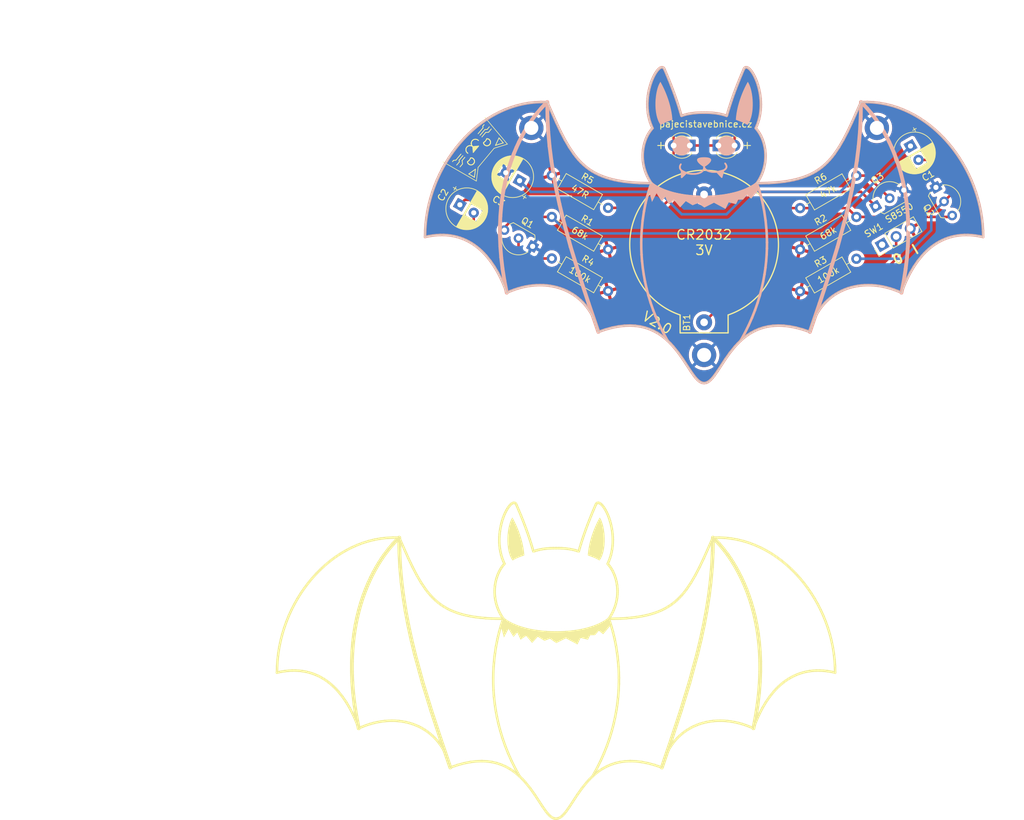
<source format=kicad_pcb>
(kicad_pcb (version 20240108) (generator "pcbnew") (generator_version "8.0")
  (layers (0 "F.Cu" signal) (31 "B.Cu" signal) (34 "B.Paste" user) (35 "F.Paste" user) (36 "B.SilkS" user "B.Silkscreen") (37 "F.SilkS" user "F.Silkscreen") (38 "B.Mask" user) (39 "F.Mask" user) (44 "Edge.Cuts" user))
  (net 0 "")
  (net 1 "Net-(Q1-C)")
  (net 2 "Net-(Q2-B)")
  (net 3 "Net-(Q2-C)")
  (net 4 "Net-(Q1-B)")
  (net 5 "Net-(Q3-B)")
  (net 6 "Net-(D1-K)")
  (net 7 "Net-(BT1-+)")
  (net 8 "Net-(D1-A)")
  (net 10 "GND")
  (net 11 "+3V0")
  (footprint "kit-fp:CONNFLY_DS1092-04" (layer "F.Cu") (at 145.307806 100.157601 -90)
    (property "Reference" "BT1")
    (property "Value" "2032")
  )
  (footprint "Resistor_THT:R_Axial_DIN0207_L6.3mm_D2.5mm_P10.16mm_Horizontal" (layer "F.Cu") (at 160.307804 94.447602 30)
    (property "Reference" "R6")
    (property "Value" "47k")
  )
  (footprint "Resistor_THT:R_Axial_DIN0207_L6.3mm_D2.5mm_P10.16mm_Horizontal" (layer "F.Cu") (at 160.307806 107.447601 30)
    (property "Reference" "R3")
    (property "Value" "100k")
  )
  (footprint "LED_THT:LED_D3.0mm" (layer "F.Cu") (at 143.082805 84.6576 180)
    (property "Reference" "D1" (hide yes))
    (property "Value" "RED")
  )
  (footprint "Capacitor_THT:CP_Radial_D6.3mm_P2.50mm" (layer "F.Cu") (at 177.557806 84.742537 -60)
    (property "Reference" "C1")
    (property "Value" "47u")
  )
  (footprint "Capacitor_THT:CP_Radial_D6.3mm_P2.50mm" (layer "F.Cu") (at 116.47287 90.157601 150)
    (property "Reference" "C3")
    (property "Value" "47u")
  )
  (footprint "Resistor_THT:R_Axial_DIN0207_L6.3mm_D2.5mm_P10.16mm_Horizontal" (layer "F.Cu") (at 160.307806 100.907601 30)
    (property "Reference" "R2")
    (property "Value" "68k")
  )
  (footprint "MountingHole:MountingHole_2.2mm_M2_DIN965_Pad" (layer "F.Cu") (at 172.307806 81.907601)
    (property "Reference" "REF**" (hide yes))
    (property "Value" "MountingHole_2.2mm_M2_DIN965_Pad")
  )
  (footprint "Package_TO_SOT_THT:TO-92L_Inline_Wide" (layer "F.Cu") (at 172.108102 94.177601 30)
    (property "Reference" "Q3")
    (property "Value" "S8550")
  )
  (footprint "Package_TO_SOT_THT:TO-92L_Inline_Wide" (layer "F.Cu") (at 118.507511 100.427601 150)
    (property "Reference" "Q1")
    (property "Value" "2N3904")
  )
  (footprint "Capacitor_THT:CP_Radial_D6.3mm_P2.50mm" (layer "F.Cu") (at 107.142741 93.929119 -30)
    (property "Reference" "C2")
    (property "Value" "47u")
  )
  (footprint "LED_THT:LED_D3.0mm" (layer "F.Cu") (at 147.532806 84.657602)
    (property "Reference" "D2" (hide yes))
    (property "Value" "RED")
  )
  (footprint "MountingHole:MountingHole_2.2mm_M2_DIN965_Pad" (layer "F.Cu") (at 145.307806 117.407601)
    (property "Reference" "REF**" (hide yes))
    (property "Value" "MountingHole_2.2mm_M2_DIN965_Pad")
  )
  (footprint "Package_TO_SOT_THT:TO-92L_Inline_Wide" (layer "F.Cu") (at 181.537806 91.207898 -60)
    (property "Reference" "Q2")
    (property "Value" "2N3904")
  )
  (footprint "Resistor_THT:R_Axial_DIN0207_L6.3mm_D2.5mm_P10.16mm_Horizontal" (layer "F.Cu") (at 130.307806 100.907601 150)
    (property "Reference" "R1")
    (property "Value" "68k")
  )
  (footprint "MountingHole:MountingHole_2.2mm_M2_DIN965_Pad" (layer "F.Cu") (at 118.307806 81.907601)
    (property "Reference" "REF**" (hide yes))
    (property "Value" "MountingHole_2.2mm_M2_DIN965_Pad")
  )
  (footprint "Resistor_THT:R_Axial_DIN0207_L6.3mm_D2.5mm_P10.16mm_Horizontal" (layer "F.Cu") (at 130.307806 107.407601 150)
    (property "Reference" "R4")
    (property "Value" "100k")
  )
  (footprint "Resistor_THT:R_Axial_DIN0207_L6.3mm_D2.5mm_P10.16mm_Horizontal" (layer "F.Cu") (at 121.508989 89.327601 -30)
    (property "Reference" "R5")
    (property "Value" "47R")
  )
  (footprint "Connector_PinHeader_2.54mm:PinHeader_1x03_P2.54mm_Vertical" (layer "F.Cu") (at 173.121092 100.170101 120)
    (property "Reference" "SW1")
    (property "Value" "SW_SPDT")
  )
  (gr_line (start 126.006631 108.861729) (end 126.387245 109.237211) (stroke (width 0.399999) (color 255 255 255 1)) (layer "B.SilkS"))
  (gr_line (start 136.180974 83.702879) (end 136.00448 84.216302) (stroke (width 0.399999) (color 255 255 255 1)) (layer "B.SilkS"))
  (gr_line (start 137.072622 90.56238) (end 137.180805 90.654029) (stroke (width 0.4) (color 255 255 255 1)) (layer "B.SilkS"))
  (gr_line (start 154.866274 87.054087) (end 154.828656 87.351561) (stroke (width 0.399999) (color 255 255 255 1)) (layer "B.SilkS"))
  (gr_line (start 136.532244 76.863747) (end 136.481488 77.305388) (stroke (width 0.399999) (color 255 255 255 1)) (layer "B.SilkS"))
  (gr_line (start 154.640318 88.245865) (end 154.551591 88.543038) (stroke (width 0.399999) (color 255 255 255 1)) (layer "B.SilkS"))
  (gr_line (start 122.220179 81.07614) (end 120.798727 77.875227) (stroke (width 0.399999) (color 255 255 255 1)) (layer "B.SilkS"))
  (gr_line (start 120.345165 78.304343) (end 119.835204 78.846619) (stroke (width 0.6) (color 255 255 255 1)) (layer "B.SilkS"))
  (gr_line (start 163.3439 109.385884) (end 161.835073 113.811297) (stroke (width 0.6) (color 255 255 255 1)) (layer "B.SilkS"))
  (gr_poly (pts (xy 145.100065 86.498156) (xy 144.917243 86.510723) (xy 144.758187 86.530995) (xy 144.621747 86.558422) (xy 144.50677 86.592453) (xy 144.412106 86.632538) (xy 144.336602 86.678126) (xy 144.279107 86.728668) (xy 144.23847 86.783613) (xy 144.213538 86.842411) (xy 144.203161 86.904511) (xy 144.206186 86.969362) (xy 144.221462 87.036415) (xy 144.247838 87.105119) (xy 144.284162 87.174924) (xy 144.329282 87.24528) (xy 144.382047 87.315635) (xy 144.441305 87.38544) (xy 144.574693 87.521197) (xy 144.720236 87.648148) (xy 144.868719 87.761891) (xy 145.01093 87.858021) (xy 145.137657 87.932137) (xy 145.239687 87.979836) (xy 145.278561 87.992403) (xy 145.307806 87.996714) (xy 145.337052 87.992403) (xy 145.375926 87.979836) (xy 145.477955 87.932137) (xy 145.604682 87.858021) (xy 145.746893 87.761891) (xy 145.895377 87.648148) (xy 146.040919 87.521197) (xy 146.174308 87.38544) (xy 146.233566 87.315635) (xy 146.28633 87.24528) (xy 146.33145 87.174924) (xy 146.367774 87.105119) (xy 146.39415 87.036415) (xy 146.409426 86.969362) (xy 146.412452 86.904511) (xy 146.402074 86.842411) (xy 146.377143 86.783613) (xy 146.336505 86.728668) (xy 146.27901 86.678126) (xy 146.203507 86.632538) (xy 146.108842 86.592453) (xy 145.993866 86.558422) (xy 145.857425 86.530995) (xy 145.69837 86.510723) (xy 145.515547 86.498156) (xy 145.307806 86.493845)) (stroke (width -0.000001)) (fill solid) (layer "B.SilkS"))
  (gr_line (start 118.438867 80.606234) (end 118.039064 81.189637) (stroke (width 0.6) (color 255 255 255 1)) (layer "B.SilkS"))
  (gr_line (start 178.980348 80.370305) (end 179.790169 80.909601) (stroke (width 0.399999) (color 255 255 255 1)) (layer "B.SilkS"))
  (gr_line (start 141.988182 118.078553) (end 143.19695 119.923639) (stroke (width 0.399999) (color 255 255 255 1)) (layer "B.SilkS"))
  (gr_line (start 148.588755 87.457765) (end 148.688648 87.593156) (stroke (width 0.264582) (color 255 255 255 1)) (layer "B.SilkS"))
  (gr_line (start 159.334659 90.02919) (end 159.993443 89.865221) (stroke (width 0.399999) (color 255 255 255 1)) (layer "B.SilkS"))
  (gr_line (start 164.94961 86.866729) (end 165.32783 86.420893) (stroke (width 0.399999) (color 255 255 255 1)) (layer "B.SilkS"))
  (gr_line (start 145.467151 88.327889) (end 145.392985 88.227479) (stroke (width 0.264582) (color 255 255 255 1)) (layer "B.SilkS"))
  (gr_line (start 118.844319 77.905451) (end 117.885091 78.015356) (stroke (width 0.399999) (color 255 255 255 1)) (layer "B.SilkS"))
  (gr_line (start 152.600383 72.905175) (end 152.751566 73.103268) (stroke (width 0.399999) (color 255 255 255 1)) (layer "B.SilkS"))
  (gr_line (start 146.946148 88.811763) (end 146.764387 88.804129) (stroke (width 0.264582) (color 255 255 255 1)) (layer "B.SilkS"))
  (gr_line (start 113.469584 95.710476) (end 113.406555 97.2211) (stroke (width 0.6) (color 255 255 255 1)) (layer "B.SilkS"))
  (gr_line (start 152.027944 72.44266) (end 152.163117 72.505427) (stroke (width 0.399999) (color 255 255 255 1)) (layer "B.SilkS"))
  (gr_line (start 138.70715 91.528993) (end 138.944062 91.628844) (stroke (width 0.4) (color 255 255 255 1)) (layer "B.SilkS"))
  (gr_line (start 144.757191 92.689188) (end 145.307806 92.695307) (stroke (width 0.4) (color 255 255 255 1)) (layer "B.SilkS"))
  (gr_line (start 143.736607 120.68702) (end 143.997951 121.009865) (stroke (width 0.399999) (color 255 255 255 1)) (layer "B.SilkS"))
  (gr_line (start 110.552697 101.170912) (end 110.912961 101.529719) (stroke (width 0.399999) (color 255 255 255 1)) (layer "B.SilkS"))
  (gr_line (start 135.696956 96.410589) (end 135.545763 98.036075) (stroke (width 0.4) (color 255 255 255 1)) (layer "B.SilkS"))
  (gr_line (start 120.798727 77.875227) (end 119.815993 77.858084) (stroke (width 0.399999) (color 255 255 255 1)) (layer "B.SilkS"))
  (gr_line (start 114.525149 89.126272) (end 114.231143 90.315559) (stroke (width 0.6) (color 255 255 255 1)) (layer "B.SilkS"))
  (gr_line (start 135.481847 99.812724) (end 135.490528 100.752907) (stroke (width 0.4) (color 255 255 255 1)) (layer "B.SilkS"))
  (gr_line (start 115.579868 85.933224) (end 115.20426 86.935595) (stroke (width 0.6) (color 255 255 255 1)) (layer "B.SilkS"))
  (gr_line (start 153.971295 82.760021) (end 154.100336 82.984071) (stroke (width 0.399999) (color 255 255 255 1)) (layer "B.SilkS"))
  (gr_line (start 141.587681 87.734322) (end 141.534645 87.874383) (stroke (width 0.264582) (color 255 255 255 1)) (layer "B.SilkS"))
  (gr_line (start 145.794788 88.570677) (end 145.669818 88.499367) (stroke (width 0.264582) (color 255 255 255 1)) (layer "B.SilkS"))
  (gr_line (start 153.833846 82.544524) (end 153.971295 82.760021) (stroke (width 0.399999) (color 255 255 255 1)) (layer "B.SilkS"))
  (gr_line (start 177.016487 102.149369) (end 176.809256 103.925893) (stroke (width 0.6) (color 255 255 255 1)) (layer "B.SilkS"))
  (gr_line (start 153.947355 91.729236) (end 154.194535 92.595589) (stroke (width 0.4) (color 255 255 255 1)) (layer "B.SilkS"))
  (gr_line (start 115.627087 107.211043) (end 116.209429 107.01998) (stroke (width 0.399999) (color 255 255 255 1)) (layer "B.SilkS"))
  (gr_line (start 101.695977 98.970427) (end 102.31274 98.840161) (stroke (width 0.399999) (color 255 255 255 1)) (layer "B.SilkS"))
  (gr_line (start 176.38446 90.315559) (end 176.641768 91.568132) (stroke (width 0.6) (color 255 255 255 1)) (layer "B.SilkS"))
  (gr_line (start 124.30034 107.631598) (end 124.752535 107.898091) (stroke (width 0.399999) (color 255 255 255 1)) (layer "B.SilkS"))
  (gr_line (start 141.494137 92.362037) (end 141.898861 92.433768) (stroke (width 0.4) (color 255 255 255 1)) (layer "B.SilkS"))
  (gr_line (start 142.201802 88.830481) (end 142.366699 88.897628) (stroke (width 0.264582) (color 255 255 255 1)) (layer "B.SilkS"))
  (gr_line (start 165.32783 86.420893) (end 165.693027 85.946677) (stroke (width 0.399999) (color 255 255 255 1)) (layer "B.SilkS"))
  (gr_line (start 124.450827 100.506302) (end 125.812384 104.952774) (stroke (width 0.6) (color 255 255 255 1)) (layer "B.SilkS"))
  (gr_line (start 137.137015 74.503911) (end 137.00821 74.854232) (stroke (width 0.399999) (color 255 255 255 1)) (layer "B.SilkS"))
  (gr_line (start 147.835497 88.72314) (end 147.666103 88.757368) (stroke (width 0.264582) (color 255 255 255 1)) (layer "B.SilkS"))
  (gr_line (start 178.699198 102.720293) (end 178.093352 103.601127) (stroke (width 0.399999) (color 255 255 255 1)) (layer "B.SilkS"))
  (gr_line (start 127.271708 109.385884) (end 128.780534 113.811297) (stroke (width 0.6) (color 255 255 255 1)) (layer "B.SilkS"))
  (gr_line (start 169.858718 106.546083) (end 169.318836 106.616647) (stroke (width 0.399999) (color 255 255 255 1)) (layer "B.SilkS"))
  (gr_line (start 145.339282 88.117128) (end 145.307806 87.996715) (stroke (width 0.264582) (color 255 255 255 1)) (layer "B.SilkS"))
  (gr_line (start 182.064657 82.788459) (end 182.766545 83.495169) (stroke (width 0.399999) (color 255 255 255 1)) (layer "B.SilkS"))
  (gr_line (start 112.522253 103.601127) (end 113.078853 104.544178) (stroke (width 0.399999) (color 255 255 255 1)) (layer "B.SilkS"))
  (gr_line (start 157.122055 90.385722) (end 157.901046 90.28898) (stroke (width 0.399999) (color 255 255 255 1)) (layer "B.SilkS"))
  (gr_line (start 138.560164 114.334666) (end 139.090573 114.736697) (stroke (width 0.399999) (color 255 255 255 1)) (layer "B.SilkS"))
  (gr_line (start 173.403766 82.532076) (end 173.821692 83.292094) (stroke (width 0.6) (color 255 255 255 1)) (layer "B.SilkS"))
  (gr_line (start 141.016786 77.610452) (end 140.832243 77.075892) (stroke (width 0.399999) (color 255 255 255 1)) (layer "B.SilkS"))
  (gr_line (start 146.359041 121.28622) (end 146.100944 121.51064) (stroke (width 0.399999) (color 255 255 255 1)) (layer "B.SilkS"))
  (gr_line (start 136.310896 106.998372) (end 136.605202 108.121988) (stroke (width 0.4) (color 255 255 255 1)) (layer "B.SilkS"))
  (gr_line (start 154.828656 87.351561) (end 154.778614 87.64966) (stroke (width 0.399999) (color 255 255 255 1)) (layer "B.SilkS"))
  (gr_line (start 113.588306 94.2651) (end 113.469584 95.710476) (stroke (width 0.6) (color 255 255 255 1)) (layer "B.SilkS"))
  (gr_line (start 179.702644 101.529719) (end 179.35536 101.908085) (stroke (width 0.399999) (color 255 255 255 1)) (layer "B.SilkS"))
  (gr_line (start 144.101875 89.068446) (end 144.286177 89.034) (stroke (width 0.264582) (color 255 255 255 1)) (layer "B.SilkS"))
  (gr_line (start 143.757369 79.580575) (end 143.489132 79.612443) (stroke (width 0.399999) (color 255 255 255 1)) (layer "B.SilkS"))
  (gr_line (start 118.520903 106.550473) (end 119.089417 106.506108) (stroke (width 0.399999) (color 255 255 255 1)) (layer "B.SilkS"))
  (gr_line (start 141.551958 88.257415) (end 141.609918 88.371752) (stroke (width 0.264582) (color 255 255 255 1)) (layer "B.SilkS"))
  (gr_line (start 150.545678 92.020436) (end 150.218282 92.112475) (stroke (width 0.4) (color 255 255 255 1)) (layer "B.SilkS"))
  (gr_line (start 172.094706 106.550473) (end 171.526193 106.506108) (stroke (width 0.399999) (color 255 255 255 1)) (layer "B.SilkS"))
  (gr_line (start 169.816881 77.875227) (end 170.799617 77.858084) (stroke (width 0.399999) (color 255 255 255 1)) (layer "B.SilkS"))
  (gr_line (start 151.78275 72.433001) (end 151.90064 72.417954) (stroke (width 0.399999) (color 255 255 255 1)) (layer "B.SilkS"))
  (gr_line (start 126.747523 109.639603) (end 127.08649 110.06877) (stroke (width 0.399999) (color 255 255 255 1)) (layer "B.SilkS"))
  (gr_line (start 152.26695 112.781948) (end 151.673706 113.978657) (stroke (width 0.4) (color 255 255 255 1)) (layer "B.SilkS"))
  (gr_line (start 105.168434 98.682517) (end 105.694884 98.744116) (stroke (width 0.399999) (color 255 255 255 1)) (layer "B.SilkS"))
  (gr_line (start 128.427484 112.611501) (end 128.618081 113.198482) (stroke (width 0.399999) (color 255 255 255 1)) (layer "B.SilkS"))
  (gr_line (start 116.379442 84.111964) (end 115.973178 84.992177) (stroke (width 0.6) (color 255 255 255 1)) (layer "B.SilkS"))
  (gr_line (start 135.530521 101.725088) (end 135.604989 102.727335) (stroke (width 0.4) (color 255 255 255 1)) (layer "B.SilkS"))
  (gr_line (start 148.547905 79.919406) (end 148.828855 80.017226) (stroke (width 0.399999) (color 255 255 255 1)) (layer "B.SilkS"))
  (gr_line (start 141.912573 88.670728) (end 142.049765 88.754752) (stroke (width 0.264582) (color 255 255 255 1)) (layer "B.SilkS"))
  (gr_line (start 182.063605 99.698317) (end 181.636436 99.947307) (stroke (width 0.399999) (color 255 255 255 1)) (layer "B.SilkS"))
  (gr_line (start 157.901046 90.28898) (end 158.637887 90.170289) (stroke (width 0.399999) (color 255 255 255 1)) (layer "B.SilkS"))
  (gr_line (start 156.064877 112.851771) (end 155.287193 112.961068) (stroke (width 0.399999) (color 255 255 255 1)) (layer "B.SilkS"))
  (gr_line (start 138.01523 72.905175) (end 137.864047 73.103268) (stroke (width 0.399999) (color 255 255 255 1)) (layer "B.SilkS"))
  (gr_line (start 154.844322 85.308475) (end 154.897239 85.879763) (stroke (width 0.399999) (color 255 255 255 1)) (layer "B.SilkS"))
  (gr_line (start 168.268843 106.842825) (end 167.760684 106.998169) (stroke (width 0.399999) (color 255 255 255 1)) (layer "B.SilkS"))
  (gr_line (start 104.627265 98.650892) (end 105.168434 98.682517) (stroke (width 0.399999) (color 255 255 255 1)) (layer "B.SilkS"))
  (gr_line (start 101.719112 97.942675) (end 101.695977 98.970427) (stroke (width 0.399999) (color 255 255 255 1)) (layer "B.SilkS"))
  (gr_line (start 153.098549 90.89565) (end 152.839403 91.057078) (stroke (width 0.4) (color 255 255 255 1)) (layer "B.SilkS"))
  (gr_line (start 146.083184 88.685042) (end 145.933165 88.632528) (stroke (width 0.264582) (color 255 255 255 1)) (layer "B.SilkS"))
  (gr_line (start 188.079486 92.929178) (end 188.33224 93.909256) (stroke (width 0.399999) (color 255 255 255 1)) (layer "B.SilkS"))
  (gr_line (start 122.21406 91.550612) (end 122.697376 93.799148) (stroke (width 0.6) (color 255 255 255 1)) (layer "B.SilkS"))
  (gr_line (start 113.078853 104.544178) (end 113.587276 105.543036) (stroke (width 0.399999) (color 255 255 255 1)) (layer "B.SilkS"))
  (gr_line (start 138.941905 113.978657) (end 139.604429 115.184191) (stroke (width 0.4) (color 255 255 255 1)) (layer "B.SilkS"))
  (gr_line (start 184.920722 98.744116) (end 184.408855 98.834889) (stroke (width 0.399999) (color 255 255 255 1)) (layer "B.SilkS"))
  (gr_line (start 154.906952 86.170076) (end 154.905186 86.462878) (stroke (width 0.399999) (color 255 255 255 1)) (layer "B.SilkS"))
  (gr_line (start 176.85763 92.884482) (end 177.027296 94.2651) (stroke (width 0.6) (color 255 255 255 1)) (layer "B.SilkS"))
  (gr_line (start 101.790666 96.920905) (end 101.719112 97.942675) (stroke (width 0.399999) (color 255 255 255 1)) (layer "B.SilkS"))
  (gr_line (start 129.999294 89.677926) (end 129.410246 89.466843) (stroke (width 0.399999) (color 255 255 255 1)) (layer "B.SilkS"))
  (gr_line (start 166.782923 107.39269) (end 166.315273 107.631598) (stroke (width 0.399999) (color 255 255 255 1)) (layer "B.SilkS"))
  (gr_line (start 131.977726 90.170289) (end 131.280954 90.02919) (stroke (width 0.399999) (color 255 255 255 1)) (layer "B.SilkS"))
  (gr_line (start 113.406555 97.2211) (end 113.403968 98.797463) (stroke (width 0.6) (color 255 255 255 1)) (layer "B.SilkS"))
  (gr_line (start 102.53612 92.929178) (end 102.283367 93.909256) (stroke (width 0.399999) (color 255 255 255 1)) (layer "B.SilkS"))
  (gr_line (start 139.761182 91.925271) (end 140.069933 92.020436) (stroke (width 0.4) (color 255 255 255 1)) (layer "B.SilkS"))
  (gr_line (start 138.944062 91.628844) (end 139.198521 91.728694) (stroke (width 0.4) (color 255 255 255 1)) (layer "B.SilkS"))
  (gr_line (start 164.556287 87.284643) (end 164.94961 86.866729) (stroke (width 0.399999) (color 255 255 255 1)) (layer "B.SilkS"))
  (gr_line (start 142.067707 79.919406) (end 141.786756 80.017226) (stroke (width 0.399999) (color 255 255 255 1)) (layer "B.SilkS"))
  (gr_line (start 114.463869 107.682539) (end 115.044909 107.431851) (stroke (width 0.399999) (color 255 255 255 1)) (layer "B.SilkS"))
  (gr_line (start 113.324088 79.434018) (end 112.468607 79.877787) (stroke (width 0.399999) (color 255 255 255 1)) (layer "B.SilkS"))
  (gr_line (start 172.576539 81.189637) (end 172.987132 81.831421) (stroke (width 0.6) (color 255 255 255 1)) (layer "B.SilkS"))
  (gr_line (start 144.228242 92.671353) (end 144.757191 92.689188) (stroke (width 0.4) (color 255 255 255 1)) (layer "B.SilkS"))
  (gr_line (start 144.255645 79.538477) (end 144.013796 79.556248) (stroke (width 0.399999) (color 255 255 255 1)) (layer "B.SilkS"))
  (gr_line (start 142.928303 79.702745) (end 142.641249 79.763151) (stroke (width 0.399999) (color 255 255 255 1)) (layer "B.SilkS"))
  (gr_line (start 181.636436 99.947307) (end 181.222916 100.219863) (stroke (width 0.399999) (color 255 255 255 1)) (layer "B.SilkS"))
  (gr_line (start 143.19695 119.923639) (end 143.736607 120.68702) (stroke (width 0.399999) (color 255 255 255 1)) (layer "B.SilkS"))
  (gr_line (start 145.560017 88.418478) (end 145.467151 88.327889) (stroke (width 0.264582) (color 255 255 255 1)) (layer "B.SilkS"))
  (gr_line (start 148.262151 79.835043) (end 148.547905 79.919406) (stroke (width 0.399999) (color 255 255 255 1)) (layer "B.SilkS"))
  (gr_line (start 163.716007 88.038547) (end 164.145779 87.675096) (stroke (width 0.399999) (color 255 255 255 1)) (layer "B.SilkS"))
  (gr_line (start 135.899701 87.947917) (end 135.975297 88.245865) (stroke (width 0.399999) (color 255 255 255 1)) (layer "B.SilkS"))
  (gr_line (start 124.752535 107.898091) (end 125.1883 108.192034) (stroke (width 0.399999) (color 255 255 255 1)) (layer "B.SilkS"))
  (gr_line (start 120.208388 106.504048) (end 120.756893 106.546083) (stroke (width 0.399999) (color 255 255 255 1)) (layer "B.SilkS"))
  (gr_line (start 188.896498 97.942675) (end 188.919633 98.970427) (stroke (width 0.399999) (color 255 255 255 1)) (layer "B.SilkS"))
  (gr_line (start 153.932781 76.015127) (end 154.015739 76.433096) (stroke (width 0.399999) (color 255 255 255 1)) (layer "B.SilkS"))
  (gr_line (start 136.952967 109.264084) (end 137.357356 110.422731) (stroke (width 0.4) (color 255 255 255 1)) (layer "B.SilkS"))
  (gr_line (start 149.331734 117.083961) (end 148.627432 118.078553) (stroke (width 0.399999) (color 255 255 255 1)) (layer "B.SilkS"))
  (gr_line (start 163.529123 110.06877) (end 163.212444 110.524576) (stroke (width 0.399999) (color 255 255 255 1)) (layer "B.SilkS"))
  (gr_line (start 154.100336 82.984071) (end 154.22073 83.216209) (stroke (width 0.399999) (color 255 255 255 1)) (layer "B.SilkS"))
  (gr_line (start 152.128099 91.429923) (end 151.908461 91.528993) (stroke (width 0.4) (color 255 255 255 1)) (layer "B.SilkS"))
  (gr_line (start 187.115368 98.680771) (end 186.544362 98.650043) (stroke (width 0.399999) (color 255 255 255 1)) (layer "B.SilkS"))
  (gr_line (start 125.1883 108.192034) (end 125.606657 108.513291) (stroke (width 0.399999) (color 255 255 255 1)) (layer "B.SilkS"))
  (gr_line (start 167.380312 96.040803) (end 166.164783 100.506302) (stroke (width 0.6) (color 255 255 255 1)) (layer "B.SilkS"))
  (gr_line (start 148.704993 88.266009) (end 148.627016 88.353776) (stroke (width 0.264582) (color 255 255 255 1)) (layer "B.SilkS"))
  (gr_line (start 140.382908 75.8451) (end 140.11464 75.148636) (stroke (width 0.399999) (color 255 255 255 1)) (layer "B.SilkS"))
  (gr_line (start 102.074042 94.90242) (end 101.909392 95.906896) (stroke (width 0.399999) (color 255 255 255 1)) (layer "B.SilkS"))
  (gr_line (start 128.32531 88.971479) (end 127.825262 88.686279) (stroke (width 0.399999) (color 255 255 255 1)) (layer "B.SilkS"))
  (gr_line (start 141.518769 88.136216) (end 141.551958 88.257415) (stroke (width 0.264582) (color 255 255 255 1)) (layer "B.SilkS"))
  (gr_line (start 146.617662 121.009865) (end 146.359041 121.28622) (stroke (width 0.399999) (color 255 255 255 1)) (layer "B.SilkS"))
  (gr_line (start 135.786958 87.351561) (end 135.837 87.64966) (stroke (width 0.399999) (color 255 255 255 1)) (layer "B.SilkS"))
  (gr_line (start 148.828855 80.017226) (end 148.85607 79.962129) (stroke (width 0.399999) (color 255 255 255 1)) (layer "B.SilkS"))
  (gr_line (start 187.784553 91.963961) (end 188.079486 92.929178) (stroke (width 0.399999) (color 255 255 255 1)) (layer "B.SilkS"))
  (gr_line (start 165.008956 108.513291) (end 164.608982 108.861729) (stroke (width 0.399999) (color 255 255 255 1)) (layer "B.SilkS"))
  (gr_line (start 136.712894 90.000957) (end 136.885368 90.283687) (stroke (width 0.399999) (color 255 255 255 1)) (layer "B.SilkS"))
  (gr_line (start 143.23424 92.603658) (end 143.720683 92.642583) (stroke (width 0.4) (color 255 255 255 1)) (layer "B.SilkS"))
  (gr_line (start 154.748324 84.752744) (end 154.844322 85.308475) (stroke (width 0.399999) (color 255 255 255 1)) (layer "B.SilkS"))
  (gr_line (start 140.053045 115.624515) (end 140.489507 116.099412) (stroke (width 0.399999) (color 255 255 255 1)) (layer "B.SilkS"))
  (gr_line (start 110.040525 81.493705) (end 109.2819 82.120648) (stroke (width 0.399999) (color 255 255 255 1)) (layer "B.SilkS"))
  (gr_line (start 136.927391 82.338048) (end 136.781768 82.544524) (stroke (width 0.399999) (color 255 255 255 1)) (layer "B.SilkS"))
  (gr_line (start 185.720872 87.422962) (end 186.207983 88.287232) (stroke (width 0.399999) (color 255 255 255 1)) (layer "B.SilkS"))
  (gr_line (start 165.863077 107.898091) (end 165.427313 108.192034) (stroke (width 0.399999) (color 255 255 255 1)) (layer "B.SilkS"))
  (gr_line (start 154.015739 76.433096) (end 154.08337 76.863747) (stroke (width 0.399999) (color 255 255 255 1)) (layer "B.SilkS"))
  (gr_line (start 135.328422 112.961068) (end 136.059395 113.132765) (stroke (width 0.399999) (color 255 255 255 1)) (layer "B.SilkS"))
  (gr_line (start 114.200322 79.040968) (end 113.324088 79.434018) (stroke (width 0.399999) (color 255 255 255 1)) (layer "B.SilkS"))
  (gr_line (start 149.871966 92.20061) (end 149.506454 92.284057) (stroke (width 0.4) (color 255 255 255 1)) (layer "B.SilkS"))
  (gr_line (start 153.373403 81.95402) (end 153.534664 82.141057) (stroke (width 0.399999) (color 255 255 255 1)) (layer "B.SilkS"))
  (gr_line (start 151.675822 72.489493) (end 151.78275 72.433001) (stroke (width 0.399999) (color 255 255 255 1)) (layer "B.SilkS"))
  (gr_poly (pts (xy 136.690626 91.739323) (xy 136.690626 91.739336) (xy 136.690626 91.739321)) (stroke (width -0.000001)) (fill solid) (layer "B.SilkS"))
  (gr_line (start 106.704167 98.954035) (end 107.187266 99.100751) (stroke (width 0.399999) (color 255 255 255 1)) (layer "B.SilkS"))
  (gr_line (start 141.609918 88.371752) (end 141.690665 88.478941) (stroke (width 0.264582) (color 255 255 255 1)) (layer "B.SilkS"))
  (gr_line (start 180.436285 100.832467) (end 180.062908 101.170912) (stroke (width 0.399999) (color 255 255 255 1)) (layer "B.SilkS"))
  (gr_line (start 186.207983 88.287232) (end 186.659155 89.175243) (stroke (width 0.399999) (color 255 255 255 1)) (layer "B.SilkS"))
  (gr_line (start 160.730943 113.431852) (end 159.686713 113.147479) (stroke (width 0.399999) (color 255 255 255 1)) (layer "B.SilkS"))
  (gr_line (start 183.43799 84.238806) (end 184.05638 84.990355) (stroke (width 0.399999) (color 255 255 255 1)) (layer "B.SilkS"))
  (gr_line (start 114.231143 90.315559) (end 113.973834 91.568132) (stroke (width 0.6) (color 255 255 255 1)) (layer "B.SilkS"))
  (gr_line (start 115.044909 107.431851) (end 115.627087 107.211043) (stroke (width 0.399999) (color 255 255 255 1)) (layer "B.SilkS"))
  (gr_line (start 168.788553 106.715606) (end 168.268843 106.842825) (stroke (width 0.399999) (color 255 255 255 1)) (layer "B.SilkS"))
  (gr_line (start 159.993443 89.865221) (end 160.616318 89.677926) (stroke (width 0.399999) (color 255 255 255 1)) (layer "B.SilkS"))
  (gr_line (start 158.637887 90.170289) (end 159.334659 90.02919) (stroke (width 0.399999) (color 255 255 255 1)) (layer "B.SilkS"))
  (gr_line (start 149.994084 76.487481) (end 150.232706 75.8451) (stroke (width 0.399999) (color 255 255 255 1)) (layer "B.SilkS"))
  (gr_line (start 152.839403 91.057078) (end 152.516651 91.237252) (stroke (width 0.4) (color 255 255 255 1)) (layer "B.SilkS"))
  (gr_line (start 149.184841 78.892172) (end 149.438716 78.091274) (stroke (width 0.399999) (color 255 255 255 1)) (layer "B.SilkS"))
  (gr_line (start 154.080673 79.619224) (end 153.99771 80.091274) (stroke (width 0.399999) (color 255 255 255 1)) (layer "B.SilkS"))
  (gr_line (start 154.178832 78.214871) (end 154.169687 78.679331) (stroke (width 0.399999) (color 255 255 255 1)) (layer "B.SilkS"))
  (gr_line (start 186.659155 89.175243) (end 187.073139 90.085218) (stroke (width 0.399999) (color 255 255 255 1)) (layer "B.SilkS"))
  (gr_line (start 106.559225 84.990355) (end 105.971782 85.772748) (stroke (width 0.399999) (color 255 255 255 1)) (layer "B.SilkS"))
  (gr_line (start 117.370697 106.726547) (end 117.947671 106.623908) (stroke (width 0.399999) (color 255 255 255 1)) (layer "B.SilkS"))
  (gr_line (start 136.745856 113.361418) (end 137.390006 113.641582) (stroke (width 0.399999) (color 255 255 255 1)) (layer "B.SilkS"))
  (gr_line (start 102.31274 98.840161) (end 102.914116 98.743876) (stroke (width 0.399999) (color 255 255 255 1)) (layer "B.SilkS"))
  (gr_line (start 129.884672 113.431852) (end 130.928902 113.147479) (stroke (width 0.399999) (color 255 255 255 1)) (layer "B.SilkS"))
  (gr_line (start 180.82291 100.515183) (end 180.436285 100.832467) (stroke (width 0.399999) (color 255 255 255 1)) (layer "B.SilkS"))
  (gr_line (start 148.688648 87.593156) (end 148.757838 87.722106) (stroke (width 0.264582) (color 255 255 255 1)) (layer "B.SilkS"))
  (gr_line (start 114.048591 106.591293) (end 114.463869 107.682539) (stroke (width 0.399999) (color 255 255 255 1)) (layer "B.SilkS"))
  (gr_line (start 141.109157 92.284057) (end 141.494137 92.362037) (stroke (width 0.4) (color 255 255 255 1)) (layer "B.SilkS"))
  (gr_line (start 145.302627 88.161431) (end 145.307806 87.996715) (stroke (width 0.264582) (color 255 255 255 1)) (layer "B.SilkS"))
  (gr_line (start 154.134126 77.305388) (end 154.166462 77.756326) (stroke (width 0.399999) (color 255 255 255 1)) (layer "B.SilkS"))
  (gr_line (start 138.832864 72.433001) (end 138.714974 72.417954) (stroke (width 0.399999) (color 255 255 255 1)) (layer "B.SilkS"))
  (gr_line (start 153.730247 90.283687) (end 153.542989 90.562376) (stroke (width 0.399999) (color 255 255 255 1)) (layer "B.SilkS"))
  (gr_line (start 184.643822 85.772748) (end 185.199069 86.584209) (stroke (width 0.399999) (color 255 255 255 1)) (layer "B.SilkS"))
  (gr_line (start 135.837 87.64966) (end 135.899701 87.947917) (stroke (width 0.399999) (color 255 255 255 1)) (layer "B.SilkS"))
  (gr_line (start 161.205366 89.466843) (end 161.762667 89.231513) (stroke (width 0.399999) (color 255 255 255 1)) (layer "B.SilkS"))
  (gr_line (start 117.211838 82.532076) (end 116.793912 83.292094) (stroke (width 0.6) (color 255 255 255 1)) (layer "B.SilkS"))
  (gr_line (start 137.390006 113.641582) (end 137.994042 113.967813) (stroke (width 0.399999) (color 255 255 255 1)) (layer "B.SilkS"))
  (gr_line (start 150.126108 116.099412) (end 149.331734 117.083961) (stroke (width 0.399999) (color 255 255 255 1)) (layer "B.SilkS"))
  (gr_line (start 146.585445 88.787761) (end 146.411088 88.762537) (stroke (width 0.264582) (color 255 255 255 1)) (layer "B.SilkS"))
  (gr_line (start 165.427313 108.192034) (end 165.008956 108.513291) (stroke (width 0.399999) (color 255 255 255 1)) (layer "B.SilkS"))
  (gr_line (start 137.273416 74.174731) (end 137.137015 74.503911) (stroke (width 0.399999) (color 255 255 255 1)) (layer "B.SilkS"))
  (gr_line (start 176.567013 106.591293) (end 176.151735 107.682539) (stroke (width 0.399999) (color 255 255 255 1)) (layer "B.SilkS"))
  (gr_line (start 182.959423 99.274238) (end 182.504556 99.473694) (stroke (width 0.399999) (color 255 255 255 1)) (layer "B.SilkS"))
  (gr_line (start 136.059395 113.132765) (end 136.745856 113.361418) (stroke (width 0.399999) (color 255 255 255 1)) (layer "B.SilkS"))
  (gr_line (start 137.562819 73.586564) (end 137.415866 73.868385) (stroke (width 0.399999) (color 255 255 255 1)) (layer "B.SilkS"))
  (gr_line (start 127.403169 110.524576) (end 127.696584 111.006888) (stroke (width 0.399999) (color 255 255 255 1)) (layer "B.SilkS"))
  (gr_line (start 146.100944 121.51064) (end 145.841173 121.67768) (stroke (width 0.399999) (color 255 255 255 1)) (layer "B.SilkS"))
  (gr_line (start 141.67343 87.588546) (end 141.587681 87.734322) (stroke (width 0.264582) (color 255 255 255 1)) (layer "B.SilkS"))
  (gr_line (start 167.727231 82.479673) (end 168.395429 81.07614) (stroke (width 0.399999) (color 255 255 255 1)) (layer "B.SilkS"))
  (gr_line (start 114.851104 87.999781) (end 114.525149 89.126272) (stroke (width 0.6) (color 255 255 255 1)) (layer "B.SilkS"))
  (gr_line (start 119.815993 77.858084) (end 118.844319 77.905451) (stroke (width 0.399999) (color 255 255 255 1)) (layer "B.SilkS"))
  (gr_line (start 135.501313 98.90647) (end 135.481847 99.812724) (stroke (width 0.4) (color 255 255 255 1)) (layer "B.SilkS"))
  (gr_line (start 141.759542 79.962129) (end 141.721799 79.854221) (stroke (width 0.399999) (color 255 255 255 1)) (layer "B.SilkS"))
  (gr_line (start 172.176737 80.606234) (end 172.576539 81.189637) (stroke (width 0.6) (color 255 255 255 1)) (layer "B.SilkS"))
  (gr_line (start 146.894928 92.642583) (end 146.387369 92.671353) (stroke (width 0.4) (color 255 255 255 1)) (layer "B.SilkS"))
  (gr_line (start 139.470803 91.827764) (end 139.761182 91.925271) (stroke (width 0.4) (color 255 255 255 1)) (layer "B.SilkS"))
  (gr_line (start 185.447173 98.682517) (end 184.920722 98.744116) (stroke (width 0.399999) (color 255 255 255 1)) (layer "B.SilkS"))
  (gr_line (start 149.506454 92.284057) (end 149.121474 92.362037) (stroke (width 0.4) (color 255 255 255 1)) (layer "B.SilkS"))
  (gr_line (start 169.180232 87.030063) (end 168.824227 89.294486) (stroke (width 0.6) (color 255 255 255 1)) (layer "B.SilkS"))
  (gr_line (start 141.786756 80.017226) (end 141.759542 79.962129) (stroke (width 0.399999) (color 255 255 255 1)) (layer "B.SilkS"))
  (gr_line (start 138.09896 91.237252) (end 138.284874 91.332416) (stroke (width 0.4) (color 255 255 255 1)) (layer "B.SilkS"))
  (gr_line (start 144.480147 79.526274) (end 144.255645 79.538477) (stroke (width 0.399999) (color 255 255 255 1)) (layer "B.SilkS"))
  (gr_line (start 136.885368 90.283687) (end 137.072626 90.562376) (stroke (width 0.399999) (color 255 255 255 1)) (layer "B.SilkS"))
  (gr_poly (pts (xy 138.546305 74.919992) (xy 138.73259 75.269337) (xy 138.858228 75.520599) (xy 138.999602 75.818396) (xy 139.152269 76.159334) (xy 139.311782 76.540018) (xy 139.473698 76.957057) (xy 139.633571 77.407054) (xy 139.786955 77.886618) (xy 139.929407 78.392354) (xy 139.995144 78.653976) (xy 140.056481 78.920868) (xy 140.112862 79.192607) (xy 140.163732 79.468767) (xy 140.208534 79.748926) (xy 140.246715 80.032657) (xy 140.277717 80.319538) (xy 140.300985 80.609144) (xy 139.761759 80.810064) (xy 139.554635 80.888072) (xy 139.36864 80.962117) (xy 139.188374 81.040456) (xy 138.998439 81.131342) (xy 138.783436 81.243029) (xy 138.527967 81.383772) (xy 138.421833 81.227217) (xy 138.324216 81.059188) (xy 138.234938 80.880514) (xy 138.153822 80.692025) (xy 138.015366 80.288921) (xy 137.907429 79.856511) (xy 137.828594 79.401432) (xy 137.77744 78.930321) (xy 137.75255 78.449815) (xy 137.752505 77.96655) (xy 137.775886 77.487163) (xy 137.821274 77.01829) (xy 137.887252 76.566569) (xy 137.972399 76.138635) (xy 138.075298 75.741126) (xy 138.194529 75.380678) (xy 138.328675 75.063927) (xy 138.476312 74.797517)) (stroke (width 0.1) (color 255 255 255 1)) (fill solid) (layer "B.SilkS"))
  (gr_line (start 121.152075 84.756634) (end 121.435377 87.030063) (stroke (width 0.6) (color 255 255 255 1)) (layer "B.SilkS"))
  (gr_line (start 124.922582 85.946677) (end 124.222935 84.911267) (stroke (width 0.399999) (color 255 255 255 1)) (layer "B.SilkS"))
  (gr_line (start 148.762854 88.171077) (end 148.704993 88.266009) (stroke (width 0.264582) (color 255 255 255 1)) (layer "B.SilkS"))
  (gr_line (start 142.641249 79.763151) (end 142.353461 79.835043) (stroke (width 0.399999) (color 255 255 255 1)) (layer "B.SilkS"))
  (gr_line (start 174.606105 78.414904) (end 175.51969 78.700607) (stroke (width 0.399999) (color 255 255 255 1)) (layer "B.SilkS"))
  (gr_line (start 148.627016 88.353776) (end 148.530685 88.434256) (stroke (width 0.264582) (color 255 255 255 1)) (layer "B.SilkS"))
  (gr_line (start 144.013796 79.556248) (end 143.757369 79.580575) (stroke (width 0.399999) (color 255 255 255 1)) (layer "B.SilkS"))
  (gr_line (start 137.357356 110.422731) (end 137.821533 111.595995) (stroke (width 0.4) (color 255 255 255 1)) (layer "B.SilkS"))
  (gr_line (start 148.85607 79.962129) (end 148.893814 79.854221) (stroke (width 0.399999) (color 255 255 255 1)) (layer "B.SilkS"))
  (gr_line (start 177.146018 95.710476) (end 177.209047 97.2211) (stroke (width 0.6) (color 255 255 255 1)) (layer "B.SilkS"))
  (gr_line (start 148.893814 79.854221) (end 149.007841 79.479512) (stroke (width 0.399999) (color 255 255 255 1)) (layer "B.SilkS"))
  (gr_line (start 175.570696 107.431851) (end 174.988518 107.211043) (stroke (width 0.399999) (color 255 255 255 1)) (layer "B.SilkS"))
  (gr_line (start 188.919633 98.970427) (end 188.30287 98.840161) (stroke (width 0.399999) (color 255 255 255 1)) (layer "B.SilkS"))
  (gr_line (start 136.888547 75.224003) (end 136.779573 75.611532) (stroke (width 0.399999) (color 255 255 255 1)) (layer "B.SilkS"))
  (gr_line (start 136.668256 91.729236) (end 136.421076 92.595589) (stroke (width 0.4) (color 255 255 255 1)) (layer "B.SilkS"))
  (gr_line (start 142.768638 92.55536) (end 143.23424 92.603658) (stroke (width 0.4) (color 255 255 255 1)) (layer "B.SilkS"))
  (gr_line (start 148.757838 87.722106) (end 148.79809 87.844494) (stroke (width 0.264582) (color 255 255 255 1)) (layer "B.SilkS"))
  (gr_line (start 154.548725 105.895168) (end 154.304715 106.998372) (stroke (width 0.4) (color 255 255 255 1)) (layer "B.SilkS"))
  (gr_line (start 171.771292 77.905451) (end 172.730521 78.015356) (stroke (width 0.399999) (color 255 255 255 1)) (layer "B.SilkS"))
  (gr_line (start 153.887048 80.562471) (end 153.74714 81.031122) (stroke (width 0.399999) (color 255 255 255 1)) (layer "B.SilkS"))
  (gr_poly (pts (xy 138.476312 74.797517) (xy 138.476308 74.79751) (xy 138.476316 74.79751)) (stroke (width 0.1) (color 255 255 255 1)) (fill solid) (layer "B.SilkS"))
  (gr_line (start 144.77727 88.859097) (end 144.913746 88.775985) (stroke (width 0.264582) (color 255 255 255 1)) (layer "B.SilkS"))
  (gr_line (start 118.039064 81.189637) (end 117.628471 81.831421) (stroke (width 0.6) (color 255 255 255 1)) (layer "B.SilkS"))
  (gr_line (start 125.665999 86.866729) (end 125.287779 86.420893) (stroke (width 0.399999) (color 255 255 255 1)) (layer "B.SilkS"))
  (gr_line (start 108.979169 99.947307) (end 109.392689 100.219863) (stroke (width 0.399999) (color 255 255 255 1)) (layer "B.SilkS"))
  (gr_line (start 130.928902 113.147479) (end 131.915425 112.952729) (stroke (width 0.399999) (color 255 255 255 1)) (layer "B.SilkS"))
  (gr_line (start 146.359969 79.538477) (end 146.601818 79.556248) (stroke (width 0.399999) (color 255 255 255 1)) (layer "B.SilkS"))
  (gr_line (start 136.478132 79.148012) (end 136.534942 79.619224) (stroke (width 0.399999) (color 255 255 255 1)) (layer "B.SilkS"))
  (gr_line (start 167.918234 93.799148) (end 167.380312 96.040803) (stroke (width 0.6) (color 255 255 255 1)) (layer "B.SilkS"))
  (gr_line (start 127.08649 110.06877) (end 127.403169 110.524576) (stroke (width 0.399999) (color 255 255 255 1)) (layer "B.SilkS"))
  (gr_line (start 154.455687 93.674898) (end 154.705498 94.951714) (stroke (width 0.4) (color 255 255 255 1)) (layer "B.SilkS"))
  (gr_line (start 180.062908 101.170912) (end 179.702644 101.529719) (stroke (width 0.399999) (color 255 255 255 1)) (layer "B.SilkS"))
  (gr_line (start 176.809256 103.925893) (end 176.522588 105.770118) (stroke (width 0.6) (color 255 255 255 1)) (layer "B.SilkS"))
  (gr_line (start 162.91903 111.006888) (end 162.649855 111.515569) (stroke (width 0.399999) (color 255 255 255 1)) (layer "B.SilkS"))
  (gr_line (start 145.669818 88.499367) (end 145.560017 88.418478) (stroke (width 0.264582) (color 255 255 255 1)) (layer "B.SilkS"))
  (gr_line (start 151.908461 91.528993) (end 151.671549 91.628844) (stroke (width 0.4) (color 255 255 255 1)) (layer "B.SilkS"))
  (gr_line (start 113.403968 98.797463) (end 113.466571 100.440056) (stroke (width 0.6) (color 255 255 255 1)) (layer "B.SilkS"))
  (gr_line (start 176.641768 91.568132) (end 176.85763 92.884482) (stroke (width 0.6) (color 255 255 255 1)) (layer "B.SilkS"))
  (gr_line (start 137.994042 113.967813) (end 138.560164 114.334666) (stroke (width 0.399999) (color 255 255 255 1)) (layer "B.SilkS"))
  (gr_line (start 111.260245 101.908085) (end 111.916407 102.720293) (stroke (width 0.399999) (color 255 255 255 1)) (layer "B.SilkS"))
  (gr_line (start 154.434639 83.702879) (end 154.611134 84.216302) (stroke (width 0.399999) (color 255 255 255 1)) (layer "B.SilkS"))
  (gr_line (start 137.864047 73.103268) (end 137.712728 73.330961) (stroke (width 0.399999) (color 255 255 255 1)) (layer "B.SilkS"))
  (gr_line (start 135.870007 104.814306) (end 136.066886 105.895168) (stroke (width 0.4) (color 255 255 255 1)) (layer "B.SilkS"))
  (gr_line (start 127.35072 88.375455) (end 126.899603 88.038547) (stroke (width 0.399999) (color 255 255 255 1)) (layer "B.SilkS"))
  (gr_line (start 154.705498 94.951714) (end 154.918656 96.410589) (stroke (width 0.4) (color 255 255 255 1)) (layer "B.SilkS"))
  (gr_line (start 137.242212 81.95402) (end 137.080951 82.141057) (stroke (width 0.399999) (color 255 255 255 1)) (layer "B.SilkS"))
  (gr_line (start 162.405897 112.050485) (end 162.188131 112.611501) (stroke (width 0.399999) (color 255 255 255 1)) (layer "B.SilkS"))
  (gr_line (start 136.394883 83.216209) (end 136.180974 83.702879) (stroke (width 0.399999) (color 255 255 255 1)) (layer "B.SilkS"))
  (gr_line (start 115.095924 78.700607) (end 114.200322 79.040968) (stroke (width 0.399999) (color 255 255 255 1)) (layer "B.SilkS"))
  (gr_line (start 134.550738 112.851771) (end 135.328422 112.961068) (stroke (width 0.399999) (color 255 255 255 1)) (layer "B.SilkS"))
  (gr_line (start 136.554969 89.714654) (end 136.712894 90.000957) (stroke (width 0.399999) (color 255 255 255 1)) (layer "B.SilkS"))
  (gr_line (start 174.988518 107.211043) (end 174.406177 107.01998) (stroke (width 0.399999) (color 255 255 255 1)) (layer "B.SilkS"))
  (gr_line (start 151.671549 91.628844) (end 151.41709 91.728694) (stroke (width 0.4) (color 255 255 255 1)) (layer "B.SilkS"))
  (gr_line (start 139.11458 72.73358) (end 139.034213 72.589122) (stroke (width 0.399999) (color 255 255 255 1)) (layer "B.SilkS"))
  (gr_line (start 126.899603 88.038547) (end 126.469831 87.675096) (stroke (width 0.399999) (color 255 255 255 1)) (layer "B.SilkS"))
  (gr_line (start 117.947671 106.623908) (end 118.520903 106.550473) (stroke (width 0.399999) (color 255 255 255 1)) (layer "B.SilkS"))
  (gr_line (start 125.606657 108.513291) (end 126.006631 108.861729) (stroke (width 0.399999) (color 255 255 255 1)) (layer "B.SilkS"))
  (gr_line (start 164.228368 109.237211) (end 163.86809 109.639603) (stroke (width 0.399999) (color 255 255 255 1)) (layer "B.SilkS"))
  (gr_line (start 136.411355 89.425245) (end 136.554969 89.714654) (stroke (width 0.399999) (color 255 255 255 1)) (layer "B.SilkS"))
  (gr_line (start 177.536752 104.544178) (end 177.028328 105.543036) (stroke (width 0.399999) (color 255 255 255 1)) (layer "B.SilkS"))
  (gr_line (start 154.060646 89.714654) (end 153.90272 90.000957) (stroke (width 0.399999) (color 255 255 255 1)) (layer "B.SilkS"))
  (gr_line (start 130.62217 89.865221) (end 129.999294 89.677926) (stroke (width 0.399999) (color 255 255 255 1)) (layer "B.SilkS"))
  (gr_line (start 150.854429 91.925271) (end 150.545678 92.020436) (stroke (width 0.4) (color 255 255 255 1)) (layer "B.SilkS"))
  (gr_line (start 110.825441 80.909601) (end 110.040525 81.493705) (stroke (width 0.399999) (color 255 255 255 1)) (layer "B.SilkS"))
  (gr_line (start 177.291524 79.434018) (end 178.147005 79.877787) (stroke (width 0.399999) (color 255 255 255 1)) (layer "B.SilkS"))
  (gr_line (start 177.14903 100.440056) (end 177.016487 102.149369) (stroke (width 0.6) (color 255 255 255 1)) (layer "B.SilkS"))
  (gr_line (start 148.79809 87.844494) (end 148.811166 87.960199) (stroke (width 0.264582) (color 255 255 255 1)) (layer "B.SilkS"))
  (gr_line (start 177.209047 97.2211) (end 177.211634 98.797463) (stroke (width 0.6) (color 255 255 255 1)) (layer "B.SilkS"))
  (gr_line (start 120.827715 80.179926) (end 120.94751 82.473491) (stroke (width 0.6) (color 255 255 255 1)) (layer "B.SilkS"))
  (gr_line (start 108.552 99.698317) (end 108.979169 99.947307) (stroke (width 0.399999) (color 255 255 255 1)) (layer "B.SilkS"))
  (gr_line (start 168.395429 81.07614) (end 169.816881 77.875227) (stroke (width 0.399999) (color 255 255 255 1)) (layer "B.SilkS"))
  (gr_line (start 179.790169 80.909601) (end 180.575084 81.493705) (stroke (width 0.399999) (color 255 255 255 1)) (layer "B.SilkS"))
  (gr_line (start 144.256571 121.28622) (end 144.514668 121.51064) (stroke (width 0.399999) (color 255 255 255 1)) (layer "B.SilkS"))
  (gr_line (start 140.743645 92.20061) (end 141.109157 92.284057) (stroke (width 0.4) (color 255 255 255 1)) (layer "B.SilkS"))
  (gr_line (start 104.894732 87.422962) (end 104.40762 88.287232) (stroke (width 0.399999) (color 255 255 255 1)) (layer "B.SilkS"))
  (gr_line (start 146.411088 88.762537) (end 146.24308 88.728338) (stroke (width 0.264582) (color 255 255 255 1)) (layer "B.SilkS"))
  (gr_line (start 147.68731 79.702745) (end 147.974364 79.763151) (stroke (width 0.399999) (color 255 255 255 1)) (layer "B.SilkS"))
  (gr_line (start 105.971782 85.772748) (end 105.416535 86.584209) (stroke (width 0.399999) (color 255 255 255 1)) (layer "B.SilkS"))
  (gr_line (start 154.898515 103.757719) (end 154.745604 104.814306) (stroke (width 0.4) (color 255 255 255 1)) (layer "B.SilkS"))
  (gr_line (start 181.333708 82.120648) (end 182.064657 82.788459) (stroke (width 0.399999) (color 255 255 255 1)) (layer "B.SilkS"))
  (gr_line (start 157.769177 112.842157) (end 156.891472 112.810319) (stroke (width 0.399999) (color 255 255 255 1)) (layer "B.SilkS"))
  (gr_line (start 144.514668 121.51064) (end 144.774439 121.67768) (stroke (width 0.399999) (color 255 255 255 1)) (layer "B.SilkS"))
  (gr_line (start 102.283367 93.909256) (end 102.074042 94.90242) (stroke (width 0.399999) (color 255 255 255 1)) (layer "B.SilkS"))
  (gr_line (start 154.449496 88.83897) (end 154.333798 89.133194) (stroke (width 0.399999) (color 255 255 255 1)) (layer "B.SilkS"))
  (gr_line (start 151.144808 91.827764) (end 150.854429 91.925271) (stroke (width 0.4) (color 255 255 255 1)) (layer "B.SilkS"))
  (gr_line (start 169.463533 84.756634) (end 169.180232 87.030063) (stroke (width 0.6) (color 255 255 255 1)) (layer "B.SilkS"))
  (gr_line (start 140.069933 92.020436) (end 140.397329 92.112475) (stroke (width 0.4) (color 255 255 255 1)) (layer "B.SilkS"))
  (gr_line (start 168.824227 89.294486) (end 168.40155 91.550612) (stroke (width 0.6) (color 255 255 255 1)) (layer "B.SilkS"))
  (gr_line (start 137.00821 74.854232) (end 136.888547 75.224003) (stroke (width 0.399999) (color 255 255 255 1)) (layer "B.SilkS"))
  (gr_line (start 145.749582 79.514629) (end 146.135467 79.526274) (stroke (width 0.399999) (color 255 255 255 1)) (layer "B.SilkS"))
  (gr_line (start 138.284874 91.332416) (end 138.487513 91.429923) (stroke (width 0.4) (color 255 255 255 1)) (layer "B.SilkS"))
  (gr_line (start 136.876152 91.091286) (end 136.668256 91.729236) (stroke (width 0.4) (color 255 255 255 1)) (layer "B.SilkS"))
  (gr_line (start 122.346768 106.842825) (end 122.854927 106.998169) (stroke (width 0.399999) (color 255 255 255 1)) (layer "B.SilkS"))
  (gr_line (start 170.270438 78.304343) (end 170.780399 78.846619) (stroke (width 0.6) (color 255 255 255 1)) (layer "B.SilkS"))
  (gr_line (start 145.213715 88.448198) (end 145.270601 88.31183) (stroke (width 0.264582) (color 255 255 255 1)) (layer "B.SilkS"))
  (gr_line (start 137.415866 73.868385) (end 137.273416 74.174731) (stroke (width 0.399999) (color 255 255 255 1)) (layer "B.SilkS"))
  (gr_line (start 141.534645 87.874383) (end 141.512336 88.008443) (stroke (width 0.264582) (color 255 255 255 1)) (layer "B.SilkS"))
  (gr_line (start 137.821533 111.595995) (end 138.348661 112.781948) (stroke (width 0.4) (color 255 255 255 1)) (layer "B.SilkS"))
  (gr_line (start 154.778614 87.64966) (end 154.715914 87.947917) (stroke (width 0.399999) (color 255 255 255 1)) (layer "B.SilkS"))
  (gr_line (start 136.159924 93.674898) (end 135.910114 94.951714) (stroke (width 0.4) (color 255 255 255 1)) (layer "B.SilkS"))
  (gr_line (start 113.806344 103.925893) (end 114.093012 105.770118) (stroke (width 0.6) (color 255 255 255 1)) (layer "B.SilkS"))
  (gr_line (start 142.366699 88.897628) (end 142.54247 88.955907) (stroke (width 0.264582) (color 255 255 255 1)) (layer "B.SilkS"))
  (gr_line (start 154.194535 92.595589) (end 154.455687 93.674898) (stroke (width 0.4) (color 255 255 255 1)) (layer "B.SilkS"))
  (gr_line (start 183.911439 98.954035) (end 183.42834 99.100751) (stroke (width 0.399999) (color 255 255 255 1)) (layer "B.SilkS"))
  (gr_line (start 148.149222 88.630773) (end 147.997125 88.680901) (stroke (width 0.264582) (color 255 255 255 1)) (layer "B.SilkS"))
  (gr_line (start 135.975297 88.245865) (end 136.064024 88.543038) (stroke (width 0.399999) (color 255 255 255 1)) (layer "B.SilkS"))
  (gr_line (start 104.40762 88.287232) (end 103.956449 89.175243) (stroke (width 0.399999) (color 255 255 255 1)) (layer "B.SilkS"))
  (gr_line (start 153.99771 80.091274) (end 153.887048 80.562471) (stroke (width 0.399999) (color 255 255 255 1)) (layer "B.SilkS"))
  (gr_line (start 184.408855 98.834889) (end 183.911439 98.954035) (stroke (width 0.399999) (color 255 255 255 1)) (layer "B.SilkS"))
  (gr_line (start 138.939792 72.489493) (end 138.832864 72.433001) (stroke (width 0.399999) (color 255 255 255 1)) (layer "B.SilkS"))
  (gr_line (start 135.717096 103.757719) (end 135.870007 104.814306) (stroke (width 0.4) (color 255 255 255 1)) (layer "B.SilkS"))
  (gr_line (start 155.287193 112.961068) (end 154.55622 113.132765) (stroke (width 0.399999) (color 255 255 255 1)) (layer "B.SilkS"))
  (gr_line (start 161.835081 113.811293) (end 160.730943 113.431852) (stroke (width 0.399999) (color 255 255 255 1)) (layer "B.SilkS"))
  (gr_line (start 144.913746 88.775985) (end 145.033302 88.679989) (stroke (width 0.264582) (color 255 255 255 1)) (layer "B.SilkS"))
  (gr_line (start 148.71675 92.433768) (end 148.292008 92.49847) (stroke (width 0.4) (color 255 255 255 1)) (layer "B.SilkS"))
  (gr_line (start 161.997533 113.198482) (end 161.835081 113.811293) (stroke (width 0.399999) (color 255 255 255 1)) (layer "B.SilkS"))
  (gr_line (start 141.721799 79.854221) (end 141.607772 79.479512) (stroke (width 0.399999) (color 255 255 255 1)) (layer "B.SilkS"))
  (gr_line (start 147.490706 88.783465) (end 147.128964 88.810784) (stroke (width 0.264582) (color 255 255 255 1)) (layer "B.SilkS"))
  (gr_line (start 135.490528 100.752907) (end 135.530521 101.725088) (stroke (width 0.4) (color 255 255 255 1)) (layer "B.SilkS"))
  (gr_line (start 136.605202 108.121988) (end 136.952967 109.264084) (stroke (width 0.4) (color 255 255 255 1)) (layer "B.SilkS"))
  (gr_line (start 176.090454 89.126272) (end 176.38446 90.315559) (stroke (width 0.6) (color 255 255 255 1)) (layer "B.SilkS"))
  (gr_line (start 176.522588 105.770118) (end 176.151735 107.682535) (stroke (width 0.6) (color 255 255 255 1)) (layer "B.SilkS"))
  (gr_line (start 143.714278 89.103274) (end 143.910581 89.091442) (stroke (width 0.264582) (color 255 255 255 1)) (layer "B.SilkS"))
  (gr_line (start 171.428496 79.612608) (end 172.176737 80.606234) (stroke (width 0.6) (color 255 255 255 1)) (layer "B.SilkS"))
  (gr_line (start 141.690665 88.478941) (end 141.792211 88.578695) (stroke (width 0.264582) (color 255 255 255 1)) (layer "B.SilkS"))
  (gr_line (start 107.849061 83.495169) (end 107.177616 84.238806) (stroke (width 0.399999) (color 255 255 255 1)) (layer "B.SilkS"))
  (gr_line (start 163.212444 110.524576) (end 162.91903 111.006888) (stroke (width 0.399999) (color 255 255 255 1)) (layer "B.SilkS"))
  (gr_line (start 179.35536 101.908085) (end 178.699198 102.720293) (stroke (width 0.399999) (color 255 255 255 1)) (layer "B.SilkS"))
  (gr_line (start 152.450883 72.738377) (end 152.600383 72.905175) (stroke (width 0.399999) (color 255 255 255 1)) (layer "B.SilkS"))
  (gr_line (start 154.08337 76.863747) (end 154.134126 77.305388) (stroke (width 0.399999) (color 255 255 255 1)) (layer "B.SilkS"))
  (gr_line (start 103.956449 89.175243) (end 103.542465 90.085218) (stroke (width 0.399999) (color 255 255 255 1)) (layer "B.SilkS"))
  (gr_line (start 167.265052 107.181502) (end 166.782923 107.39269) (stroke (width 0.399999) (color 255 255 255 1)) (layer "B.SilkS"))
  (gr_line (start 153.258255 110.422731) (end 152.794079 111.595995) (stroke (width 0.4) (color 255 255 255 1)) (layer "B.SilkS"))
  (gr_line (start 105.416535 86.584209) (end 104.894732 87.422962) (stroke (width 0.399999) (color 255 255 255 1)) (layer "B.SilkS"))
  (gr_line (start 153.688223 82.338048) (end 153.833846 82.544524) (stroke (width 0.399999) (color 255 255 255 1)) (layer "B.SilkS"))
  (gr_line (start 147.846973 92.55536) (end 147.381371 92.603658) (stroke (width 0.4) (color 255 255 255 1)) (layer "B.SilkS"))
  (gr_line (start 128.780534 113.811293) (end 129.884672 113.431852) (stroke (width 0.399999) (color 255 255 255 1)) (layer "B.SilkS"))
  (gr_line (start 136.421076 92.595589) (end 136.159924 93.674898) (stroke (width 0.4) (color 255 255 255 1)) (layer "B.SilkS"))
  (gr_line (start 109.2819 82.120648) (end 108.550951 82.788459) (stroke (width 0.399999) (color 255 255 255 1)) (layer "B.SilkS"))
  (gr_line (start 136.449152 77.756326) (end 136.436783 78.214871) (stroke (width 0.399999) (color 255 255 255 1)) (layer "B.SilkS"))
  (gr_line (start 113.757972 92.884482) (end 113.588306 94.2651) (stroke (width 0.6) (color 255 255 255 1)) (layer "B.SilkS"))
  (gr_line (start 102.914116 98.743876) (end 103.50024 98.680771) (stroke (width 0.399999) (color 255 255 255 1)) (layer "B.SilkS"))
  (gr_line (start 136.728567 80.562471) (end 136.868475 81.031122) (stroke (width 0.399999) (color 255 255 255 1)) (layer "B.SilkS"))
  (gr_line (start 147.997125 88.680901) (end 147.835497 88.72314) (stroke (width 0.264582) (color 255 255 255 1)) (layer "B.SilkS"))
  (gr_line (start 149.121474 92.362037) (end 148.71675 92.433768) (stroke (width 0.4) (color 255 255 255 1)) (layer "B.SilkS"))
  (gr_line (start 135.718374 85.879763) (end 135.708662 86.170076) (stroke (width 0.399999) (color 255 255 255 1)) (layer "B.SilkS"))
  (gr_line (start 131.915425 112.952729) (end 132.846438 112.842157) (stroke (width 0.399999) (color 255 255 255 1)) (layer "B.SilkS"))
  (gr_line (start 135.710428 86.462878) (end 135.723908 86.757704) (stroke (width 0.399999) (color 255 255 255 1)) (layer "B.SilkS"))
  (gr_poly (pts (xy 148.915231 83.205262) (xy 148.991408 83.211055) (xy 149.066477 83.220594) (xy 149.140344 83.233785) (xy 149.212915 83.250534) (xy 149.284096 83.270747) (xy 149.353792 83.29433) (xy 149.42191 83.321188) (xy 149.488354 83.351227) (xy 149.553031 83.384352) (xy 149.615847 83.420471) (xy 149.676706 83.459487) (xy 149.735516 83.501307) (xy 149.792181 83.545838) (xy 149.846608 83.592983) (xy 149.898702 83.64265) (xy 149.948369 83.694744) (xy 149.995515 83.749171) (xy 150.040045 83.805837) (xy 150.081865 83.864646) (xy 150.120882 83.925506) (xy 150.157 83.988322) (xy 150.190125 84.052999) (xy 150.220164 84.119443) (xy 150.247022 84.18756) (xy 150.270604 84.257256) (xy 150.290817 84.328437) (xy 150.307566 84.401008) (xy 150.320758 84.474875) (xy 150.330297 84.549944) (xy 150.336089 84.626121) (xy 150.338041 84.70331) (xy 150.336089 84.7805) (xy 150.330297 84.856676) (xy 150.320758 84.931745) (xy 150.307566 85.005612) (xy 150.290817 85.078183) (xy 150.270604 85.149364) (xy 150.247022 85.21906) (xy 150.220164 85.287178) (xy 150.190125 85.353622) (xy 150.157 85.418299) (xy 150.120882 85.481115) (xy 150.081865 85.541974) (xy 150.040045 85.600784) (xy 149.995515 85.657449) (xy 149.948369 85.711876) (xy 149.898702 85.76397) (xy 149.846608 85.813637) (xy 149.792181 85.860783) (xy 149.735516 85.905313) (xy 149.676706 85.947134) (xy 149.615847 85.98615) (xy 149.553031 86.022268) (xy 149.488354 86.055394) (xy 149.42191 86.085433) (xy 149.353792 86.112291) (xy 149.284096 86.135873) (xy 149.212915 86.156086) (xy 149.140344 86.172836) (xy 149.066477 86.186027) (xy 148.991408 86.195566) (xy 148.915231 86.201359) (xy 148.838041 86.20331) (xy 148.760851 86.201359) (xy 148.684674 86.195566) (xy 148.609605 86.186027) (xy 148.535738 86.172836) (xy 148.463167 86.156087) (xy 148.391986 86.135874) (xy 148.322289 86.112291) (xy 148.254172 86.085433) (xy 148.187728 86.055395) (xy 148.12305 86.022269) (xy 148.060235 85.986151) (xy 147.999375 85.947135) (xy 147.940566 85.905315) (xy 147.8839 85.860785) (xy 147.829474 85.813639) (xy 147.77738 85.763972) (xy 147.727713 85.711878) (xy 147.680567 85.657452) (xy 147.636037 85.600786) (xy 147.594217 85.541977) (xy 147.5552 85.481117) (xy 147.519082 85.418302) (xy 147.485957 85.353625) (xy 147.455918 85.287181) (xy 147.42906 85.219064) (xy 147.405478 85.149368) (xy 147.385265 85.078187) (xy 147.368515 85.005616) (xy 147.355324 84.931749) (xy 147.345785 84.85668) (xy 147.339993 84.780504) (xy 147.338041 84.703314) (xy 147.338041 84.70331) (xy 147.339993 84.626121) (xy 147.345785 84.549944) (xy 147.355324 84.474875) (xy 147.368515 84.401008) (xy 147.385265 84.328437) (xy 147.405478 84.257256) (xy 147.42906 84.18756) (xy 147.455918 84.119443) (xy 147.485957 84.052999) (xy 147.519082 83.988322) (xy 147.5552 83.925506) (xy 147.594217 83.864646) (xy 147.636037 83.805837) (xy 147.680567 83.749171) (xy 147.727713 83.694744) (xy 147.77738 83.64265) (xy 147.829474 83.592983) (xy 147.8839 83.545838) (xy 147.940566 83.501307) (xy 147.999375 83.459487) (xy 148.060235 83.420471) (xy 148.12305 83.384352) (xy 148.187728 83.351227) (xy 148.254172 83.321188) (xy 148.322289 83.29433) (xy 148.391986 83.270747) (xy 148.463167 83.250534) (xy 148.535738 83.233785) (xy 148.609605 83.220594) (xy 148.684674 83.211055) (xy 148.760851 83.205262) (xy 148.838041 83.20331)) (stroke (width -0.000001)) (fill solid) (layer "B.SilkS"))
  (gr_line (start 103.542465 90.085218) (end 103.166917 91.015383) (stroke (width 0.399999) (color 255 255 255 1)) (layer "B.SilkS"))
  (gr_line (start 127.965759 111.515569) (end 128.209717 112.050485) (stroke (width 0.399999) (color 255 255 255 1)) (layer "B.SilkS"))
  (gr_line (start 107.656182 99.274238) (end 108.111049 99.473694) (stroke (width 0.399999) (color 255 255 255 1)) (layer "B.SilkS"))
  (gr_line (start 151.525042 114.736697) (end 151.028148 115.168462) (stroke (width 0.399999) (color 255 255 255 1)) (layer "B.SilkS"))
  (gr_line (start 113.973834 91.568132) (end 113.757972 92.884482) (stroke (width 0.6) (color 255 255 255 1)) (layer "B.SilkS"))
  (gr_line (start 164.608982 108.861729) (end 164.228368 109.237211) (stroke (width 0.399999) (color 255 255 255 1)) (layer "B.SilkS"))
  (gr_line (start 110.17932 100.832467) (end 110.552697 101.170912) (stroke (width 0.399999) (color 255 255 255 1)) (layer "B.SilkS"))
  (gr_line (start 116.939693 78.185831) (end 116.009509 78.414904) (stroke (width 0.399999) (color 255 255 255 1)) (layer "B.SilkS"))
  (gr_line (start 144.286177 89.034) (end 144.4615 88.987818) (stroke (width 0.264582) (color 255 255 255 1)) (layer "B.SilkS"))
  (gr_line (start 154.891705 86.757704) (end 154.866274 87.054087) (stroke (width 0.399999) (color 255 255 255 1)) (layer "B.SilkS"))
  (gr_line (start 145.270601 88.31183) (end 145.302627 88.161431) (stroke (width 0.264582) (color 255 255 255 1)) (layer "B.SilkS"))
  (gr_line (start 122.888377 82.479673) (end 122.220179 81.07614) (stroke (width 0.399999) (color 255 255 255 1)) (layer "B.SilkS"))
  (gr_line (start 155.069849 98.036075) (end 155.114298 98.90647) (stroke (width 0.4) (color 255 255 255 1)) (layer "B.SilkS"))
  (gr_line (start 153.576441 81.495536) (end 153.373403 81.95402) (stroke (width 0.399999) (color 255 255 255 1)) (layer "B.SilkS"))
  (gr_line (start 154.010409 108.121988) (end 153.662644 109.264084) (stroke (width 0.4) (color 255 255 255 1)) (layer "B.SilkS"))
  (gr_line (start 163.86809 109.639603) (end 163.529123 110.06877) (stroke (width 0.399999) (color 255 255 255 1)) (layer "B.SilkS"))
  (gr_line (start 139.034213 72.589122) (end 138.939792 72.489493) (stroke (width 0.399999) (color 255 255 255 1)) (layer "B.SilkS"))
  (gr_line (start 132.846438 112.842157) (end 133.724143 112.810319) (stroke (width 0.399999) (color 255 255 255 1)) (layer "B.SilkS"))
  (gr_line (start 182.504556 99.473694) (end 182.063605 99.698317) (stroke (width 0.399999) (color 255 255 255 1)) (layer "B.SilkS"))
  (gr_line (start 135.867289 84.752744) (end 135.771291 85.308475) (stroke (width 0.399999) (color 255 255 255 1)) (layer "B.SilkS"))
  (gr_line (start 151.90064 72.417954) (end 152.027944 72.44266) (stroke (width 0.399999) (color 255 255 255 1)) (layer "B.SilkS"))
  (gr_line (start 119.835204 78.846619) (end 119.187108 79.612608) (stroke (width 0.6) (color 255 255 255 1)) (layer "B.SilkS"))
  (gr_line (start 133.493558 90.385722) (end 132.714567 90.28898) (stroke (width 0.399999) (color 255 255 255 1)) (layer "B.SilkS"))
  (gr_line (start 107.187266 99.100751) (end 107.656182 99.274238) (stroke (width 0.399999) (color 255 255 255 1)) (layer "B.SilkS"))
  (gr_line (start 115.20426 86.935595) (end 114.851104 87.999781) (stroke (width 0.6) (color 255 255 255 1)) (layer "B.SilkS"))
  (gr_line (start 145.133954 88.570822) (end 145.213715 88.448198) (stroke (width 0.264582) (color 255 255 255 1)) (layer "B.SilkS"))
  (gr_line (start 169.816881 77.875231) (end 170.270438 78.304343) (stroke (width 0.6) (color 255 255 255 1)) (layer "B.SilkS"))
  (gr_line (start 153.478598 74.503911) (end 153.607403 74.854232) (stroke (width 0.399999) (color 255 255 255 1)) (layer "B.SilkS"))
  (gr_line (start 154.918656 96.410589) (end 155.069849 98.036075) (stroke (width 0.4) (color 255 255 255 1)) (layer "B.SilkS"))
  (gr_line (start 136.166119 88.83897) (end 136.281817 89.133194) (stroke (width 0.399999) (color 255 255 255 1)) (layer "B.SilkS"))
  (gr_line (start 152.751566 73.103268) (end 152.902885 73.330961) (stroke (width 0.399999) (color 255 255 255 1)) (layer "B.SilkS"))
  (gr_line (start 137.072843 90.562388) (end 136.876152 91.091286) (stroke (width 0.4) (color 255 255 255 1)) (layer "B.SilkS"))
  (gr_line (start 149.598827 77.610452) (end 149.78337 77.075892) (stroke (width 0.399999) (color 255 255 255 1)) (layer "B.SilkS"))
  (gr_line (start 181.222916 100.219863) (end 180.82291 100.515183) (stroke (width 0.399999) (color 255 255 255 1)) (layer "B.SilkS"))
  (gr_line (start 121.435377 87.030063) (end 121.791383 89.294486) (stroke (width 0.6) (color 255 255 255 1)) (layer "B.SilkS"))
  (gr_line (start 141.792211 88.578695) (end 141.912573 88.670728) (stroke (width 0.264582) (color 255 255 255 1)) (layer "B.SilkS"))
  (gr_line (start 145.038086 121.781898) (end 145.307806 121.817847) (stroke (width 0.399999) (color 255 255 255 1)) (layer "B.SilkS"))
  (gr_line (start 149.438716 78.091274) (end 149.598827 77.610452) (stroke (width 0.399999) (color 255 255 255 1)) (layer "B.SilkS"))
  (gr_line (start 151.133401 73.592992) (end 151.501035 72.73358) (stroke (width 0.399999) (color 255 255 255 1)) (layer "B.SilkS"))
  (gr_line (start 180.575084 81.493705) (end 181.333708 82.120648) (stroke (width 0.399999) (color 255 255 255 1)) (layer "B.SilkS"))
  (gr_line (start 153.869758 113.361418) (end 153.225609 113.641582) (stroke (width 0.399999) (color 255 255 255 1)) (layer "B.SilkS"))
  (gr_line (start 141.898861 92.433768) (end 142.323604 92.49847) (stroke (width 0.4) (color 255 255 255 1)) (layer "B.SilkS"))
  (gr_line (start 126.469831 87.675096) (end 126.059323 87.284643) (stroke (width 0.399999) (color 255 255 255 1)) (layer "B.SilkS"))
  (gr_line (start 148.627432 118.078553) (end 147.418663 119.923639) (stroke (width 0.399999) (color 255 255 255 1)) (layer "B.SilkS"))
  (gr_line (start 107.177616 84.238806) (end 106.559225 84.990355) (stroke (width 0.399999) (color 255 255 255 1)) (layer "B.SilkS"))
  (gr_line (start 177.211634 98.797463) (end 177.14903 100.440056) (stroke (width 0.6) (color 255 255 255 1)) (layer "B.SilkS"))
  (gr_line (start 109.792695 100.515183) (end 110.17932 100.832467) (stroke (width 0.399999) (color 255 255 255 1)) (layer "B.SilkS"))
  (gr_line (start 113.599113 102.149369) (end 113.806344 103.925893) (stroke (width 0.6) (color 255 255 255 1)) (layer "B.SilkS"))
  (gr_line (start 173.824649 106.858526) (end 173.244911 106.726547) (stroke (width 0.399999) (color 255 255 255 1)) (layer "B.SilkS"))
  (gr_line (start 122.854927 106.998169) (end 123.35056 107.181502) (stroke (width 0.399999) (color 255 255 255 1)) (layer "B.SilkS"))
  (gr_line (start 154.897239 85.879763) (end 154.906952 86.170076) (stroke (width 0.399999) (color 255 255 255 1)) (layer "B.SilkS"))
  (gr_line (start 146.879006 120.68702) (end 146.617662 121.009865) (stroke (width 0.399999) (color 255 255 255 1)) (layer "B.SilkS"))
  (gr_line (start 150.56257 115.624515) (end 150.126108 116.099412) (stroke (width 0.399999) (color 255 255 255 1)) (layer "B.SilkS"))
  (gr_line (start 143.997951 121.009865) (end 144.256571 121.28622) (stroke (width 0.399999) (color 255 255 255 1)) (layer "B.SilkS"))
  (gr_line (start 129.410246 89.466843) (end 128.852944 89.231513) (stroke (width 0.399999) (color 255 255 255 1)) (layer "B.SilkS"))
  (gr_line (start 136.682833 76.015127) (end 136.599875 76.433096) (stroke (width 0.399999) (color 255 255 255 1)) (layer "B.SilkS"))
  (gr_line (start 148.290024 88.572875) (end 148.149222 88.630773) (stroke (width 0.264582) (color 255 255 255 1)) (layer "B.SilkS"))
  (gr_line (start 154.137483 79.148012) (end 154.080673 79.619224) (stroke (width 0.399999) (color 255 255 255 1)) (layer "B.SilkS"))
  (gr_line (start 153.199747 73.868385) (end 153.342197 74.174731) (stroke (width 0.399999) (color 255 255 255 1)) (layer "B.SilkS"))
  (gr_line (start 136.779573 75.611532) (end 136.682833 76.015127) (stroke (width 0.399999) (color 255 255 255 1)) (layer "B.SilkS"))
  (gr_line (start 136.066886 105.895168) (end 136.310896 106.998372) (stroke (width 0.4) (color 255 255 255 1)) (layer "B.SilkS"))
  (gr_line (start 144.774439 121.67768) (end 145.038086 121.781898) (stroke (width 0.399999) (color 255 255 255 1)) (layer "B.SilkS"))
  (gr_line (start 128.852944 89.231513) (end 128.32531 88.971479) (stroke (width 0.399999) (color 255 255 255 1)) (layer "B.SilkS"))
  (gr_line (start 135.910114 94.951714) (end 135.696956 96.410589) (stroke (width 0.4) (color 255 255 255 1)) (layer "B.SilkS"))
  (gr_line (start 153.74714 81.031122) (end 153.576441 81.495536) (stroke (width 0.399999) (color 255 255 255 1)) (layer "B.SilkS"))
  (gr_line (start 108.550951 82.788459) (end 107.849061 83.495169) (stroke (width 0.399999) (color 255 255 255 1)) (layer "B.SilkS"))
  (gr_line (start 150.218282 92.112475) (end 149.871966 92.20061) (stroke (width 0.4) (color 255 255 255 1)) (layer "B.SilkS"))
  (gr_line (start 140.397329 92.112475) (end 140.743645 92.20061) (stroke (width 0.4) (color 255 255 255 1)) (layer "B.SilkS"))
  (gr_line (start 136.281817 89.133194) (end 136.411355 89.425245) (stroke (width 0.399999) (color 255 255 255 1)) (layer "B.SilkS"))
  (gr_poly (pts (xy 137.040455 90.547035) (xy 137.07263 90.562395) (xy 137.754077 90.949451) (xy 138.441689 91.294498) (xy 139.133724 91.599256) (xy 139.82844 91.865446) (xy 140.524096 92.094789) (xy 141.21895 92.289005) (xy 141.911261 92.449815) (xy 142.599287 92.578939) (xy 143.281287 92.678097) (xy 143.955519 92.74901) (xy 144.620242 92.793399) (xy 145.273714 92.812984) (xy 145.914193 92.809485) (xy 146.539939 92.784623) (xy 147.149209 92.740119) (xy 147.740262 92.677693) (xy 148.86075 92.505956) (xy 149.887473 92.283176) (xy 150.806497 92.023119) (xy 151.603891 91.739546) (xy 152.265721 91.446223) (xy 152.778056 91.156913) (xy 152.97381 91.018064) (xy 153.126965 90.88538) (xy 153.235779 90.760581) (xy 153.298513 90.645388) (xy 153.368956 90.704441) (xy 153.430493 90.757673) (xy 153.484061 90.806204) (xy 153.530598 90.851156) (xy 153.571041 90.893653) (xy 153.606327 90.934817) (xy 153.637396 90.975768) (xy 153.665183 91.017631) (xy 153.690626 91.061526) (xy 153.714664 91.108576) (xy 153.738234 91.159904) (xy 153.762272 91.216631) (xy 153.881872 91.519976) (xy 152.671888 92.978312) (xy 151.99542 92.427798) (xy 151.395849 93.117693) (xy 150.644163 93.13547) (xy 150.28951 93.833674) (xy 149.152525 93.551501) (xy 148.648756 94.579203) (xy 146.847921 93.610361) (xy 145.345716 94.361216) (xy 144.340231 93.669054) (xy 143.507795 94.005923) (xy 142.449911 93.365488) (xy 141.562955 94.333216) (xy 140.642789 93.230753) (xy 139.757932 93.833658) (xy 139.247434 92.695307) (xy 138.660421 93.40597) (xy 137.877821 92.132822) (xy 137.162405 93.495432) (xy 136.690626 91.739323) (xy 136.70064 91.525492) (xy 136.718356 91.310793) (xy 136.731908 91.191844) (xy 136.749165 91.071006) (xy 136.770562 90.952664) (xy 136.796532 90.841201) (xy 136.827507 90.741002) (xy 136.845007 90.696496) (xy 136.863921 90.65645) (xy 136.884303 90.621412) (xy 136.906207 90.59193) (xy 136.929688 90.568551) (xy 136.954799 90.551824) (xy 136.981594 90.542298) (xy 137.010128 90.540518)) (stroke (width -0.000001)) (fill solid) (layer "B.SilkS"))
  (gr_line (start 144.4615 88.987818) (end 144.625859 88.929613) (stroke (width 0.264582) (color 255 255 255 1)) (layer "B.SilkS"))
  (gr_line (start 133.724143 112.810319) (end 134.550738 112.851771) (stroke (width 0.399999) (color 255 255 255 1)) (layer "B.SilkS"))
  (gr_line (start 141.512336 88.008443) (end 141.518769 88.136216) (stroke (width 0.264582) (color 255 255 255 1)) (layer "B.SilkS"))
  (gr_line (start 145.392985 88.227479) (end 145.339282 88.117128) (stroke (width 0.264582) (color 255 255 255 1)) (layer "B.SilkS"))
  (gr_line (start 151.501035 72.73358) (end 151.581402 72.589122) (stroke (width 0.399999) (color 255 255 255 1)) (layer "B.SilkS"))
  (gr_line (start 144.866032 79.514629) (end 144.480147 79.526274) (stroke (width 0.399999) (color 255 255 255 1)) (layer "B.SilkS"))
  (gr_line (start 176.415291 79.040968) (end 177.291524 79.434018) (stroke (width 0.399999) (color 255 255 255 1)) (layer "B.SilkS"))
  (gr_line (start 155.114298 98.90647) (end 155.133764 99.812724) (stroke (width 0.4) (color 255 255 255 1)) (layer "B.SilkS"))
  (gr_line (start 121.791383 89.294486) (end 122.21406 91.550612) (stroke (width 0.6) (color 255 255 255 1)) (layer "B.SilkS"))
  (gr_line (start 186.544362 98.650043) (end 185.988342 98.650892) (stroke (width 0.399999) (color 255 255 255 1)) (layer "B.SilkS"))
  (gr_line (start 123.550414 83.756824) (end 122.888377 82.479673) (stroke (width 0.399999) (color 255 255 255 1)) (layer "B.SilkS"))
  (gr_line (start 146.135467 79.526274) (end 146.359969 79.538477) (stroke (width 0.399999) (color 255 255 255 1)) (layer "B.SilkS"))
  (gr_line (start 175.035735 85.933224) (end 175.411343 86.935595) (stroke (width 0.6) (color 255 255 255 1)) (layer "B.SilkS"))
  (gr_line (start 165.693027 85.946677) (end 166.392674 84.911267) (stroke (width 0.399999) (color 255 255 255 1)) (layer "B.SilkS"))
  (gr_line (start 145.033302 88.679989) (end 145.133954 88.570822) (stroke (width 0.264582) (color 255 255 255 1)) (layer "B.SilkS"))
  (gr_line (start 188.33224 93.909256) (end 188.541566 94.90242) (stroke (width 0.399999) (color 255 255 255 1)) (layer "B.SilkS"))
  (gr_line (start 152.330737 91.332416) (end 152.128099 91.429923) (stroke (width 0.4) (color 255 255 255 1)) (layer "B.SilkS"))
  (gr_line (start 168.40155 91.550612) (end 167.918234 93.799148) (stroke (width 0.6) (color 255 255 255 1)) (layer "B.SilkS"))
  (gr_line (start 142.727129 89.00503) (end 142.918693 89.04471) (stroke (width 0.264582) (color 255 255 255 1)) (layer "B.SilkS"))
  (gr_line (start 177.028328 105.543036) (end 176.567013 106.591293) (stroke (width 0.399999) (color 255 255 255 1)) (layer "B.SilkS"))
  (gr_line (start 160.616318 89.677926) (end 161.205366 89.466843) (stroke (width 0.399999) (color 255 255 255 1)) (layer "B.SilkS"))
  (gr_line (start 154.166462 77.756326) (end 154.178832 78.214871) (stroke (width 0.399999) (color 255 255 255 1)) (layer "B.SilkS"))
  (gr_line (start 172.667938 106.623908) (end 172.094706 106.550473) (stroke (width 0.399999) (color 255 255 255 1)) (layer "B.SilkS"))
  (gr_line (start 120.94751 82.473491) (end 121.152075 84.756634) (stroke (width 0.6) (color 255 255 255 1)) (layer "B.SilkS"))
  (gr_line (start 116.793912 83.292094) (end 116.379442 84.111964) (stroke (width 0.6) (color 255 255 255 1)) (layer "B.SilkS"))
  (gr_line (start 150.232706 75.8451) (end 150.500974 75.148636) (stroke (width 0.399999) (color 255 255 255 1)) (layer "B.SilkS"))
  (gr_line (start 104.071245 98.650043) (end 104.627265 98.650892) (stroke (width 0.399999) (color 255 255 255 1)) (layer "B.SilkS"))
  (gr_line (start 153.90272 90.000957) (end 153.730247 90.283687) (stroke (width 0.399999) (color 255 255 255 1)) (layer "B.SilkS"))
  (gr_line (start 132.714567 90.28898) (end 131.977726 90.170289) (stroke (width 0.399999) (color 255 255 255 1)) (layer "B.SilkS"))
  (gr_line (start 147.418663 119.923639) (end 146.879006 120.68702) (stroke (width 0.399999) (color 255 255 255 1)) (layer "B.SilkS"))
  (gr_line (start 138.714974 72.417954) (end 138.587669 72.44266) (stroke (width 0.399999) (color 255 255 255 1)) (layer "B.SilkS"))
  (gr_line (start 174.642425 84.992177) (end 175.035735 85.933224) (stroke (width 0.6) (color 255 255 255 1)) (layer "B.SilkS"))
  (gr_line (start 169.318836 106.616647) (end 168.788553 106.715606) (stroke (width 0.399999) (color 255 255 255 1)) (layer "B.SilkS"))
  (gr_poly (pts (xy 141.802447 89.633365) (xy 142.507979 88.945401) (xy 141.804846 88.589437)) (stroke (width 0.264582) (color 255 255 255 1)) (fill solid) (layer "B.SilkS"))
  (gr_line (start 147.974364 79.763151) (end 148.262151 79.835043) (stroke (width 0.399999) (color 255 255 255 1)) (layer "B.SilkS"))
  (gr_line (start 101.909392 95.906896) (end 101.790666 96.920905) (stroke (width 0.399999) (color 255 255 255 1)) (layer "B.SilkS"))
  (gr_line (start 110.912961 101.529719) (end 111.260245 101.908085) (stroke (width 0.399999) (color 255 255 255 1)) (layer "B.SilkS"))
  (gr_line (start 145.577526 121.781898) (end 145.307806 121.817847) (stroke (width 0.399999) (color 255 255 255 1)) (layer "B.SilkS"))
  (gr_line (start 128.209717 112.050485) (end 128.427484 112.611501) (stroke (width 0.399999) (color 255 255 255 1)) (layer "B.SilkS"))
  (gr_line (start 150.500974 75.148636) (end 150.800626 74.397972) (stroke (width 0.399999) (color 255 255 255 1)) (layer "B.SilkS"))
  (gr_line (start 185.199069 86.584209) (end 185.720872 87.422962) (stroke (width 0.399999) (color 255 255 255 1)) (layer "B.SilkS"))
  (gr_line (start 109.392689 100.219863) (end 109.792695 100.515183) (stroke (width 0.399999) (color 255 255 255 1)) (layer "B.SilkS"))
  (gr_line (start 150.800626 74.397972) (end 151.133401 73.592992) (stroke (width 0.399999) (color 255 255 255 1)) (layer "B.SilkS"))
  (gr_line (start 152.516651 91.237252) (end 152.330737 91.332416) (stroke (width 0.4) (color 255 255 255 1)) (layer "B.SilkS"))
  (gr_line (start 136.00448 84.216302) (end 135.867289 84.752744) (stroke (width 0.399999) (color 255 255 255 1)) (layer "B.SilkS"))
  (gr_line (start 154.551591 88.543038) (end 154.449496 88.83897) (stroke (width 0.399999) (color 255 255 255 1)) (layer "B.SilkS"))
  (gr_line (start 171.526193 106.506108) (end 170.963373 106.490678) (stroke (width 0.399999) (color 255 255 255 1)) (layer "B.SilkS"))
  (gr_line (start 167.065194 83.756824) (end 167.727231 82.479673) (stroke (width 0.399999) (color 255 255 255 1)) (layer "B.SilkS"))
  (gr_line (start 134.316779 90.460972) (end 133.493558 90.385722) (stroke (width 0.399999) (color 255 255 255 1)) (layer "B.SilkS"))
  (gr_line (start 153.342197 74.174731) (end 153.478598 74.503911) (stroke (width 0.399999) (color 255 255 255 1)) (layer "B.SilkS"))
  (gr_line (start 119.187108 79.612608) (end 118.438867 80.606234) (stroke (width 0.6) (color 255 255 255 1)) (layer "B.SilkS"))
  (gr_line (start 148.292008 92.49847) (end 147.846973 92.55536) (stroke (width 0.4) (color 255 255 255 1)) (layer "B.SilkS"))
  (gr_line (start 136.064024 88.543038) (end 136.166119 88.83897) (stroke (width 0.399999) (color 255 255 255 1)) (layer "B.SilkS"))
  (gr_line (start 148.811166 87.960199) (end 148.798833 88.0691) (stroke (width 0.264582) (color 255 255 255 1)) (layer "B.SilkS"))
  (gr_line (start 177.027296 94.2651) (end 177.146018 95.710476) (stroke (width 0.6) (color 255 255 255 1)) (layer "B.SilkS"))
  (gr_line (start 102.831053 91.963961) (end 102.53612 92.929178) (stroke (width 0.399999) (color 255 255 255 1)) (layer "B.SilkS"))
  (gr_line (start 145.307806 79.51478) (end 145.749582 79.514629) (stroke (width 0.399999) (color 255 255 255 1)) (layer "B.SilkS"))
  (gr_line (start 153.542989 90.562376) (end 155.429304 90.515192) (stroke (width 0.399999) (color 255 255 255 1)) (layer "B.SilkS"))
  (gr_line (start 147.40376 79.652837) (end 147.68731 79.702745) (stroke (width 0.399999) (color 255 255 255 1)) (layer "B.SilkS"))
  (gr_line (start 131.280954 90.02919) (end 130.62217 89.865221) (stroke (width 0.399999) (color 255 255 255 1)) (layer "B.SilkS"))
  (gr_line (start 137.039174 81.495536) (end 137.242212 81.95402) (stroke (width 0.399999) (color 255 255 255 1)) (layer "B.SilkS"))
  (gr_line (start 187.701493 98.743876) (end 187.115368 98.680771) (stroke (width 0.399999) (color 255 255 255 1)) (layer "B.SilkS"))
  (gr_line (start 161.762667 89.231513) (end 162.290301 88.971479) (stroke (width 0.399999) (color 255 255 255 1)) (layer "B.SilkS"))
  (gr_line (start 147.128964 88.810784) (end 146.946148 88.811763) (stroke (width 0.264582) (color 255 255 255 1)) (layer "B.SilkS"))
  (gr_line (start 154.169687 78.679331) (end 154.137483 79.148012) (stroke (width 0.399999) (color 255 255 255 1)) (layer "B.SilkS"))
  (gr_line (start 127.696584 111.006888) (end 127.965759 111.515569) (stroke (width 0.399999) (color 255 255 255 1)) (layer "B.SilkS"))
  (gr_line (start 140.832243 77.075892) (end 140.62153 76.487481) (stroke (width 0.399999) (color 255 255 255 1)) (layer "B.SilkS"))
  (gr_line (start 143.514952 89.104231) (end 143.714278 89.103274) (stroke (width 0.264582) (color 255 255 255 1)) (layer "B.SilkS"))
  (gr_line (start 151.673706 113.978657) (end 151.011182 115.184191) (stroke (width 0.4) (color 255 255 255 1)) (layer "B.SilkS"))
  (gr_line (start 136.534942 79.619224) (end 136.617905 80.091274) (stroke (width 0.399999) (color 255 255 255 1)) (layer "B.SilkS"))
  (gr_line (start 154.304715 106.998372) (end 154.010409 108.121988) (stroke (width 0.4) (color 255 255 255 1)) (layer "B.SilkS"))
  (gr_line (start 147.126482 79.612443) (end 147.40376 79.652837) (stroke (width 0.399999) (color 255 255 255 1)) (layer "B.SilkS"))
  (gr_line (start 154.611134 84.216302) (end 154.748324 84.752744) (stroke (width 0.399999) (color 255 255 255 1)) (layer "B.SilkS"))
  (gr_line (start 151.41709 91.728694) (end 151.144808 91.827764) (stroke (width 0.4) (color 255 255 255 1)) (layer "B.SilkS"))
  (gr_line (start 108.111049 99.473694) (end 108.552 99.698317) (stroke (width 0.399999) (color 255 255 255 1)) (layer "B.SilkS"))
  (gr_line (start 137.712728 73.330961) (end 137.562819 73.586564) (stroke (width 0.399999) (color 255 255 255 1)) (layer "B.SilkS"))
  (gr_line (start 136.599875 76.433096) (end 136.532244 76.863747) (stroke (width 0.399999) (color 255 255 255 1)) (layer "B.SilkS"))
  (gr_line (start 178.147005 79.877787) (end 178.980348 80.370305) (stroke (width 0.399999) (color 255 255 255 1)) (layer "B.SilkS"))
  (gr_line (start 154.55622 113.132765) (end 153.869758 113.361418) (stroke (width 0.399999) (color 255 255 255 1)) (layer "B.SilkS"))
  (gr_line (start 152.794079 111.595995) (end 152.26695 112.781948) (stroke (width 0.4) (color 255 255 255 1)) (layer "B.SilkS"))
  (gr_line (start 115.973178 84.992177) (end 115.579868 85.933224) (stroke (width 0.6) (color 255 255 255 1)) (layer "B.SilkS"))
  (gr_line (start 117.628471 81.831421) (end 117.211838 82.532076) (stroke (width 0.6) (color 255 255 255 1)) (layer "B.SilkS"))
  (gr_line (start 175.51969 78.700607) (end 176.415291 79.040968) (stroke (width 0.399999) (color 255 255 255 1)) (layer "B.SilkS"))
  (gr_line (start 176.151735 107.682539) (end 175.570696 107.431851) (stroke (width 0.399999) (color 255 255 255 1)) (layer "B.SilkS"))
  (gr_line (start 125.287779 86.420893) (end 124.922582 85.946677) (stroke (width 0.399999) (color 255 255 255 1)) (layer "B.SilkS"))
  (gr_line (start 135.545763 98.036075) (end 135.501313 98.90647) (stroke (width 0.4) (color 255 255 255 1)) (layer "B.SilkS"))
  (gr_line (start 138.587669 72.44266) (end 138.452496 72.505427) (stroke (width 0.399999) (color 255 255 255 1)) (layer "B.SilkS"))
  (gr_line (start 173.244911 106.726547) (end 172.667938 106.623908) (stroke (width 0.399999) (color 255 255 255 1)) (layer "B.SilkS"))
  (gr_line (start 143.314589 89.094598) (end 143.514952 89.104231) (stroke (width 0.264582) (color 255 255 255 1)) (layer "B.SilkS"))
  (gr_line (start 137.072626 90.562376) (end 135.18631 90.515192) (stroke (width 0.399999) (color 255 255 255 1)) (layer "B.SilkS"))
  (gr_line (start 188.541566 94.90242) (end 188.706217 95.906896) (stroke (width 0.399999) (color 255 255 255 1)) (layer "B.SilkS"))
  (gr_line (start 175.411343 86.935595) (end 175.764498 87.999781) (stroke (width 0.6) (color 255 255 255 1)) (layer "B.SilkS"))
  (gr_line (start 155.125083 100.752907) (end 155.08509 101.725088) (stroke (width 0.4) (color 255 255 255 1)) (layer "B.SilkS"))
  (gr_line (start 151.028148 115.168462) (end 150.56257 115.624515) (stroke (width 0.399999) (color 255 255 255 1)) (layer "B.SilkS"))
  (gr_line (start 137.180805 90.654029) (end 137.319326 90.759218) (stroke (width 0.4) (color 255 255 255 1)) (layer "B.SilkS"))
  (gr_line (start 116.009509 78.414904) (end 115.095924 78.700607) (stroke (width 0.399999) (color 255 255 255 1)) (layer "B.SilkS"))
  (gr_line (start 127.825262 88.686279) (end 127.35072 88.375455) (stroke (width 0.399999) (color 255 255 255 1)) (layer "B.SilkS"))
  (gr_line (start 153.542768 90.562388) (end 153.73946 91.091286) (stroke (width 0.4) (color 255 255 255 1)) (layer "B.SilkS"))
  (gr_line (start 154.333798 89.133194) (end 154.20426 89.425245) (stroke (width 0.399999) (color 255 255 255 1)) (layer "B.SilkS"))
  (gr_line (start 152.621573 113.967813) (end 152.05545 114.334666) (stroke (width 0.399999) (color 255 255 255 1)) (layer "B.SilkS"))
  (gr_line (start 138.487513 91.429923) (end 138.70715 91.528993) (stroke (width 0.4) (color 255 255 255 1)) (layer "B.SilkS"))
  (gr_line (start 164.145779 87.675096) (end 164.556287 87.284643) (stroke (width 0.399999) (color 255 255 255 1)) (layer "B.SilkS"))
  (gr_line (start 148.530685 88.434256) (end 148.417767 88.50733) (stroke (width 0.264582) (color 255 255 255 1)) (layer "B.SilkS"))
  (gr_line (start 147.666103 88.757368) (end 147.490706 88.783465) (stroke (width 0.264582) (color 255 255 255 1)) (layer "B.SilkS"))
  (gr_line (start 148.798833 88.0691) (end 148.762854 88.171077) (stroke (width 0.264582) (color 255 255 255 1)) (layer "B.SilkS"))
  (gr_line (start 148.417767 88.50733) (end 148.290024 88.572875) (stroke (width 0.264582) (color 255 255 255 1)) (layer "B.SilkS"))
  (gr_line (start 188.824943 96.920905) (end 188.896498 97.942675) (stroke (width 0.399999) (color 255 255 255 1)) (layer "B.SilkS"))
  (gr_line (start 153.727066 75.224003) (end 153.836041 75.611532) (stroke (width 0.399999) (color 255 255 255 1)) (layer "B.SilkS"))
  (gr_line (start 159.686713 113.147479) (end 158.70019 112.952729) (stroke (width 0.399999) (color 255 255 255 1)) (layer "B.SilkS"))
  (gr_line (start 167.760684 106.998169) (end 167.265052 107.181502) (stroke (width 0.399999) (color 255 255 255 1)) (layer "B.SilkS"))
  (gr_line (start 166.392674 84.911267) (end 167.065194 83.756824) (stroke (width 0.399999) (color 255 255 255 1)) (layer "B.SilkS"))
  (gr_line (start 153.662644 109.264084) (end 153.258255 110.422731) (stroke (width 0.4) (color 255 255 255 1)) (layer "B.SilkS"))
  (gr_line (start 128.618081 113.198482) (end 128.780534 113.811293) (stroke (width 0.399999) (color 255 255 255 1)) (layer "B.SilkS"))
  (gr_line (start 147.381371 92.603658) (end 146.894928 92.642583) (stroke (width 0.4) (color 255 255 255 1)) (layer "B.SilkS"))
  (gr_line (start 140.489507 116.099412) (end 141.28388 117.083961) (stroke (width 0.399999) (color 255 255 255 1)) (layer "B.SilkS"))
  (gr_line (start 154.905186 86.462878) (end 154.891705 86.757704) (stroke (width 0.399999) (color 255 255 255 1)) (layer "B.SilkS"))
  (gr_line (start 152.902885 73.330961) (end 153.052794 73.586564) (stroke (width 0.399999) (color 255 255 255 1)) (layer "B.SilkS"))
  (gr_poly (pts (xy 152.286936 75.063927) (xy 152.421082 75.380678) (xy 152.540313 75.741126) (xy 152.643212 76.138635) (xy 152.72836 76.566569) (xy 152.794337 77.01829) (xy 152.839725 77.487163) (xy 152.863106 77.96655) (xy 152.863061 78.449815) (xy 152.838171 78.930321) (xy 152.787018 79.401432) (xy 152.708182 79.856511) (xy 152.600246 80.288921) (xy 152.46179 80.692025) (xy 152.380673 80.880514) (xy 152.291395 81.059188) (xy 152.193778 81.227217) (xy 152.087644 81.383772) (xy 151.832175 81.243029) (xy 151.617172 81.131342) (xy 151.427238 81.040456) (xy 151.246972 80.962117) (xy 151.060976 80.888072) (xy 150.853853 80.810064) (xy 150.314626 80.609144) (xy 150.337894 80.319538) (xy 150.368896 80.032657) (xy 150.407077 79.748926) (xy 150.45188 79.468767) (xy 150.502749 79.192607) (xy 150.55913 78.920868) (xy 150.620467 78.653976) (xy 150.686204 78.392354) (xy 150.828656 77.886618) (xy 150.982041 77.407054) (xy 151.141913 76.957057) (xy 151.303829 76.540018) (xy 151.463342 76.159334) (xy 151.616009 75.818396) (xy 151.757384 75.520599) (xy 151.883021 75.269337) (xy 152.069306 74.919992) (xy 152.139299 74.797517)) (stroke (width 0.1) (color 255 255 255 1)) (fill solid) (layer "B.SilkS"))
  (gr_line (start 145.307806 79.51478) (end 144.866032 79.514629) (stroke (width 0.399999) (color 255 255 255 1)) (layer "B.SilkS"))
  (gr_line (start 138.311001 72.604563) (end 138.16473 72.738377) (stroke (width 0.399999) (color 255 255 255 1)) (layer "B.SilkS"))
  (gr_line (start 149.007841 79.479512) (end 149.184841 78.892172) (stroke (width 0.399999) (color 255 255 255 1)) (layer "B.SilkS"))
  (gr_line (start 155.08509 101.725088) (end 155.010622 102.727335) (stroke (width 0.4) (color 255 255 255 1)) (layer "B.SilkS"))
  (gr_line (start 139.587467 115.168462) (end 140.053045 115.624515) (stroke (width 0.399999) (color 255 255 255 1)) (layer "B.SilkS"))
  (gr_line (start 153.542989 90.56238) (end 153.434807 90.654029) (stroke (width 0.4) (color 255 255 255 1)) (layer "B.SilkS"))
  (gr_line (start 136.617905 80.091274) (end 136.728567 80.562471) (stroke (width 0.399999) (color 255 255 255 1)) (layer "B.SilkS"))
  (gr_line (start 155.133764 99.812724) (end 155.125083 100.752907) (stroke (width 0.4) (color 255 255 255 1)) (layer "B.SilkS"))
  (gr_line (start 126.059323 87.284643) (end 125.665999 86.866729) (stroke (width 0.399999) (color 255 255 255 1)) (layer "B.SilkS"))
  (gr_line (start 141.176897 78.091274) (end 141.016786 77.610452) (stroke (width 0.399999) (color 255 255 255 1)) (layer "B.SilkS"))
  (gr_line (start 145.85842 92.689188) (end 145.307806 92.695307) (stroke (width 0.4) (color 255 255 255 1)) (layer "B.SilkS"))
  (gr_line (start 174.406177 107.01998) (end 173.824649 106.858526) (stroke (width 0.399999) (color 255 255 255 1)) (layer "B.SilkS"))
  (gr_line (start 141.28388 117.083961) (end 141.988182 118.078553) (stroke (width 0.399999) (color 255 255 255 1)) (layer "B.SilkS"))
  (gr_line (start 141.607772 79.479512) (end 141.430772 78.892172) (stroke (width 0.399999) (color 255 255 255 1)) (layer "B.SilkS"))
  (gr_line (start 169.816881 77.875231) (end 169.78789 80.179926) (stroke (width 0.6) (color 255 255 255 1)) (layer "B.SilkS"))
  (gr_line (start 135.74934 87.054087) (end 135.786958 87.351561) (stroke (width 0.399999) (color 255 255 255 1)) (layer "B.SilkS"))
  (gr_line (start 140.11464 75.148636) (end 139.814988 74.397972) (stroke (width 0.399999) (color 255 255 255 1)) (layer "B.SilkS"))
  (gr_line (start 146.858245 79.580575) (end 147.126482 79.612443) (stroke (width 0.399999) (color 255 255 255 1)) (layer "B.SilkS"))
  (gr_line (start 143.720683 92.642583) (end 144.228242 92.671353) (stroke (width 0.4) (color 255 255 255 1)) (layer "B.SilkS"))
  (gr_line (start 124.222935 84.911267) (end 123.550414 83.756824) (stroke (width 0.399999) (color 255 255 255 1)) (layer "B.SilkS"))
  (gr_line (start 156.891472 112.810319) (end 156.064877 112.851771) (stroke (width 0.399999) (color 255 255 255 1)) (layer "B.SilkS"))
  (gr_line (start 138.16473 72.738377) (end 138.01523 72.905175) (stroke (width 0.399999) (color 255 255 255 1)) (layer "B.SilkS"))
  (gr_line (start 166.164783 100.506302) (end 164.803224 104.952774) (stroke (width 0.6) (color 255 255 255 1)) (layer "B.SilkS"))
  (gr_line (start 121.296775 106.616647) (end 121.827059 106.715606) (stroke (width 0.399999) (color 255 255 255 1)) (layer "B.SilkS"))
  (gr_line (start 146.764387 88.804129) (end 146.585445 88.787761) (stroke (width 0.264582) (color 255 255 255 1)) (layer "B.SilkS"))
  (gr_line (start 142.323604 92.49847) (end 142.768638 92.55536) (stroke (width 0.4) (color 255 255 255 1)) (layer "B.SilkS"))
  (gr_line (start 170.780399 78.846619) (end 171.428496 79.612608) (stroke (width 0.6) (color 255 255 255 1)) (layer "B.SilkS"))
  (gr_line (start 146.387369 92.671353) (end 145.85842 92.689188) (stroke (width 0.4) (color 255 255 255 1)) (layer "B.SilkS"))
  (gr_line (start 155.429304 90.515192) (end 156.298835 90.460972) (stroke (width 0.399999) (color 255 255 255 1)) (layer "B.SilkS"))
  (gr_line (start 136.781768 82.544524) (end 136.644319 82.760021) (stroke (width 0.399999) (color 255 255 255 1)) (layer "B.SilkS"))
  (gr_line (start 113.587276 105.543036) (end 114.048591 106.591293) (stroke (width 0.399999) (color 255 255 255 1)) (layer "B.SilkS"))
  (gr_line (start 123.35056 107.181502) (end 123.832689 107.39269) (stroke (width 0.399999) (color 255 255 255 1)) (layer "B.SilkS"))
  (gr_line (start 140.62153 76.487481) (end 140.382908 75.8451) (stroke (width 0.399999) (color 255 255 255 1)) (layer "B.SilkS"))
  (gr_line (start 172.730521 78.015356) (end 173.675921 78.185831) (stroke (width 0.399999) (color 255 255 255 1)) (layer "B.SilkS"))
  (gr_line (start 163.264891 88.375455) (end 163.716007 88.038547) (stroke (width 0.399999) (color 255 255 255 1)) (layer "B.SilkS"))
  (gr_line (start 153.434807 90.654029) (end 153.296285 90.759218) (stroke (width 0.4) (color 255 255 255 1)) (layer "B.SilkS"))
  (gr_line (start 136.868475 81.031122) (end 137.039174 81.495536) (stroke (width 0.399999) (color 255 255 255 1)) (layer "B.SilkS"))
  (gr_poly (pts (xy 152.139299 74.797517) (xy 152.139295 74.79751) (xy 152.139303 74.79751)) (stroke (width 0.1) (color 255 255 255 1)) (fill solid) (layer "B.SilkS"))
  (gr_line (start 184.05638 84.990355) (end 184.643822 85.772748) (stroke (width 0.399999) (color 255 255 255 1)) (layer "B.SilkS"))
  (gr_line (start 153.836041 75.611532) (end 153.932781 76.015127) (stroke (width 0.399999) (color 255 255 255 1)) (layer "B.SilkS"))
  (gr_line (start 119.089417 106.506108) (end 119.652238 106.490678) (stroke (width 0.399999) (color 255 255 255 1)) (layer "B.SilkS"))
  (gr_line (start 166.315273 107.631598) (end 165.863077 107.898091) (stroke (width 0.399999) (color 255 255 255 1)) (layer "B.SilkS"))
  (gr_poly (pts (xy 141.85476 83.205262) (xy 141.930937 83.211055) (xy 142.006006 83.220594) (xy 142.079874 83.233785) (xy 142.152445 83.250534) (xy 142.223626 83.270747) (xy 142.293322 83.29433) (xy 142.361439 83.321188) (xy 142.427884 83.351227) (xy 142.492561 83.384352) (xy 142.555376 83.420471) (xy 142.616236 83.459487) (xy 142.675046 83.501307) (xy 142.731711 83.545838) (xy 142.786138 83.592983) (xy 142.838232 83.64265) (xy 142.887899 83.694744) (xy 142.935044 83.749171) (xy 142.979574 83.805837) (xy 143.021395 83.864646) (xy 143.060411 83.925506) (xy 143.096529 83.988322) (xy 143.129655 84.052999) (xy 143.159693 84.119443) (xy 143.186551 84.18756) (xy 143.210134 84.257256) (xy 143.230347 84.328437) (xy 143.247096 84.401008) (xy 143.260287 84.474875) (xy 143.269826 84.549944) (xy 143.275619 84.626121) (xy 143.27757 84.70331) (xy 143.27757 84.703314) (xy 143.275619 84.780504) (xy 143.269826 84.85668) (xy 143.260287 84.931749) (xy 143.247096 85.005616) (xy 143.230347 85.078187) (xy 143.210134 85.149368) (xy 143.186551 85.219064) (xy 143.159693 85.287181) (xy 143.129655 85.353625) (xy 143.096529 85.418302) (xy 143.060411 85.481117) (xy 143.021395 85.541977) (xy 142.979574 85.600786) (xy 142.935044 85.657452) (xy 142.887899 85.711878) (xy 142.838232 85.763972) (xy 142.786138 85.813639) (xy 142.731711 85.860785) (xy 142.675046 85.905315) (xy 142.616236 85.947135) (xy 142.555376 85.986151) (xy 142.492561 86.022269) (xy 142.427884 86.055395) (xy 142.361439 86.085433) (xy 142.293322 86.112291) (xy 142.223626 86.135874) (xy 142.152445 86.156087) (xy 142.079874 86.172836) (xy 142.006006 86.186027) (xy 141.930937 86.195566) (xy 141.85476 86.201359) (xy 141.77757 86.20331) (xy 141.70038 86.201359) (xy 141.624204 86.195566) (xy 141.549134 86.186027) (xy 141.475267 86.172836) (xy 141.402696 86.156086) (xy 141.331515 86.135873) (xy 141.261819 86.112291) (xy 141.193701 86.085433) (xy 141.127257 86.055394) (xy 141.06258 86.022268) (xy 140.999764 85.98615) (xy 140.938905 85.947134) (xy 140.880095 85.905313) (xy 140.82343 85.860783) (xy 140.769003 85.813637) (xy 140.716909 85.76397) (xy 140.667242 85.711876) (xy 140.620096 85.657449) (xy 140.575566 85.600784) (xy 140.533746 85.541974) (xy 140.49473 85.481115) (xy 140.458612 85.418299) (xy 140.425486 85.353622) (xy 140.395447 85.287178) (xy 140.36859 85.21906) (xy 140.345007 85.149364) (xy 140.324794 85.078183) (xy 140.308045 85.005612) (xy 140.294854 84.931745) (xy 140.285315 84.856676) (xy 140.279522 84.7805) (xy 140.27757 84.70331) (xy 140.279522 84.626121) (xy 140.285315 84.549944) (xy 140.294854 84.474875) (xy 140.308045 84.401008) (xy 140.324794 84.328437) (xy 140.345007 84.257256) (xy 140.36859 84.18756) (xy 140.395447 84.119443) (xy 140.425486 84.052999) (xy 140.458612 83.988322) (xy 140.49473 83.925506) (xy 140.533746 83.864646) (xy 140.575566 83.805837) (xy 140.620096 83.749171) (xy 140.667242 83.694744) (xy 140.716909 83.64265) (xy 140.769003 83.592983) (xy 140.82343 83.545838) (xy 140.880095 83.501307) (xy 140.938905 83.459487) (xy 140.999764 83.420471) (xy 141.06258 83.384352) (xy 141.127257 83.351227) (xy 141.193701 83.321188) (xy 141.261819 83.29433) (xy 141.331515 83.270747) (xy 141.402696 83.250534) (xy 141.475267 83.233785) (xy 141.549134 83.220594) (xy 141.624204 83.211055) (xy 141.70038 83.205262) (xy 141.77757 83.20331)) (stroke (width -0.000001)) (fill solid) (layer "B.SilkS"))
  (gr_line (start 139.198521 91.728694) (end 139.470803 91.827764) (stroke (width 0.4) (color 255 255 255 1)) (layer "B.SilkS"))
  (gr_line (start 136.515278 82.984071) (end 136.394883 83.216209) (stroke (width 0.399999) (color 255 255 255 1)) (layer "B.SilkS"))
  (gr_line (start 138.348661 112.781948) (end 138.941905 113.978657) (stroke (width 0.4) (color 255 255 255 1)) (layer "B.SilkS"))
  (gr_line (start 153.296285 90.759218) (end 153.098549 90.89565) (stroke (width 0.4) (color 255 255 255 1)) (layer "B.SilkS"))
  (gr_line (start 146.601818 79.556248) (end 146.858245 79.580575) (stroke (width 0.399999) (color 255 255 255 1)) (layer "B.SilkS"))
  (gr_line (start 139.814988 74.397972) (end 139.482214 73.592992) (stroke (width 0.399999) (color 255 255 255 1)) (layer "B.SilkS"))
  (gr_line (start 120.798723 77.875231) (end 120.345165 78.304343) (stroke (width 0.6) (color 255 255 255 1)) (layer "B.SilkS"))
  (gr_line (start 162.790349 88.686279) (end 163.264891 88.375455) (stroke (width 0.399999) (color 255 255 255 1)) (layer "B.SilkS"))
  (gr_line (start 139.482214 73.592992) (end 139.11458 72.73358) (stroke (width 0.399999) (color 255 255 255 1)) (layer "B.SilkS"))
  (gr_line (start 185.988342 98.650892) (end 185.447173 98.682517) (stroke (width 0.399999) (color 255 255 255 1)) (layer "B.SilkS"))
  (gr_line (start 116.209429 107.01998) (end 116.790958 106.858526) (stroke (width 0.399999) (color 255 255 255 1)) (layer "B.SilkS"))
  (gr_line (start 126.387245 109.237211) (end 126.747523 109.639603) (stroke (width 0.399999) (color 255 255 255 1)) (layer "B.SilkS"))
  (gr_line (start 103.50024 98.680771) (end 104.071245 98.650043) (stroke (width 0.399999) (color 255 255 255 1)) (layer "B.SilkS"))
  (gr_line (start 135.604989 102.727335) (end 135.717096 103.757719) (stroke (width 0.4) (color 255 255 255 1)) (layer "B.SilkS"))
  (gr_line (start 153.052794 73.586564) (end 153.199747 73.868385) (stroke (width 0.399999) (color 255 255 255 1)) (layer "B.SilkS"))
  (gr_line (start 162.649855 111.515569) (end 162.405897 112.050485) (stroke (width 0.399999) (color 255 255 255 1)) (layer "B.SilkS"))
  (gr_line (start 188.706217 95.906896) (end 188.824943 96.920905) (stroke (width 0.399999) (color 255 255 255 1)) (layer "B.SilkS"))
  (gr_line (start 174.236161 84.111964) (end 174.642425 84.992177) (stroke (width 0.6) (color 255 255 255 1)) (layer "B.SilkS"))
  (gr_line (start 182.766545 83.495169) (end 183.43799 84.238806) (stroke (width 0.399999) (color 255 255 255 1)) (layer "B.SilkS"))
  (gr_line (start 123.832689 107.39269) (end 124.30034 107.631598) (stroke (width 0.399999) (color 255 255 255 1)) (layer "B.SilkS"))
  (gr_line (start 162.290301 88.971479) (end 162.790349 88.686279) (stroke (width 0.399999) (color 255 255 255 1)) (layer "B.SilkS"))
  (gr_line (start 113.466571 100.440056) (end 113.599113 102.149369) (stroke (width 0.6) (color 255 255 255 1)) (layer "B.SilkS"))
  (gr_line (start 178.093352 103.601127) (end 177.536752 104.544178) (stroke (width 0.399999) (color 255 255 255 1)) (layer "B.SilkS"))
  (gr_line (start 120.756893 106.546083) (end 121.296775 106.616647) (stroke (width 0.399999) (color 255 255 255 1)) (layer "B.SilkS"))
  (gr_line (start 137.517062 90.89565) (end 137.776208 91.057078) (stroke (width 0.4) (color 255 255 255 1)) (layer "B.SilkS"))
  (gr_line (start 136.445927 78.679331) (end 136.478132 79.148012) (stroke (width 0.399999) (color 255 255 255 1)) (layer "B.SilkS"))
  (gr_line (start 146.24308 88.728338) (end 146.083184 88.685042) (stroke (width 0.264582) (color 255 255 255 1)) (layer "B.SilkS"))
  (gr_line (start 136.644319 82.760021) (end 136.515278 82.984071) (stroke (width 0.399999) (color 255 255 255 1)) (layer "B.SilkS"))
  (gr_line (start 122.697376 93.799148) (end 123.235298 96.040803) (stroke (width 0.6) (color 255 255 255 1)) (layer "B.SilkS"))
  (gr_line (start 105.694884 98.744116) (end 106.206751 98.834889) (stroke (width 0.399999) (color 255 255 255 1)) (layer "B.SilkS"))
  (gr_line (start 175.764498 87.999781) (end 176.090454 89.126272) (stroke (width 0.6) (color 255 255 255 1)) (layer "B.SilkS"))
  (gr_line (start 143.211854 79.652837) (end 142.928303 79.702745) (stroke (width 0.399999) (color 255 255 255 1)) (layer "B.SilkS"))
  (gr_line (start 187.448688 91.015383) (end 187.784553 91.963961) (stroke (width 0.399999) (color 255 255 255 1)) (layer "B.SilkS"))
  (gr_line (start 142.049765 88.754752) (end 142.201802 88.830481) (stroke (width 0.264582) (color 255 255 255 1)) (layer "B.SilkS"))
  (gr_line (start 145.933165 88.632528) (end 145.794788 88.570677) (stroke (width 0.264582) (color 255 255 255 1)) (layer "B.SilkS"))
  (gr_line (start 121.827059 106.715606) (end 122.346768 106.842825) (stroke (width 0.399999) (color 255 255 255 1)) (layer "B.SilkS"))
  (gr_line (start 142.353461 79.835043) (end 142.067707 79.919406) (stroke (width 0.399999) (color 255 255 255 1)) (layer "B.SilkS"))
  (gr_line (start 187.073139 90.085218) (end 187.448688 91.015383) (stroke (width 0.399999) (color 255 255 255 1)) (layer "B.SilkS"))
  (gr_line (start 114.093012 105.770118) (end 114.463865 107.682535) (stroke (width 0.6) (color 255 255 255 1)) (layer "B.SilkS"))
  (gr_line (start 116.790958 106.858526) (end 117.370697 106.726547) (stroke (width 0.399999) (color 255 255 255 1)) (layer "B.SilkS"))
  (gr_line (start 154.20426 89.425245) (end 154.060646 89.714654) (stroke (width 0.399999) (color 255 255 255 1)) (layer "B.SilkS"))
  (gr_line (start 142.54247 88.955907) (end 142.727129 89.00503) (stroke (width 0.264582) (color 255 255 255 1)) (layer "B.SilkS"))
  (gr_line (start 117.885091 78.015356) (end 116.939693 78.185831) (stroke (width 0.399999) (color 255 255 255 1)) (layer "B.SilkS"))
  (gr_line (start 152.304612 72.604563) (end 152.450883 72.738377) (stroke (width 0.399999) (color 255 255 255 1)) (layer "B.SilkS"))
  (gr_line (start 103.166917 91.015383) (end 102.831053 91.963961) (stroke (width 0.399999) (color 255 255 255 1)) (layer "B.SilkS"))
  (gr_line (start 112.468607 79.877787) (end 111.635264 80.370305) (stroke (width 0.399999) (color 255 255 255 1)) (layer "B.SilkS"))
  (gr_line (start 153.607403 74.854232) (end 153.727066 75.224003) (stroke (width 0.399999) (color 255 255 255 1)) (layer "B.SilkS"))
  (gr_line (start 136.436783 78.214871) (end 136.445927 78.679331) (stroke (width 0.399999) (color 255 255 255 1)) (layer "B.SilkS"))
  (gr_line (start 170.963373 106.490678) (end 170.407222 106.504048) (stroke (width 0.399999) (color 255 255 255 1)) (layer "B.SilkS"))
  (gr_line (start 120.798723 77.875231) (end 120.827715 80.179926) (stroke (width 0.6) (color 255 255 255 1)) (layer "B.SilkS"))
  (gr_line (start 135.723908 86.757704) (end 135.74934 87.054087) (stroke (width 0.399999) (color 255 255 255 1)) (layer "B.SilkS"))
  (gr_line (start 138.452496 72.505427) (end 138.311001 72.604563) (stroke (width 0.399999) (color 255 255 255 1)) (layer "B.SilkS"))
  (gr_line (start 188.30287 98.840161) (end 187.701493 98.743876) (stroke (width 0.399999) (color 255 255 255 1)) (layer "B.SilkS"))
  (gr_line (start 123.235298 96.040803) (end 124.450827 100.506302) (stroke (width 0.6) (color 255 255 255 1)) (layer "B.SilkS"))
  (gr_line (start 152.163117 72.505427) (end 152.304612 72.604563) (stroke (width 0.399999) (color 255 255 255 1)) (layer "B.SilkS"))
  (gr_line (start 119.652238 106.490678) (end 120.208388 106.504048) (stroke (width 0.399999) (color 255 255 255 1)) (layer "B.SilkS"))
  (gr_line (start 135.708662 86.170076) (end 135.710428 86.462878) (stroke (width 0.399999) (color 255 255 255 1)) (layer "B.SilkS"))
  (gr_line (start 143.489132 79.612443) (end 143.211854 79.652837) (stroke (width 0.399999) (color 255 255 255 1)) (layer "B.SilkS"))
  (gr_line (start 183.42834 99.100751) (end 182.959423 99.274238) (stroke (width 0.399999) (color 255 255 255 1)) (layer "B.SilkS"))
  (gr_line (start 154.22073 83.216209) (end 154.434639 83.702879) (stroke (width 0.399999) (color 255 255 255 1)) (layer "B.SilkS"))
  (gr_line (start 169.78789 80.179926) (end 169.668097 82.473491) (stroke (width 0.6) (color 255 255 255 1)) (layer "B.SilkS"))
  (gr_line (start 162.188131 112.611501) (end 161.997533 113.198482) (stroke (width 0.399999) (color 255 255 255 1)) (layer "B.SilkS"))
  (gr_line (start 164.803224 104.952774) (end 163.3439 109.385884) (stroke (width 0.6) (color 255 255 255 1)) (layer "B.SilkS"))
  (gr_line (start 137.776208 91.057078) (end 138.09896 91.237252) (stroke (width 0.4) (color 255 255 255 1)) (layer "B.SilkS"))
  (gr_line (start 173.821692 83.292094) (end 174.236161 84.111964) (stroke (width 0.6) (color 255 255 255 1)) (layer "B.SilkS"))
  (gr_line (start 139.090573 114.736697) (end 139.587467 115.168462) (stroke (width 0.399999) (color 255 255 255 1)) (layer "B.SilkS"))
  (gr_line (start 156.298835 90.460972) (end 157.122055 90.385722) (stroke (width 0.399999) (color 255 255 255 1)) (layer "B.SilkS"))
  (gr_line (start 143.115174 89.074662) (end 143.314589 89.094598) (stroke (width 0.264582) (color 255 255 255 1)) (layer "B.SilkS"))
  (gr_line (start 155.010622 102.727335) (end 154.898515 103.757719) (stroke (width 0.4) (color 255 255 255 1)) (layer "B.SilkS"))
  (gr_line (start 141.430772 78.892172) (end 141.176897 78.091274) (stroke (width 0.399999) (color 255 255 255 1)) (layer "B.SilkS"))
  (gr_line (start 169.668097 82.473491) (end 169.463533 84.756634) (stroke (width 0.6) (color 255 255 255 1)) (layer "B.SilkS"))
  (gr_line (start 170.799617 77.858084) (end 171.771292 77.905451) (stroke (width 0.399999) (color 255 255 255 1)) (layer "B.SilkS"))
  (gr_line (start 135.771291 85.308475) (end 135.718374 85.879763) (stroke (width 0.399999) (color 255 255 255 1)) (layer "B.SilkS"))
  (gr_line (start 154.715914 87.947917) (end 154.640318 88.245865) (stroke (width 0.399999) (color 255 255 255 1)) (layer "B.SilkS"))
  (gr_line (start 111.635264 80.370305) (end 110.825441 80.909601) (stroke (width 0.399999) (color 255 255 255 1)) (layer "B.SilkS"))
  (gr_line (start 136.481488 77.305388) (end 136.449152 77.756326) (stroke (width 0.399999) (color 255 255 255 1)) (layer "B.SilkS"))
  (gr_line (start 137.080951 82.141057) (end 136.927391 82.338048) (stroke (width 0.399999) (color 255 255 255 1)) (layer "B.SilkS"))
  (gr_line (start 135.18631 90.515192) (end 134.316779 90.460972) (stroke (width 0.399999) (color 255 255 255 1)) (layer "B.SilkS"))
  (gr_line (start 137.319326 90.759218) (end 137.517062 90.89565) (stroke (width 0.4) (color 255 255 255 1)) (layer "B.SilkS"))
  (gr_line (start 111.916407 102.720293) (end 112.522253 103.601127) (stroke (width 0.399999) (color 255 255 255 1)) (layer "B.SilkS"))
  (gr_line (start 149.78337 77.075892) (end 149.994084 76.487481) (stroke (width 0.399999) (color 255 255 255 1)) (layer "B.SilkS"))
  (gr_line (start 106.206751 98.834889) (end 106.704167 98.954035) (stroke (width 0.399999) (color 255 255 255 1)) (layer "B.SilkS"))
  (gr_line (start 145.841173 121.67768) (end 145.577526 121.781898) (stroke (width 0.399999) (color 255 255 255 1)) (layer "B.SilkS"))
  (gr_line (start 125.812384 104.952774) (end 127.271708 109.385884) (stroke (width 0.6) (color 255 255 255 1)) (layer "B.SilkS"))
  (gr_line (start 154.745604 104.814306) (end 154.548725 105.895168) (stroke (width 0.4) (color 255 255 255 1)) (layer "B.SilkS"))
  (gr_line (start 153.534664 82.141057) (end 153.688223 82.338048) (stroke (width 0.399999) (color 255 255 255 1)) (layer "B.SilkS"))
  (gr_poly (pts (xy 147.327978 88.799995) (xy 148.051386 89.577897) (xy 148.337691 88.550111)) (stroke (width 0.264582) (color 255 255 255 1)) (fill solid) (layer "B.SilkS"))
  (gr_line (start 172.987132 81.831421) (end 173.403766 82.532076) (stroke (width 0.6) (color 255 255 255 1)) (layer "B.SilkS"))
  (gr_line (start 173.675921 78.185831) (end 174.606105 78.414904) (stroke (width 0.399999) (color 255 255 255 1)) (layer "B.SilkS"))
  (gr_line (start 143.910581 89.091442) (end 144.101875 89.068446) (stroke (width 0.264582) (color 255 255 255 1)) (layer "B.SilkS"))
  (gr_line (start 152.05545 114.334666) (end 151.525042 114.736697) (stroke (width 0.399999) (color 255 255 255 1)) (layer "B.SilkS"))
  (gr_line (start 144.625859 88.929613) (end 144.77727 88.859097) (stroke (width 0.264582) (color 255 255 255 1)) (layer "B.SilkS"))
  (gr_line (start 153.73946 91.091286) (end 153.947355 91.729236) (stroke (width 0.4) (color 255 255 255 1)) (layer "B.SilkS"))
  (gr_line (start 142.918693 89.04471) (end 143.115174 89.074662) (stroke (width 0.264582) (color 255 255 255 1)) (layer "B.SilkS"))
  (gr_line (start 158.70019 112.952729) (end 157.769177 112.842157) (stroke (width 0.399999) (color 255 255 255 1)) (layer "B.SilkS"))
  (gr_line (start 153.225609 113.641582) (end 152.621573 113.967813) (stroke (width 0.399999) (color 255 255 255 1)) (layer "B.SilkS"))
  (gr_line (start 151.581402 72.589122) (end 151.675822 72.489493) (stroke (width 0.399999) (color 255 255 255 1)) (layer "B.SilkS"))
  (gr_line (start 170.407222 106.504048) (end 169.858718 106.546083) (stroke (width 0.399999) (color 255 255 255 1)) (layer "B.SilkS"))
  (gr_line (start 109.717514 90.221647) (end 104.519896 87.224187) (stroke (width 0.104) (color 255 255 255 1)) (layer "F.SilkS"))
  (gr_line (start 114.564133 84.445672) (end 112.497987 85.087809) (stroke (width 0.104) (color 255 255 255 1)) (layer "F.SilkS"))
  (gr_line (start 110.984983 84.534936) (end 111.003996 84.553361) (stroke (width 0.13) (color 255 255 255 1)) (layer "F.SilkS"))
  (gr_line (start 109.276519 87.510304) (end 109.294011 87.490441) (stroke (width 0.13) (color 255 255 255 1)) (layer "F.SilkS"))
  (gr_line (start 115.899353 140.696852) (end 115.804933 140.597223) (stroke (width 0.399999) (color 255 255 255 1)) (layer "F.SilkS"))
  (gr_line (start 131.979438 167.014198) (end 131.998904 167.920452) (stroke (width 0.399999) (color 255 255 255 1)) (layer "F.SilkS"))
  (gr_line (start 108.747713 86.773203) (end 108.770178 86.728344) (stroke (width 0.13) (color 255 255 255 1)) (layer "F.SilkS"))
  (gr_line (start 128.366175 140.84131) (end 128.446542 140.696852) (stroke (width 0.399999) (color 255 255 255 1)) (layer "F.SilkS"))
  (gr_line (start 111.370024 84.699865) (end 111.398113 84.699547) (stroke (width 0.13) (color 255 255 255 1)) (layer "F.SilkS"))
  (gr_line (start 131.731414 155.161816) (end 131.693796 155.45929) (stroke (width 0.399999) (color 255 255 255 1)) (layer "F.SilkS"))
  (gr_line (start 110.291075 83.06629) (end 111.043137 82.170017) (stroke (width 0.13) (color 255 255 255 1)) (layer "F.SilkS"))
  (gr_line (start 150.686828 151.399823) (end 151.101297 152.219693) (stroke (width 0.599999) (color 255 255 255 1)) (layer "F.SilkS"))
  (gr_line (start 127.083422 160.220203) (end 126.737106 160.308338) (stroke (width 0.399999) (color 255 255 255 1)) (layer "F.SilkS"))
  (gr_line (start 127.097846 143.95283) (end 127.366114 143.256366) (stroke (width 0.399999) (color 255 255 255 1)) (layer "F.SilkS"))
  (gr_line (start 149.533075 174.731636) (end 148.959843 174.658201) (stroke (width 0.399999) (color 255 255 255 1)) (layer "F.SilkS"))
  (gr_line (start 150.110048 174.834275) (end 149.533075 174.731636) (stroke (width 0.399999) (color 255 255 255 1)) (layer "F.SilkS"))
  (gr_line (start 121.345287 147.634003) (end 121.120785 147.646206) (stroke (width 0.399999) (color 255 255 255 1)) (layer "F.SilkS"))
  (gr_line (start 111.003996 84.553361) (end 111.02386 84.570854) (stroke (width 0.13) (color 255 255 255 1)) (layer "F.SilkS"))
  (gr_line (start 111.764965 84.541745) (end 111.783391 84.522731) (stroke (width 0.13) (color 255 255 255 1)) (layer "F.SilkS"))
  (gr_line (start 93.074572 175.127708) (end 93.6561 174.966254) (stroke (width 0.399999) (color 255 255 255 1)) (layer "F.SilkS"))
  (gr_line (start 107.487311 157.97295) (end 106.864435 157.785654) (stroke (width 0.399999) (color 255 255 255 1)) (layer "F.SilkS"))
  (gr_line (start 119.50639 147.870881) (end 119.218601 147.942772) (stroke (width 0.399999) (color 255 255 255 1)) (layer "F.SilkS"))
  (gr_line (start 117.48667 144.59521) (end 117.248048 143.95283) (stroke (width 0.399999) (color 255 255 255 1)) (layer "F.SilkS"))
  (gr_line (start 136.551853 181.255207) (end 135.565331 181.060457) (stroke (width 0.399999) (color 255 255 255 1)) (layer "F.SilkS"))
  (gr_line (start 110.842591 84.279544) (end 110.849791 84.306177) (stroke (width 0.13) (color 255 255 255 1)) (layer "F.SilkS"))
  (gr_line (start 110.068988 84.74667) (end 109.233368 85.742529) (stroke (width 0.13) (color 255 255 255 1)) (layer "F.SilkS"))
  (gr_line (start 111.903349 84.31792) (end 111.911006 84.292112) (stroke (width 0.13) (color 255 255 255 1)) (layer "F.SilkS"))
  (gr_line (start 137.481458 157.785654) (end 138.070505 157.574571) (stroke (width 0.399999) (color 255 255 255 1)) (layer "F.SilkS"))
  (gr_line (start 108.919578 87.685359) (end 108.94779 87.682172) (stroke (width 0.13) (color 255 255 255 1)) (layer "F.SilkS"))
  (gr_line (start 113.146957 157.240923) (end 113.276495 157.532973) (stroke (width 0.399999) (color 255 255 255 1)) (layer "F.SilkS"))
  (gr_line (start 99.211911 174.950553) (end 99.72007 175.105897) (stroke (width 0.399999) (color 255 255 255 1)) (layer "F.SilkS"))
  (gr_line (start 109.197521 87.580888) (end 109.218563 87.564649) (stroke (width 0.13) (color 255 255 255 1)) (layer "F.SilkS"))
  (gr_line (start 99.562518 161.906877) (end 100.10044 164.148531) (stroke (width 0.6) (color 255 255 255 1)) (layer "F.SilkS"))
  (gr_line (start 109.135583 83.846253) (end 109.103975 83.876778) (stroke (width 0.13) (color 255 255 255 1)) (layer "F.SilkS"))
  (gr_line (start 109.716177 83.695246) (end 109.672995 83.686872) (stroke (width 0.13) (color 255 255 255 1)) (layer "F.SilkS"))
  (gr_line (start 109.840891 83.737492) (end 109.800275 83.720602) (stroke (width 0.13) (color 255 255 255 1)) (layer "F.SilkS"))
  (gr_line (start 119.633778 160.663088) (end 120.09938 160.711386) (stroke (width 0.399999) (color 255 255 255 1)) (layer "F.SilkS"))
  (gr_line (start 125.872981 147.587242) (end 126.049981 146.999901) (stroke (width 0.399999) (color 255 255 255 1)) (layer "F.SilkS"))
  (gr_line (start 109.059505 84.729915) (end 109.073565 84.747223) (stroke (width 0.13) (color 255 255 255 1)) (layer "F.SilkS"))
  (gr_line (start 113.578035 158.108685) (end 113.750508 158.391415) (stroke (width 0.399999) (color 255 255 255 1)) (layer "F.SilkS"))
  (gr_line (start 108.651882 87.64196) (end 108.676636 87.652019) (stroke (width 0.13) (color 255 255 255 1)) (layer "F.SilkS"))
  (gr_line (start 139.053271 180.719229) (end 138.862674 181.30621) (stroke (width 0.399999) (color 255 255 255 1)) (layer "F.SilkS"))
  (gr_line (start 87.690585 149.01733) (end 86.905669 149.601434) (stroke (width 0.399999) (color 255 255 255 1)) (layer "F.SilkS"))
  (gr_line (start 130.407908 158.670116) (end 130.6046 159.199014) (stroke (width 0.399999) (color 255 255 255 1)) (layer "F.SilkS"))
  (gr_line (start 118.764002 160.541496) (end 119.188744 160.606198) (stroke (width 0.399999) (color 255 255 255 1)) (layer "F.SilkS"))
  (gr_line (start 147.645536 146.954348) (end 148.293632 147.720337) (stroke (width 0.599999) (color 255 255 255 1)) (layer "F.SilkS"))
  (gr_line (start 109.321808 83.728499) (end 109.281169 83.747022) (stroke (width 0.13) (color 255 255 255 1)) (layer "F.SilkS"))
  (gr_line (start 160.776575 167.061763) (end 160.293476 167.208479) (stroke (width 0.399999) (color 255 255 255 1)) (layer "F.SilkS"))
  (gr_line (start 153.893465 173.650764) (end 153.432149 174.699021) (stroke (width 0.399999) (color 255 255 255 1)) (layer "F.SilkS"))
  (gr_line (start 108.426542 87.46194) (end 108.44278 87.482983) (stroke (width 0.13) (color 255 255 255 1)) (layer "F.SilkS"))
  (gr_line (start 113.533396 159.836964) (end 113.286216 160.703317) (stroke (width 0.399999) (color 255 255 255 1)) (layer "F.SilkS"))
  (gr_line (start 108.925876 84.40815) (end 108.928941 84.429995) (stroke (width 0.13) (color 255 255 255 1)) (layer "F.SilkS"))
  (gr_line (start 120.09938 160.711386) (end 120.585823 160.750311) (stroke (width 0.399999) (color 255 255 255 1)) (layer "F.SilkS"))
  (gr_line (start 131.002623 147.255741) (end 130.945813 147.726953) (stroke (width 0.399999) (color 255 255 255 1)) (layer "F.SilkS"))
  (gr_line (start 109.046085 84.712182) (end 109.059505 84.729915) (stroke (width 0.13) (color 255 255 255 1)) (layer "F.SilkS"))
  (gr_line (start 156.655305 149.01733) (end 157.44022 149.601434) (stroke (width 0.399999) (color 255 255 255 1)) (layer "F.SilkS"))
  (gr_line (start 103.951632 178.176498) (end 104.268311 178.632304) (stroke (width 0.399999) (color 255 255 255 1)) (layer "F.SilkS"))
  (gr_line (start 131.643754 155.757389) (end 131.581054 156.055645) (stroke (width 0.399999) (color 255 255 255 1)) (layer "F.SilkS"))
  (gr_line (start 92.838321 153.099906) (end 92.44501 154.040953) (stroke (width 0.599999) (color 255 255 255 1)) (layer "F.SilkS"))
  (gr_line (start 109.421936 87.172079) (end 109.423022 87.144278) (stroke (width 0.13) (color 255 255 255 1)) (layer "F.SilkS"))
  (gr_line (start 97.692857 148.287655) (end 97.812652 150.58122) (stroke (width 0.6) (color 255 255 255 1)) (layer "F.SilkS"))
  (gr_line (start 108.613516 84.686205) (end 108.569959 84.696088) (stroke (width 0.13) (color 255 255 255 1)) (layer "F.SilkS"))
  (gr_line (start 130.812496 159.836964) (end 131.059676 160.703317) (stroke (width 0.399999) (color 255 255 255 1)) (layer "F.SilkS"))
  (gr_line (start 104.561726 179.114616) (end 104.830901 179.623297) (stroke (width 0.399999) (color 255 255 255 1)) (layer "F.SilkS"))
  (gr_line (start 85.416094 150.896188) (end 84.714204 151.602898) (stroke (width 0.399999) (color 255 255 255 1)) (layer "F.SilkS"))
  (gr_line (start 145.689363 157.402215) (end 145.266686 159.65834) (stroke (width 0.6) (color 255 255 255 1)) (layer "F.SilkS"))
  (gr_line (start 109.396477 87.305496) (end 109.404136 87.279684) (stroke (width 0.13) (color 255 255 255 1)) (layer "F.SilkS"))
  (gr_line (start 109.420945 87.087852) (end 109.417757 87.059641) (stroke (width 0.13) (color 255 255 255 1)) (layer "F.SilkS"))
  (gr_line (start 108.38396 87.394082) (end 108.397089 87.417458) (stroke (width 0.13) (color 255 255 255 1)) (layer "F.SilkS"))
  (gr_line (start 147.27236 174.611776) (end 146.723856 174.653811) (stroke (width 0.399999) (color 255 255 255 1)) (layer "F.SilkS"))
  (gr_line (start 108.604174 87.6184) (end 108.627717 87.630744) (stroke (width 0.13) (color 255 255 255 1)) (layer "F.SilkS"))
  (gr_line (start 130.6046 159.199014) (end 130.812496 159.836964) (stroke (width 0.399999) (color 255 255 255 1)) (layer "F.SilkS"))
  (gr_line (start 123.000607 147.634003) (end 123.225109 147.646206) (stroke (width 0.399999) (color 255 255 255 1)) (layer "F.SilkS"))
  (gr_line (start 110.836691 84.252354) (end 110.842591 84.279544) (stroke (width 0.13) (color 255 255 255 1)) (layer "F.SilkS"))
  (gr_line (start 153.506905 159.675861) (end 153.722766 160.992211) (stroke (width 0.599999) (color 255 255 255 1)) (layer "F.SilkS"))
  (gr_line (start 110.878808 84.382418) (end 110.890827 84.406511) (stroke (width 0.13) (color 255 255 255 1)) (layer "F.SilkS"))
  (gr_line (start 154.011154 163.818204) (end 154.074183 165.328828) (stroke (width 0.599999) (color 255 255 255 1)) (layer "F.SilkS"))
  (gr_line (start 109.088259 84.76409) (end 109.103578 84.780501) (stroke (width 0.13) (color 255 255 255 1)) (layer "F.SilkS"))
  (gr_line (start 109.021195 84.67553) (end 109.033313 84.694051) (stroke (width 0.13) (color 255 255 255 1)) (layer "F.SilkS"))
  (gr_poly (pts (xy 115.411446 143.027722) (xy 115.59773 143.377067) (xy 115.723368 143.628329) (xy 115.864742 143.926126) (xy 116.017409 144.267063) (xy 116.176923 144.647748) (xy 116.338838 145.064786) (xy 116.498711 145.514784) (xy 116.652095 145.994347) (xy 116.794547 146.500083) (xy 116.860284 146.761705) (xy 116.921621 147.028597) (xy 116.978002 147.300336) (xy 117.028872 147.576496) (xy 117.073675 147.856655) (xy 117.111855 148.140386) (xy 117.142857 148.427267) (xy 117.166125 148.716873) (xy 116.626899 148.917793) (xy 116.419775 148.995801) (xy 116.23378 149.069846) (xy 116.053514 149.148185) (xy 115.863579 149.239071) (xy 115.648576 149.350758) (xy 115.393107 149.491501) (xy 115.286973 149.334946) (xy 115.189356 149.166917) (xy 115.100078 148.988243) (xy 115.018962 148.799754) (xy 114.880506 148.39665) (xy 114.772569 147.96424) (xy 114.693734 147.509161) (xy 114.64258 147.038051) (xy 114.61769 146.557545) (xy 114.617645 146.07428) (xy 114.641026 145.594893) (xy 114.686415 145.12602) (xy 114.752392 144.674299) (xy 114.837539 144.246365) (xy 114.940438 143.848855) (xy 115.059669 143.488407) (xy 115.193815 143.171656) (xy 115.341452 142.905247)) (stroke (width 0.099999) (color 255 255 255 1)) (fill solid) (layer "F.SilkS"))
  (gr_line (start 113.937766 158.670104) (end 112.051451 158.62292) (stroke (width 0.399999) (color 255 255 255 1)) (layer "F.SilkS"))
  (gr_line (start 113.593707 148.6702) (end 113.733615 149.138851) (stroke (width 0.399999) (color 255 255 255 1)) (layer "F.SilkS"))
  (gr_line (start 109.579708 158.396708) (end 108.842867 158.278018) (stroke (width 0.399999) (color 255 255 255 1)) (layer "F.SilkS"))
  (gr_line (start 116.335944 159.935492) (end 116.626323 160.032999) (stroke (width 0.399999) (color 255 255 255 1)) (layer "F.SilkS"))
  (gr_line (start 109.283031 86.768665) (end 109.264903 86.749336) (stroke (width 0.13) (color 255 255 255 1)) (layer "F.SilkS"))
  (gr_line (start 158.501573 168.055035) (end 158.088052 168.327591) (stroke (width 0.399999) (color 255 255 255 1)) (layer "F.SilkS"))
  (gr_line (start 111.342222 84.698778) (end 111.370024 84.699865) (stroke (width 0.13) (color 255 255 255 1)) (layer "F.SilkS"))
  (gr_line (start 124.246511 160.711386) (end 123.760068 160.750311) (stroke (width 0.399999) (color 255 255 255 1)) (layer "F.SilkS"))
  (gr_line (start 109.055377 87.656049) (end 109.080802 87.646363) (stroke (width 0.13) (color 255 255 255 1)) (layer "F.SilkS"))
  (gr_line (start 109.41947 87.199559) (end 109.421936 87.172079) (stroke (width 0.13) (color 255 255 255 1)) (layer "F.SilkS"))
  (gr_line (start 107.915837 86.503722) (end 107.498026 87.001651) (stroke (width 0.13) (color 255 255 255 1)) (layer "F.SilkS"))
  (gr_line (start 126.859224 144.59521) (end 127.097846 143.95283) (stroke (width 0.399999) (color 255 255 255 1)) (layer "F.SilkS"))
  (gr_line (start 113.644713 143.719262) (end 113.547973 144.122857) (stroke (width 0.399999) (color 255 255 255 1)) (layer "F.SilkS"))
  (gr_line (start 81.759875 155.530691) (end 81.272764 156.39496) (stroke (width 0.399999) (color 255 255 255 1)) (layer "F.SilkS"))
  (gr_line (start 130.880879 144.540826) (end 130.94851 144.971476) (stroke (width 0.399999) (color 255 255 255 1)) (layer "F.SilkS"))
  (gr_line (start 108.087484 85.27284) (end 108.086062 85.295543) (stroke (width 0.13) (color 255 255 255 1)) (layer "F.SilkS"))
  (gr_line (start 112.652099 155.45929) (end 112.70214 155.757389) (stroke (width 0.399999) (color 255 255 255 1)) (layer "F.SilkS"))
  (gr_line (start 103.764744 156.146276) (end 103.334972 155.782825) (stroke (width 0.399999) (color 255 255 255 1)) (layer "F.SilkS"))
  (gr_line (start 89.33375 147.985516) (end 88.500407 148.478034) (stroke (width 0.399999) (color 255 255 255 1)) (layer "F.SilkS"))
  (gr_line (start 158.088052 168.327591) (end 157.688046 168.622911) (stroke (width 0.399999) (color 255 255 255 1)) (layer "F.SilkS"))
  (gr_line (start 110.917473 84.147189) (end 110.959397 84.119331) (stroke (width 0.13) (color 255 255 255 1)) (layer "F.SilkS"))
  (gr_line (start 133.163975 158.5687) (end 133.987195 158.49345) (stroke (width 0.399999) (color 255 255 255 1)) (layer "F.SilkS"))
  (gr_line (start 132.294444 158.62292) (end 133.163975 158.5687) (stroke (width 0.399999) (color 255 255 255 1)) (layer "F.SilkS"))
  (gr_line (start 113.380418 151.0918) (end 113.260023 151.323938) (stroke (width 0.399999) (color 255 255 255 1)) (layer "F.SilkS"))
  (gr_line (start 108.14295 85.057271) (end 108.126138 85.098169) (stroke (width 0.13) (color 255 255 255 1)) (layer "F.SilkS"))
  (gr_line (start 111.202998 83.871227) (end 111.22988 83.82914) (stroke (width 0.13) (color 255 255 255 1)) (layer "F.SilkS"))
  (gr_line (start 108.907669 86.585491) (end 108.879866 86.584404) (stroke (width 0.13) (color 255 255 255 1)) (layer "F.SilkS"))
  (gr_line (start 108.100904 85.18354) (end 108.092669 85.22776) (stroke (width 0.13) (color 255 255 255 1)) (layer "F.SilkS"))
  (gr_line (start 109.029331 87.664509) (end 109.055377 87.656049) (stroke (width 0.13) (color 255 255 255 1)) (layer "F.SilkS"))
  (gr_line (start 90.671487 172.033621) (end 90.958155 173.877846) (stroke (width 0.599999) (color 255 255 255 1)) (layer "F.SilkS"))
  (gr_line (start 126.196874 185.191689) (end 125.492572 186.186281) (stroke (width 0.399999) (color 255 255 255 1)) (layer "F.SilkS"))
  (gr_line (start 115.580114 140.525684) (end 115.45281 140.55039) (stroke (width 0.399999) (color 255 255 255 1)) (layer "F.SilkS"))
  (gr_line (start 114.222497 178.530459) (end 114.686673 179.703723) (stroke (width 0.399999) (color 255 255 255 1)) (layer "F.SilkS"))
  (gr_line (start 145.65369 174.823334) (end 145.133981 174.950553) (stroke (width 0.399999) (color 255 255 255 1)) (layer "F.SilkS"))
  (gr_line (start 113.646908 150.652253) (end 113.509459 150.86775) (stroke (width 0.399999) (color 255 255 255 1)) (layer "F.SilkS"))
  (gr_line (start 82.560028 166.851844) (end 83.071894 166.942617) (stroke (width 0.399999) (color 255 255 255 1)) (layer "F.SilkS"))
  (gr_line (start 154.074183 165.328828) (end 154.07677 166.905192) (stroke (width 0.599999) (color 255 255 255 1)) (layer "F.SilkS"))
  (gr_line (start 109.41566 87.226677) (end 109.41947 87.199559) (stroke (width 0.13) (color 255 255 255 1)) (layer "F.SilkS"))
  (gr_line (start 110.858251 84.332222) (end 110.867935 84.357647) (stroke (width 0.13) (color 255 255 255 1)) (layer "F.SilkS"))
  (gr_line (start 109.991115 88.075387) (end 112.497987 85.087809) (stroke (width 0.104) (color 255 255 255 1)) (layer "F.SilkS"))
  (gr_line (start 152.435832 175.539579) (end 151.853655 175.318771) (stroke (width 0.399999) (color 255 255 255 1)) (layer "F.SilkS"))
  (gr_line (start 152.95559 157.234001) (end 153.249596 158.423288) (stroke (width 0.599999) (color 255 255 255 1)) (layer "F.SilkS"))
  (gr_line (start 108.15513 85.617565) (end 108.176242 85.656105) (stroke (width 0.13) (color 255 255 255 1)) (layer "F.SilkS"))
  (gr_line (start 109.578169 88.365268) (end 108.535365 89.102427) (stroke (width 0.13) (color 255 255 255 1)) (layer "F.SilkS"))
  (gr_line (start 107.61708 86.253035) (end 107.032143 86.950137) (stroke (width 0.13) (color 255 255 255 1)) (layer "F.SilkS"))
  (gr_line (start 127.410819 160.128164) (end 127.083422 160.220203) (stroke (width 0.399999) (color 255 255 255 1)) (layer "F.SilkS"))
  (gr_line (start 125.127292 147.942772) (end 125.413045 148.027135) (stroke (width 0.399999) (color 255 255 255 1)) (layer "F.SilkS"))
  (gr_line (start 109.103578 84.780501) (end 109.119519 84.796431) (stroke (width 0.13) (color 255 255 255 1)) (layer "F.SilkS"))
  (gr_line (start 128.773601 159.636721) (end 128.53669 159.736572) (stroke (width 0.399999) (color 255 255 255 1)) (layer "F.SilkS"))
  (gr_line (start 113.176037 175.1061) (end 113.470343 176.229716) (stroke (width 0.399999) (color 255 255 255 1)) (layer "F.SilkS"))
  (gr_line (start 102.924465 155.392372) (end 102.531141 154.974457) (stroke (width 0.399999) (color 255 255 255 1)) (layer "F.SilkS"))
  (gr_line (start 108.999938 84.018392) (end 108.980071 84.05811) (stroke (width 0.13) (color 255 255 255 1)) (layer "F.SilkS"))
  (gr_line (start 109.990304 83.832114) (end 109.955207 83.80449) (stroke (width 0.13) (color 255 255 255 1)) (layer "F.SilkS"))
  (gr_line (start 79.148511 162.016984) (end 78.939186 163.010148) (stroke (width 0.399999) (color 255 255 255 1)) (layer "F.SilkS"))
  (gr_line (start 108.921077 84.319705) (end 108.921143 84.341941) (stroke (width 0.13) (color 255 255 255 1)) (layer "F.SilkS"))
  (gr_line (start 90.271698 165.328828) (end 90.269111 166.905192) (stroke (width 0.599999) (color 255 255 255 1)) (layer "F.SilkS"))
  (gr_line (start 131.990223 168.860635) (end 131.950231 169.832816) (stroke (width 0.399999) (color 255 255 255 1)) (layer "F.SilkS"))
  (gr_line (start 109.400096 86.978099) (end 109.391636 86.952051) (stroke (width 0.13) (color 255 255 255 1)) (layer "F.SilkS"))
  (gr_line (start 130.161425 158.866946) (end 129.963689 159.003378) (stroke (width 0.399999) (color 255 255 255 1)) (layer "F.SilkS"))
  (gr_line (start 147.82851 174.598406) (end 147.27236 174.611776) (stroke (width 0.399999) (color 255 255 255 1)) (layer "F.SilkS"))
  (gr_line (start 93.244585 152.219693) (end 92.838321 153.099906) (stroke (width 0.599999) (color 255 255 255 1)) (layer "F.SilkS"))
  (gr_line (start 109.407417 83.699762) (end 109.363928 83.712708) (stroke (width 0.13) (color 255 255 255 1)) (layer "F.SilkS"))
  (gr_line (start 108.979363 84.597971) (end 108.988811 84.617847) (stroke (width 0.13) (color 255 255 255 1)) (layer "F.SilkS"))
  (gr_line (start 109.366325 87.379715) (end 109.377543 87.355547) (stroke (width 0.13) (color 255 255 255 1)) (layer "F.SilkS"))
  (gr_line (start 120.076994 147.760567) (end 119.793443 147.810474) (stroke (width 0.399999) (color 255 255 255 1)) (layer "F.SilkS"))
  (gr_line (start 113.946091 150.248786) (end 113.792531 150.445777) (stroke (width 0.399999) (color 255 255 255 1)) (layer "F.SilkS"))
  (gr_line (start 108.754031 87.674953) (end 108.780753 87.680076) (stroke (width 0.13) (color 255 255 255 1)) (layer "F.SilkS"))
  (gr_line (start 131.875763 170.835063) (end 131.763655 171.865447) (stroke (width 0.399999) (color 255 255 255 1)) (layer "F.SilkS"))
  (gr_line (start 131.043972 146.322601) (end 131.034827 146.78706) (stroke (width 0.399999) (color 255 255 255 1)) (layer "F.SilkS"))
  (gr_line (start 101.088077 153.018996) (end 100.415556 151.864553) (stroke (width 0.399999) (color 255 255 255 1)) (layer "F.SilkS"))
  (gr_line (start 87.417841 169.27864) (end 87.778104 169.637447) (stroke (width 0.399999) (color 255 255 255 1)) (layer "F.SilkS"))
  (gr_line (start 140.130029 156.483183) (end 140.581146 156.146276) (stroke (width 0.399999) (color 255 255 255 1)) (layer "F.SilkS"))
  (gr_line (start 136.199799 158.136918) (end 136.858582 157.97295) (stroke (width 0.399999) (color 255 255 255 1)) (layer "F.SilkS"))
  (gr_line (start 108.126138 85.098169) (end 108.112091 85.1403) (stroke (width 0.13) (color 255 255 255 1)) (layer "F.SilkS"))
  (gr_line (start 108.085595 85.34071) (end 108.08653 85.363137) (stroke (width 0.13) (color 255 255 255 1)) (layer "F.SilkS"))
  (gr_line (start 112.932027 174.002896) (end 113.176037 175.1061) (stroke (width 0.399999) (color 255 255 255 1)) (layer "F.SilkS"))
  (gr_line (start 162.064205 154.691938) (end 162.586008 155.530691) (stroke (width 0.399999) (color 255 255 255 1)) (layer "F.SilkS"))
  (gr_line (start 109.387606 87.330795) (end 109.396477 87.305496) (stroke (width 0.13) (color 255 255 255 1)) (layer "F.SilkS"))
  (gr_line (start 89.943996 172.651906) (end 90.452419 173.650764) (stroke (width 0.399999) (color 255 255 255 1)) (layer "F.SilkS"))
  (gr_line (start 151.900872 154.040953) (end 152.276479 155.043324) (stroke (width 0.599999) (color 255 255 255 1)) (layer "F.SilkS"))
  (gr_line (start 109.353987 87.403258) (end 109.366325 87.379715) (stroke (width 0.13) (color 255 255 255 1)) (layer "F.SilkS"))
  (gr_line (start 113.741292 159.199014) (end 113.533396 159.836964) (stroke (width 0.399999) (color 255 255 255 1)) (layer "F.SilkS"))
  (gr_line (start 108.088235 85.385445) (end 108.090697 85.407606) (stroke (width 0.13) (color 255 255 255 1)) (layer "F.SilkS"))
  (gr_line (start 112.86962 152.32403) (end 112.732429 152.860473) (stroke (width 0.399999) (color 255 255 255 1)) (layer "F.SilkS"))
  (gr_line (start 89.387396 171.708855) (end 89.943996 172.651906) (stroke (width 0.399999) (color 255 255 255 1)) (layer "F.SilkS"))
  (gr_line (start 111.41454 83.597921) (end 111.386738 83.596831) (stroke (width 0.13) (color 255 255 255 1)) (layer "F.SilkS"))
  (gr_line (start 96.681135 145.965814) (end 95.709462 146.01318) (stroke (width 0.399999) (color 255 255 255 1)) (layer "F.SilkS"))
  (gr_line (start 112.61448 155.161816) (end 112.652099 155.45929) (stroke (width 0.399999) (color 255 255 255 1)) (layer "F.SilkS"))
  (gr_line (start 108.335719 87.267117) (end 108.342919 87.293751) (stroke (width 0.13) (color 255 255 255 1)) (layer "F.SilkS"))
  (gr_line (start 109.091137 86.629883) (end 109.066385 86.619823) (stroke (width 0.13) (color 255 255 255 1)) (layer "F.SilkS"))
  (gr_line (start 123.723385 147.688305) (end 123.991622 147.720172) (stroke (width 0.399999) (color 255 255 255 1)) (layer "F.SilkS"))
  (gr_line (start 119.188744 160.606198) (end 119.633778 160.663088) (stroke (width 0.399999) (color 255 255 255 1)) (layer "F.SilkS"))
  (gr_line (start 118.932847 148.027135) (end 118.651896 148.124955) (stroke (width 0.399999) (color 255 255 255 1)) (layer "F.SilkS"))
  (gr_line (start 108.962528 84.557363) (end 108.970603 84.577805) (stroke (width 0.13) (color 255 255 255 1)) (layer "F.SilkS"))
  (gr_line (start 108.921774 84.297416) (end 108.921077 84.319705) (stroke (width 0.13) (color 255 255 255 1)) (layer "F.SilkS"))
  (gr_line (start 109.404136 87.279684) (end 109.410539 87.253396) (stroke (width 0.13) (color 255 255 255 1)) (layer "F.SilkS"))
  (gr_line (start 130.299947 158.761757) (end 130.161425 158.866946) (stroke (width 0.399999) (color 255 255 255 1)) (layer "F.SilkS"))
  (gr_line (start 79.77926 166.851604) (end 80.365384 166.788499) (stroke (width 0.399999) (color 255 255 255 1)) (layer "F.SilkS"))
  (gr_line (start 112.562096 164.518317) (end 112.410904 166.143803) (stroke (width 0.399999) (color 255 255 255 1)) (layer "F.SilkS"))
  (gr_line (start 111.725438 84.577075) (end 111.745639 84.559872) (stroke (width 0.13) (color 255 255 255 1)) (layer "F.SilkS"))
  (gr_line (start 90.334727 163.818204) (end 90.271698 165.328828) (stroke (width 0.599999) (color 255 255 255 1)) (layer "F.SilkS"))
  (gr_line (start 130.94851 144.971476) (end 130.999267 145.413117) (stroke (width 0.399999) (color 255 255 255 1)) (layer "F.SilkS"))
  (gr_line (start 138.862674 181.30621) (end 138.700221 181.919021) (stroke (width 0.399999) (color 255 255 255 1)) (layer "F.SilkS"))
  (gr_line (start 108.325257 87.212208) (end 108.329819 87.239925) (stroke (width 0.13) (color 255 255 255 1)) (layer "F.SilkS"))
  (gr_line (start 109.423022 87.144278) (end 109.422705 87.116187) (stroke (width 0.13) (color 255 255 255 1)) (layer "F.SilkS"))
  (gr_line (start 109.18391 86.681372) (end 109.161725 86.666873) (stroke (width 0.13) (color 255 255 255 1)) (layer "F.SilkS"))
  (gr_line (start 114.729188 141.210998) (end 114.577868 141.438691) (stroke (width 0.399999) (color 255 255 255 1)) (layer "F.SilkS"))
  (gr_line (start 109.161725 86.666873) (end 109.138844 86.653444) (stroke (width 0.13) (color 255 255 255 1)) (layer "F.SilkS"))
  (gr_line (start 83.071894 166.942617) (end 83.569311 167.061763) (stroke (width 0.399999) (color 255 255 255 1)) (layer "F.SilkS"))
  (gr_line (start 108.097867 85.451436) (end 108.107964 85.494484) (stroke (width 0.13) (color 255 255 255 1)) (layer "F.SilkS"))
  (gr_line (start 108.31907 85.823873) (end 108.336558 85.837949) (stroke (width 0.13) (color 255 255 255 1)) (layer "F.SilkS"))
  (gr_line (start 108.636094 86.938384) (end 108.667131 86.899383) (stroke (width 0.13) (color 255 255 255 1)) (layer "F.SilkS"))
  (gr_line (start 129.316023 140.846107) (end 129.465523 141.012905) (stroke (width 0.399999) (color 255 255 255 1)) (layer "F.SilkS"))
  (gr_line (start 128.64789 140.540731) (end 128.76578 140.525684) (stroke (width 0.399999) (color 255 255 255 1)) (layer "F.SilkS"))
  (gr_line (start 110.867935 84.357647) (end 110.878808 84.382418) (stroke (width 0.13) (color 255 255 255 1)) (layer "F.SilkS"))
  (gr_line (start 109.345925 86.854389) (end 109.331718 86.831759) (stroke (width 0.13) (color 255 255 255 1)) (layer "F.SilkS"))
  (gr_line (start 131.998904 167.920452) (end 131.990223 168.860635) (stroke (width 0.399999) (color 255 255 255 1)) (layer "F.SilkS"))
  (gr_line (start 94.493614 149.93915) (end 94.07698 150.639806) (stroke (width 0.599999) (color 255 255 255 1)) (layer "F.SilkS"))
  (gr_line (start 108.92852 84.230419) (end 108.925491 84.252753) (stroke (width 0.13) (color 255 255 255 1)) (layer "F.SilkS"))
  (gr_line (start 112.582237 171.865447) (end 112.735148 172.922034) (stroke (width 0.399999) (color 255 255 255 1)) (layer "F.SilkS"))
  (gr_line (start 131.413865 174.002896) (end 131.169855 175.1061) (stroke (width 0.399999) (color 255 255 255 1)) (layer "F.SilkS"))
  (gr_line (start 122.706313 189.785408) (end 122.442666 189.889626) (stroke (width 0.399999) (color 255 255 255 1)) (layer "F.SilkS"))
  (gr_line (start 109.496183 83.683145) (end 109.451705 83.689874) (stroke (width 0.13) (color 255 255 255 1)) (layer "F.SilkS"))
  (gr_line (start 112.764841 156.055645) (end 112.840437 156.353593) (stroke (width 0.399999) (color 255 255 255 1)) (layer "F.SilkS"))
  (gr_line (start 114.281006 141.976115) (end 114.138556 142.282461) (stroke (width 0.399999) (color 255 255 255 1)) (layer "F.SilkS"))
  (gr_line (start 108.723008 86.816714) (end 108.747713 86.773203) (stroke (width 0.13) (color 255 255 255 1)) (layer "F.SilkS"))
  (gr_line (start 108.842867 158.278018) (end 108.146095 158.136918) (stroke (width 0.399999) (color 255 255 255 1)) (layer "F.SilkS"))
  (gr_line (start 110.890827 84.406511) (end 110.903963 84.429885) (stroke (width 0.13) (color 255 255 255 1)) (layer "F.SilkS"))
  (gr_line (start 122.172946 147.62251) (end 122.614722 147.622359) (stroke (width 0.399999) (color 255 255 255 1)) (layer "F.SilkS"))
  (gr_line (start 152.629635 156.10751) (end 152.95559 157.234001) (stroke (width 0.599999) (color 255 255 255 1)) (layer "F.SilkS"))
  (gr_line (start 111.314977 83.647333) (end 111.330314 83.598906) (stroke (width 0.13) (color 255 255 255 1)) (layer "F.SilkS"))
  (gr_line (start 129.465523 141.012905) (end 129.616706 141.210998) (stroke (width 0.399999) (color 255 255 255 1)) (layer "F.SilkS"))
  (gr_line (start 112.051451 158.62292) (end 111.18192 158.5687) (stroke (width 0.399999) (color 255 255 255 1)) (layer "F.SilkS"))
  (gr_line (start 112.355669 168.860635) (end 112.395662 169.832816) (stroke (width 0.399999) (color 255 255 255 1)) (layer "F.SilkS"))
  (gr_line (start 138.627806 157.339242) (end 139.15544 157.079207) (stroke (width 0.399999) (color 255 255 255 1)) (layer "F.SilkS"))
  (gr_line (start 93.659054 151.399823) (end 93.244585 152.219693) (stroke (width 0.599999) (color 255 255 255 1)) (layer "F.SilkS"))
  (gr_line (start 115.352653 159.537651) (end 115.572291 159.636721) (stroke (width 0.399999) (color 255 255 255 1)) (layer "F.SilkS"))
  (gr_line (start 101.315969 168.61403) (end 102.677526 173.060502) (stroke (width 0.6) (color 255 255 255 1)) (layer "F.SilkS"))
  (gr_line (start 130.999267 145.413117) (end 131.031603 145.864056) (stroke (width 0.399999) (color 255 255 255 1)) (layer "F.SilkS"))
  (gr_line (start 111.920064 84.044351) (end 111.914166 84.017157) (stroke (width 0.13) (color 255 255 255 1)) (layer "F.SilkS"))
  (gr_line (start 108.955154 84.536667) (end 108.962528 84.557363) (stroke (width 0.13) (color 255 255 255 1)) (layer "F.SilkS"))
  (gr_line (start 113.343272 147.255741) (end 113.400082 147.726953) (stroke (width 0.399999) (color 255 255 255 1)) (layer "F.SilkS"))
  (gr_line (start 108.921143 84.341941) (end 108.92197 84.364104) (stroke (width 0.13) (color 255 255 255 1)) (layer "F.SilkS"))
  (gr_line (start 130.734899 181.469146) (end 130.090749 181.74931) (stroke (width 0.399999) (color 255 255 255 1)) (layer "F.SilkS"))
  (gr_line (start 130.064887 141.976115) (end 130.207338 142.282461) (stroke (width 0.399999) (color 255 255 255 1)) (layer "F.SilkS"))
  (gr_line (start 117.608786 160.308338) (end 117.974297 160.391785) (stroke (width 0.399999) (color 255 255 255 1)) (layer "F.SilkS"))
  (gr_line (start 118.853322 186.186281) (end 120.06209 188.031367) (stroke (width 0.399999) (color 255 255 255 1)) (layer "F.SilkS"))
  (gr_line (start 102.053442 176.299762) (end 102.471799 176.621019) (stroke (width 0.399999) (color 255 255 255 1)) (layer "F.SilkS"))
  (gr_line (start 118.359277 160.469765) (end 118.764002 160.541496) (stroke (width 0.399999) (color 255 255 255 1)) (layer "F.SilkS"))
  (gr_line (start 98.692201 174.823334) (end 99.211911 174.950553) (stroke (width 0.399999) (color 255 255 255 1)) (layer "F.SilkS"))
  (gr_line (start 138.557806 84.157601) (end 138.557806 85.157601) (stroke (width 0.15)) (layer "F.SilkS"))
  (gr_line (start 152.057806 85.157601) (end 152.057806 84.157601) (stroke (width 0.15)) (layer "F.SilkS"))
  (gr_line (start 109.153249 84.826787) (end 109.11749 84.798843) (stroke (width 0.13) (color 255 255 255 1)) (layer "F.SilkS"))
  (gr_line (start 109.226029 86.713419) (end 109.205356 86.696896) (stroke (width 0.13) (color 255 255 255 1)) (layer "F.SilkS"))
  (gr_line (start 111.926344 84.211987) (end 111.928807 84.184506) (stroke (width 0.13) (color 255 255 255 1)) (layer "F.SilkS"))
  (gr_line (start 101.617678 176.005819) (end 102.053442 176.299762) (stroke (width 0.399999) (color 255 255 255 1)) (layer "F.SilkS"))
  (gr_line (start 111.712228 83.709321) (end 111.690779 83.6938) (stroke (width 0.13) (color 255 255 255 1)) (layer "F.SilkS"))
  (gr_line (start 108.302136 85.809252) (end 108.31907 85.823873) (stroke (width 0.13) (color 255 255 255 1)) (layer "F.SilkS"))
  (gr_line (start 111.690779 83.6938) (end 111.668598 83.679303) (stroke (width 0.13) (color 255 255 255 1)) (layer "F.SilkS"))
  (gr_line (start 79.696196 160.07169) (end 79.401264 161.036906) (stroke (width 0.399999) (color 255 255 255 1)) (layer "F.SilkS"))
  (gr_line (start 108.478112 87.522512) (end 108.497126 87.540937) (stroke (width 0.13) (color 255 255 255 1)) (layer "F.SilkS"))
  (gr_line (start 109.300232 86.788865) (end 109.283031 86.768665) (stroke (width 0.13) (color 255 255 255 1)) (layer "F.SilkS"))
  (gr_line (start 108.18452 84.979693) (end 108.162444 85.017739) (stroke (width 0.13) (color 255 255 255 1)) (layer "F.SilkS"))
  (gr_line (start 131.783796 164.518317) (end 131.934989 166.143803) (stroke (width 0.399999) (color 255 255 255 1)) (layer "F.SilkS"))
  (gr_line (start 112.775254 163.059442) (end 112.562096 164.518317) (stroke (width 0.399999) (color 255 255 255 1)) (layer "F.SilkS"))
  (gr_line (start 99.72007 175.105897) (end 100.215702 175.28923) (stroke (width 0.399999) (color 255 255 255 1)) (layer "F.SilkS"))
  (gr_line (start 160.921516 153.098084) (end 161.508958 153.880477) (stroke (width 0.399999) (color 255 255 255 1)) (layer "F.SilkS"))
  (gr_line (start 109.451705 83.689874) (end 109.407417 83.699762) (stroke (width 0.13) (color 255 255 255 1)) (layer "F.SilkS"))
  (gr_line (start 104.830901 179.623297) (end 105.074859 180.158213) (stroke (width 0.399999) (color 255 255 255 1)) (layer "F.SilkS"))
  (gr_line (start 150.541057 146.29356) (end 151.471241 146.522634) (stroke (width 0.399999) (color 255 255 255 1)) (layer "F.SilkS"))
  (gr_line (start 91.716247 156.10751) (end 91.390292 157.234001) (stroke (width 0.599999) (color 255 255 255 1)) (layer "F.SilkS"))
  (gr_line (start 111.800881 84.502868) (end 111.817404 84.482196) (stroke (width 0.13) (color 255 255 255 1)) (layer "F.SilkS"))
  (gr_line (start 98.161917 174.724375) (end 98.692201 174.823334) (stroke (width 0.399999) (color 255 255 255 1)) (layer "F.SilkS"))
  (gr_line (start 111.783391 84.522731) (end 111.800881 84.502868) (stroke (width 0.13) (color 255 255 255 1)) (layer "F.SilkS"))
  (gr_line (start 113.470343 176.229716) (end 113.818108 177.371812) (stroke (width 0.399999) (color 255 255 255 1)) (layer "F.SilkS"))
  (gr_line (start 82.281679 154.691938) (end 81.759875 155.530691) (stroke (width 0.399999) (color 255 255 255 1)) (layer "F.SilkS"))
  (gr_line (start 131.059676 160.703317) (end 131.320827 161.782626) (stroke (width 0.399999) (color 255 255 255 1)) (layer "F.SilkS"))
  (gr_line (start 126.991248 184.20714) (end 126.196874 185.191689) (stroke (width 0.399999) (color 255 255 255 1)) (layer "F.SilkS"))
  (gr_line (start 108.657399 84.679372) (end 108.613516 84.686205) (stroke (width 0.13) (color 255 255 255 1)) (layer "F.SilkS"))
  (gr_line (start 114.184466 158.866946) (end 114.382203 159.003378) (stroke (width 0.399999) (color 255 255 255 1)) (layer "F.SilkS"))
  (gr_line (start 90.331714 168.547784) (end 90.464256 170.257098) (stroke (width 0.599999) (color 255 255 255 1)) (layer "F.SilkS"))
  (gr_line (start 130.399804 150.248786) (end 130.553364 150.445777) (stroke (width 0.399999) (color 255 255 255 1)) (layer "F.SilkS"))
  (gr_line (start 154.014167 168.547784) (end 153.881624 170.257098) (stroke (width 0.599999) (color 255 255 255 1)) (layer "F.SilkS"))
  (gr_line (start 108.537662 87.574947) (end 108.559108 87.590472) (stroke (width 0.13) (color 255 255 255 1)) (layer "F.SilkS"))
  (gr_line (start 108.932742 84.451689) (end 108.937267 84.473225) (stroke (width 0.13) (color 255 255 255 1)) (layer "F.SilkS"))
  (gr_line (start 108.322067 87.183995) (end 108.36709 87.160484) (stroke (width 0.13) (color 255 255 255 1)) (layer "F.SilkS"))
  (gr_line (start 146.682017 145.98296) (end 146.653027 148.287655) (stroke (width 0.6) (color 255 255 255 1)) (layer "F.SilkS"))
  (gr_line (start 113.509459 150.86775) (end 113.380418 151.0918) (stroke (width 0.399999) (color 255 255 255 1)) (layer "F.SilkS"))
  (gr_line (start 115.213802 180.889676) (end 115.807045 182.086385) (stroke (width 0.399999) (color 255 255 255 1)) (layer "F.SilkS"))
  (gr_line (start 114.002156 142.61164) (end 113.87335 142.961962) (stroke (width 0.399999) (color 255 255 255 1)) (layer "F.SilkS"))
  (gr_line (start 108.936957 84.185836) (end 108.932341 84.208108) (stroke (width 0.13) (color 255 255 255 1)) (layer "F.SilkS"))
  (gr_line (start 109.204763 83.791837) (end 109.169216 83.817904) (stroke (width 0.13) (color 255 255 255 1)) (layer "F.SilkS"))
  (gr_line (start 108.78946 84.676943) (end 108.745526 84.674763) (stroke (width 0.13) (color 255 255 255 1)) (layer "F.SilkS"))
  (gr_line (start 114.564133 84.445672) (end 111.086943 80.297616) (stroke (width 0.104) (color 255 255 255 1)) (layer "F.SilkS"))
  (gr_line (start 121.622332 160.796916) (end 122.172946 160.803035) (stroke (width 0.399999) (color 255 255 255 1)) (layer "F.SilkS"))
  (gr_line (start 84.521326 167.381966) (end 84.976193 167.581422) (stroke (width 0.399999) (color 255 255 255 1)) (layer "F.SilkS"))
  (gr_line (start 94.23584 174.834275) (end 94.812813 174.731636) (stroke (width 0.399999) (color 255 255 255 1)) (layer "F.SilkS"))
  (gr_line (start 110.589284 180.918047) (end 111.415879 180.959499) (stroke (width 0.399999) (color 255 255 255 1)) (layer "F.SilkS"))
  (gr_line (start 109.205356 86.696896) (end 109.18391 86.681372) (stroke (width 0.13) (color 255 255 255 1)) (layer "F.SilkS"))
  (gr_line (start 131.0694 157.532973) (end 130.925786 157.822383) (stroke (width 0.399999) (color 255 255 255 1)) (layer "F.SilkS"))
  (gr_line (start 108.603073 86.975723) (end 108.636094 86.938384) (stroke (width 0.13) (color 255 255 255 1)) (layer "F.SilkS"))
  (gr_line (start 114.686673 179.703723) (end 115.213802 180.889676) (stroke (width 0.399999) (color 255 255 255 1)) (layer "F.SilkS"))
  (gr_line (start 111.817404 84.482196) (end 111.832931 84.46075) (stroke (width 0.13) (color 255 255 255 1)) (layer "F.SilkS"))
  (gr_line (start 131.42136 181.240493) (end 130.734899 181.469146) (stroke (width 0.399999) (color 255 255 255 1)) (layer "F.SilkS"))
  (gr_line (start 111.043137 82.170017) (end 111.409433 82.137971) (stroke (width 0.13) (color 255 255 255 1)) (layer "F.SilkS"))
  (gr_line (start 141.421425 155.392372) (end 141.814748 154.974457) (stroke (width 0.399999) (color 255 255 255 1)) (layer "F.SilkS"))
  (gr_line (start 153.432149 174.699021) (end 153.016871 175.790267) (stroke (width 0.399999) (color 255 255 255 1)) (layer "F.SilkS"))
  (gr_line (start 110.966854 84.515611) (end 110.984983 84.534936) (stroke (width 0.13) (color 255 255 255 1)) (layer "F.SilkS"))
  (gr_line (start 142.558165 154.054406) (end 143.257811 153.018996) (stroke (width 0.399999) (color 255 255 255 1)) (layer "F.SilkS"))
  (gr_line (start 129.381791 159.34498) (end 129.195878 159.440144) (stroke (width 0.399999) (color 255 255 255 1)) (layer "F.SilkS"))
  (gr_line (start 129.704543 159.164806) (end 129.381791 159.34498) (stroke (width 0.399999) (color 255 255 255 1)) (layer "F.SilkS"))
  (gr_line (start 109.992319 82.815604) (end 110.744381 81.91933) (stroke (width 0.13) (color 255 255 255 1)) (layer "F.SilkS"))
  (gr_line (start 106.749814 181.53958) (end 107.794044 181.255207) (stroke (width 0.399999) (color 255 255 255 1)) (layer "F.SilkS"))
  (gr_line (start 130.61228 149.138851) (end 130.441581 149.603265) (stroke (width 0.399999) (color 255 255 255 1)) (layer "F.SilkS"))
  (gr_line (start 83.424368 153.098084) (end 82.836926 153.880477) (stroke (width 0.399999) (color 255 255 255 1)) (layer "F.SilkS"))
  (gr_line (start 108.4106 87.134759) (end 108.452526 87.106907) (stroke (width 0.13) (color 255 255 255 1)) (layer "F.SilkS"))
  (gr_line (start 154.958488 171.708855) (end 154.401888 172.651906) (stroke (width 0.399999) (color 255 255 255 1)) (layer "F.SilkS"))
  (gr_line (start 157.44022 149.601434) (end 158.198844 150.228377) (stroke (width 0.399999) (color 255 255 255 1)) (layer "F.SilkS"))
  (gr_line (start 113.547973 144.122857) (end 113.465015 144.540826) (stroke (width 0.399999) (color 255 255 255 1)) (layer "F.SilkS"))
  (gr_line (start 78.774536 164.014624) (end 78.65581 165.028633) (stroke (width 0.399999) (color 255 255 255 1)) (layer "F.SilkS"))
  (gr_line (start 130.123395 178.530459) (end 129.659219 179.703723) (stroke (width 0.399999) (color 255 255 255 1)) (layer "F.SilkS"))
  (gr_line (start 96.700346 146.954348) (end 96.05225 147.720337) (stroke (width 0.599999) (color 255 255 255 1)) (layer "F.SilkS"))
  (gr_line (start 91.961066 146.808336) (end 91.065465 147.148697) (stroke (width 0.399999) (color 255 255 255 1)) (layer "F.SilkS"))
  (gr_line (start 114.859183 182.075541) (end 115.425305 182.442394) (stroke (width 0.399999) (color 255 255 255 1)) (layer "F.SilkS"))
  (gr_line (start 104.215861 156.483183) (end 103.764744 156.146276) (stroke (width 0.399999) (color 255 255 255 1)) (layer "F.SilkS"))
  (gr_line (start 113.301923 146.322601) (end 113.311068 146.78706) (stroke (width 0.399999) (color 255 255 255 1)) (layer "F.SilkS"))
  (gr_line (start 120.622509 147.688305) (end 120.354272 147.720172) (stroke (width 0.399999) (color 255 255 255 1)) (layer "F.SilkS"))
  (gr_line (start 145.266686 159.65834) (end 144.78337 161.906877) (stroke (width 0.6) (color 255 255 255 1)) (layer "F.SilkS"))
  (gr_line (start 114.382203 159.003378) (end 114.641349 159.164806) (stroke (width 0.399999) (color 255 255 255 1)) (layer "F.SilkS"))
  (gr_line (start 112.346988 167.920452) (end 112.355669 168.860635) (stroke (width 0.399999) (color 255 255 255 1)) (layer "F.SilkS"))
  (gr_line (start 130.090749 181.74931) (end 129.486713 182.075541) (stroke (width 0.399999) (color 255 255 255 1)) (layer "F.SilkS"))
  (gr_line (start 90.958155 173.877846) (end 91.329008 175.790263) (stroke (width 0.599999) (color 255 255 255 1)) (layer "F.SilkS"))
  (gr_line (start 112.589049 154.865433) (end 112.61448 155.161816) (stroke (width 0.399999) (color 255 255 255 1)) (layer "F.SilkS"))
  (gr_line (start 111.752763 83.743336) (end 111.732902 83.725847) (stroke (width 0.13) (color 255 255 255 1)) (layer "F.SilkS"))
  (gr_line (start 108.780566 181.060457) (end 109.71158 180.949885) (stroke (width 0.399999) (color 255 255 255 1)) (layer "F.SilkS"))
  (gr_line (start 125.492572 186.186281) (end 124.283803 188.031367) (stroke (width 0.399999) (color 255 255 255 1)) (layer "F.SilkS"))
  (gr_line (start 123.225109 147.646206) (end 123.466958 147.663978) (stroke (width 0.399999) (color 255 255 255 1)) (layer "F.SilkS"))
  (gr_line (start 113.818108 177.371812) (end 114.222497 178.530459) (stroke (width 0.399999) (color 255 255 255 1)) (layer "F.SilkS"))
  (gr_line (start 109.407293 87.00473) (end 109.400096 86.978099) (stroke (width 0.13) (color 255 255 255 1)) (layer "F.SilkS"))
  (gr_line (start 141.874095 176.621019) (end 141.474122 176.969457) (stroke (width 0.399999) (color 255 255 255 1)) (layer "F.SilkS"))
  (gr_line (start 148.293632 147.720337) (end 149.041873 148.713963) (stroke (width 0.599999) (color 255 255 255 1)) (layer "F.SilkS"))
  (gr_line (start 153.249596 158.423288) (end 153.506905 159.675861) (stroke (width 0.599999) (color 255 255 255 1)) (layer "F.SilkS"))
  (gr_line (start 108.107964 85.494484) (end 108.12092 85.536615) (stroke (width 0.13) (color 255 255 255 1)) (layer "F.SilkS"))
  (gr_line (start 127.719569 160.032999) (end 127.410819 160.128164) (stroke (width 0.399999) (color 255 255 255 1)) (layer "F.SilkS"))
  (gr_line (start 142.728216 176.005819) (end 142.292452 176.299762) (stroke (width 0.399999) (color 255 255 255 1)) (layer "F.SilkS"))
  (gr_line (start 108.948481 84.515731) (end 108.955154 84.536667) (stroke (width 0.13) (color 255 255 255 1)) (layer "F.SilkS"))
  (gr_line (start 101.165482 175.739326) (end 101.617678 176.005819) (stroke (width 0.399999) (color 255 255 255 1)) (layer "F.SilkS"))
  (gr_line (start 130.553364 150.445777) (end 130.698986 150.652253) (stroke (width 0.399999) (color 255 255 255 1)) (layer "F.SilkS"))
  (gr_line (start 127.665767 142.505701) (end 127.998541 141.700721) (stroke (width 0.399999) (color 255 255 255 1)) (layer "F.SilkS"))
  (gr_line (start 109.238764 87.547444) (end 109.258096 87.529317) (stroke (width 0.13) (color 255 255 255 1)) (layer "F.SilkS"))
  (gr_line (start 140.209039 177.493612) (end 138.700213 181.919025) (stroke (width 0.6) (color 255 255 255 1)) (layer "F.SilkS"))
  (gr_line (start 135.503027 158.278018) (end 136.199799 158.136918) (stroke (width 0.399999) (color 255 255 255 1)) (layer "F.SilkS"))
  (gr_line (start 111.922533 84.239105) (end 111.926344 84.211987) (stroke (width 0.13) (color 255 255 255 1)) (layer "F.SilkS"))
  (gr_line (start 109.422705 87.116187) (end 109.420945 87.087852) (stroke (width 0.13) (color 255 255 255 1)) (layer "F.SilkS"))
  (gr_line (start 117.248048 143.95283) (end 116.97978 143.256366) (stroke (width 0.399999) (color 255 255 255 1)) (layer "F.SilkS"))
  (gr_line (start 113.276495 157.532973) (end 113.420109 157.822383) (stroke (width 0.399999) (color 255 255 255 1)) (layer "F.SilkS"))
  (gr_line (start 125.758954 147.961951) (end 125.872981 147.587242) (stroke (width 0.399999) (color 255 255 255 1)) (layer "F.SilkS"))
  (gr_line (start 108.296851 84.844918) (end 108.265348 84.875746) (stroke (width 0.13) (color 255 255 255 1)) (layer "F.SilkS"))
  (gr_line (start 109.717514 90.221647) (end 109.991115 88.075387) (stroke (width 0.104) (color 255 255 255 1)) (layer "F.SilkS"))
  (gr_line (start 116.97978 143.256366) (end 116.680128 142.505701) (stroke (width 0.399999) (color 255 255 255 1)) (layer "F.SilkS"))
  (gr_line (start 104.690404 156.794007) (end 104.215861 156.483183) (stroke (width 0.399999) (color 255 255 255 1)) (layer "F.SilkS"))
  (gr_line (start 149.441676 149.297366) (end 149.852268 149.93915) (stroke (width 0.599999) (color 255 255 255 1)) (layer "F.SilkS"))
  (gr_line (start 111.469139 83.604194) (end 111.44202 83.600385) (stroke (width 0.13) (color 255 255 255 1)) (layer "F.SilkS"))
  (gr_line (start 111.636538 84.635898) (end 111.659912 84.622764) (stroke (width 0.13) (color 255 255 255 1)) (layer "F.SilkS"))
  (gr_line (start 111.075012 84.023754) (end 111.109944 83.988151) (stroke (width 0.13) (color 255 255 255 1)) (layer "F.SilkS"))
  (gr_line (start 114.107352 150.061749) (end 113.946091 150.248786) (stroke (width 0.399999) (color 255 255 255 1)) (layer "F.SilkS"))
  (gr_line (start 129.616706 141.210998) (end 129.768025 141.438691) (stroke (width 0.399999) (color 255 255 255 1)) (layer "F.SilkS"))
  (gr_line (start 108.569959 84.696088) (end 108.526884 84.709044) (stroke (width 0.13) (color 255 255 255 1)) (layer "F.SilkS"))
  (gr_line (start 164.944623 161.036906) (end 165.197377 162.016984) (stroke (width 0.399999) (color 255 255 255 1)) (layer "F.SilkS"))
  (gr_line (start 111.287623 84.692503) (end 111.314743 84.696312) (stroke (width 0.13) (color 255 255 255 1)) (layer "F.SilkS"))
  (gr_line (start 109.340552 87.426139) (end 109.353987 87.403258) (stroke (width 0.13) (color 255 255 255 1)) (layer "F.SilkS"))
  (gr_line (start 113.046114 151.810608) (end 112.86962 152.32403) (stroke (width 0.399999) (color 255 255 255 1)) (layer "F.SilkS"))
  (gr_line (start 108.727746 87.668549) (end 108.754031 87.674953) (stroke (width 0.13) (color 255 255 255 1)) (layer "F.SilkS"))
  (gr_line (start 131.314636 156.946699) (end 131.198938 157.240923) (stroke (width 0.399999) (color 255 255 255 1)) (layer "F.SilkS"))
  (gr_line (start 92.44501 154.040953) (end 92.069403 155.043324) (stroke (width 0.599999) (color 255 255 255 1)) (layer "F.SilkS"))
  (gr_line (start 140.394263 178.176498) (end 140.077584 178.632304) (stroke (width 0.399999) (color 255 255 255 1)) (layer "F.SilkS"))
  (gr_line (start 158.929793 150.896188) (end 159.631682 151.602898) (stroke (width 0.399999) (color 255 255 255 1)) (layer "F.SilkS"))
  (gr_line (start 109.115302 86.6411) (end 109.091137 86.629883) (stroke (width 0.13) (color 255 255 255 1)) (layer "F.SilkS"))
  (gr_line (start 148.636428 146.01318) (end 149.595658 146.123085) (stroke (width 0.399999) (color 255 255 255 1)) (layer "F.SilkS"))
  (gr_line (start 111.260903 84.687383) (end 111.287623 84.692503) (stroke (width 0.13) (color 255 255 255 1)) (layer "F.SilkS"))
  (gr_line (start 109.363928 83.712708) (end 109.321808 83.728499) (stroke (width 0.13) (color 255 255 255 1)) (layer "F.SilkS"))
  (gr_line (start 137.596083 181.53958) (end 136.551853 181.255207) (stroke (width 0.399999) (color 255 255 255 1)) (layer "F.SilkS"))
  (gr_line (start 145.260565 149.183869) (end 146.682017 145.982957) (stroke (width 0.399999) (color 255 255 255 1)) (layer "F.SilkS"))
  (gr_line (start 111.928807 84.184506) (end 111.929895 84.156705) (stroke (width 0.13) (color 255 255 255 1)) (layer "F.SilkS"))
  (gr_line (start 120.601747 188.794748) (end 120.863091 189.117593) (stroke (width 0.399999) (color 255 255 255 1)) (layer "F.SilkS"))
  (gr_line (start 108.935148 86.587956) (end 108.907669 86.585491) (stroke (width 0.13) (color 255 255 255 1)) (layer "F.SilkS"))
  (gr_line (start 109.066385 86.619823) (end 109.041085 86.610949) (stroke (width 0.13) (color 255 255 255 1)) (layer "F.SilkS"))
  (gr_line (start 130.595387 158.391415) (end 130.40813 158.670104) (stroke (width 0.399999) (color 255 255 255 1)) (layer "F.SilkS"))
  (gr_line (start 143.930331 151.864553) (end 144.592367 150.587402) (stroke (width 0.399999) (color 255 255 255 1)) (layer "F.SilkS"))
  (gr_line (start 96.05225 147.720337) (end 95.304009 148.713963) (stroke (width 0.599999) (color 255 255 255 1)) (layer "F.SilkS"))
  (gr_line (start 111.06598 84.602902) (end 111.088164 84.617396) (stroke (width 0.13) (color 255 255 255 1)) (layer "F.SilkS"))
  (gr_line (start 108.627717 87.630744) (end 108.651882 87.64196) (stroke (width 0.13) (color 255 255 255 1)) (layer "F.SilkS"))
  (gr_line (start 112.929164 156.650767) (end 113.031259 156.946699) (stroke (width 0.399999) (color 255 255 255 1)) (layer "F.SilkS"))
  (gr_line (start 108.492801 87.076995) (end 108.531361 87.045109) (stroke (width 0.13) (color 255 255 255 1)) (layer "F.SilkS"))
  (gr_line (start 131.763655 171.865447) (end 131.610744 172.922034) (stroke (width 0.399999) (color 255 255 255 1)) (layer "F.SilkS"))
  (gr_line (start 112.575568 154.570607) (end 112.589049 154.865433) (stroke (width 0.399999) (color 255 255 255 1)) (layer "F.SilkS"))
  (gr_line (start 108.948472 84.141945) (end 108.936957 84.185836) (stroke (width 0.13) (color 255 255 255 1)) (layer "F.SilkS"))
  (gr_line (start 129.917935 141.694294) (end 130.064887 141.976115) (stroke (width 0.399999) (color 255 255 255 1)) (layer "F.SilkS"))
  (gr_line (start 130.836436 150.86775) (end 130.965476 151.0918) (stroke (width 0.399999) (color 255 255 255 1)) (layer "F.SilkS"))
  (gr_line (start 114.88037 141.012905) (end 114.729188 141.210998) (stroke (width 0.399999) (color 255 255 255 1)) (layer "F.SilkS"))
  (gr_line (start 111.234619 84.680975) (end 111.260903 84.687383) (stroke (width 0.13) (color 255 255 255 1)) (layer "F.SilkS"))
  (gr_line (start 112.735148 172.922034) (end 112.932027 174.002896) (stroke (width 0.399999) (color 255 255 255 1)) (layer "F.SilkS"))
  (gr_line (start 141.093508 177.344939) (end 140.733229 177.747331) (stroke (width 0.399999) (color 255 255 255 1)) (layer "F.SilkS"))
  (gr_line (start 104.13685 177.493612) (end 105.645676 181.919025) (stroke (width 0.6) (color 255 255 255 1)) (layer "F.SilkS"))
  (gr_line (start 111.917409 84.265823) (end 111.922533 84.239105) (stroke (width 0.13) (color 255 255 255 1)) (layer "F.SilkS"))
  (gr_line (start 111.832931 84.46075) (end 111.847424 84.438567) (stroke (width 0.13) (color 255 255 255 1)) (layer "F.SilkS"))
  (gr_line (start 111.109944 83.988151) (end 111.142966 83.950814) (stroke (width 0.13) (color 255 255 255 1)) (layer "F.SilkS"))
  (gr_line (start 117.881927 145.718181) (end 117.697383 145.183622) (stroke (width 0.399999) (color 255 255 255 1)) (layer "F.SilkS"))
  (gr_line (start 131.581054 156.055645) (end 131.505458 156.353593) (stroke (width 0.399999) (color 255 255 255 1)) (layer "F.SilkS"))
  (gr_line (start 79.401264 161.036906) (end 79.148511 162.016984) (stroke (width 0.399999) (color 255 255 255 1)) (layer "F.SilkS"))
  (gr_line (start 87.044463 168.940195) (end 87.417841 169.27864) (stroke (width 0.399999) (color 255 255 255 1)) (layer "F.SilkS"))
  (gr_line (start 116.347354 141.700721) (end 115.97972 140.84131) (stroke (width 0.399999) (color 255 255 255 1)) (layer "F.SilkS"))
  (gr_line (start 113.420109 157.822383) (end 113.578035 158.108685) (stroke (width 0.399999) (color 255 255 255 1)) (layer "F.SilkS"))
  (gr_line (start 108.397089 87.417458) (end 108.411296 87.440086) (stroke (width 0.13) (color 255 255 255 1)) (layer "F.SilkS"))
  (gr_line (start 111.254585 83.785629) (end 111.277045 83.740771) (stroke (width 0.13) (color 255 255 255 1)) (layer "F.SilkS"))
  (gr_line (start 85.417143 167.806045) (end 85.844312 168.055035) (stroke (width 0.399999) (color 255 255 255 1)) (layer "F.SilkS"))
  (gr_line (start 125.58189 160.541496) (end 125.157148 160.606198) (stroke (width 0.399999) (color 255 255 255 1)) (layer "F.SilkS"))
  (gr_line (start 147.135574 146.412072) (end 147.645536 146.954348) (stroke (width 0.599999) (color 255 255 255 1)) (layer "F.SilkS"))
  (gr_line (start 113.314292 145.864056) (end 113.301923 146.322601) (stroke (width 0.399999) (color 255 255 255 1)) (layer "F.SilkS"))
  (gr_line (start 108.932341 84.208108) (end 108.92852 84.230419) (stroke (width 0.13) (color 255 255 255 1)) (layer "F.SilkS"))
  (gr_line (start 108.923552 84.386181) (end 108.925876 84.40815) (stroke (width 0.13) (color 255 255 255 1)) (layer "F.SilkS"))
  (gr_line (start 157.301421 168.940195) (end 156.928044 169.27864) (stroke (width 0.399999) (color 255 255 255 1)) (layer "F.SilkS"))
  (gr_line (start 83.569311 167.061763) (end 84.05241 167.208479) (stroke (width 0.399999) (color 255 255 255 1)) (layer "F.SilkS"))
  (gr_line (start 108.928941 84.429995) (end 108.932742 84.451689) (stroke (width 0.13) (color 255 255 255 1)) (layer "F.SilkS"))
  (gr_line (start 128.53669 159.736572) (end 128.28223 159.836422) (stroke (width 0.399999) (color 255 255 255 1)) (layer "F.SilkS"))
  (gr_line (start 139.271037 180.158213) (end 139.053271 180.719229) (stroke (width 0.399999) (color 255 255 255 1)) (layer "F.SilkS"))
  (gr_line (start 108.891241 87.687118) (end 108.919578 87.685359) (stroke (width 0.13) (color 255 255 255 1)) (layer "F.SilkS"))
  (gr_line (start 111.860857 84.415684) (end 111.873198 84.39214) (stroke (width 0.13) (color 255 255 255 1)) (layer "F.SilkS"))
  (gr_line (start 151.271314 175.127708) (end 150.689786 174.966254) (stroke (width 0.399999) (color 255 255 255 1)) (layer "F.SilkS"))
  (gr_line (start 151.101297 152.219693) (end 151.507561 153.099906) (stroke (width 0.599999) (color 255 255 255 1)) (layer "F.SilkS"))
  (gr_line (start 128.540962 140.597223) (end 128.64789 140.540731) (stroke (width 0.399999) (color 255 255 255 1)) (layer "F.SilkS"))
  (gr_line (start 129.169753 140.712293) (end 129.316023 140.846107) (stroke (width 0.399999) (color 255 255 255 1)) (layer "F.SilkS"))
  (gr_line (start 156.220497 170.015813) (end 155.564334 170.828021) (stroke (width 0.399999) (color 255 255 255 1)) (layer "F.SilkS"))
  (gr_line (start 92.874651 146.522634) (end 91.961066 146.808336) (stroke (width 0.399999) (color 255 255 255 1)) (layer "F.SilkS"))
  (gr_line (start 120.354272 147.720172) (end 120.076994 147.760567) (stroke (width 0.399999) (color 255 255 255 1)) (layer "F.SilkS"))
  (gr_line (start 109.080802 87.646363) (end 109.105579 87.635492) (stroke (width 0.13) (color 255 255 255 1)) (layer "F.SilkS"))
  (gr_line (start 81.272764 156.39496) (end 80.821593 157.282971) (stroke (width 0.399999) (color 255 255 255 1)) (layer "F.SilkS"))
  (gr_line (start 153.722766 160.992211) (end 153.892432 162.372829) (stroke (width 0.599999) (color 255 255 255 1)) (layer "F.SilkS"))
  (gr_line (start 140.733229 177.747331) (end 140.394263 178.176498) (stroke (width 0.399999) (color 255 255 255 1)) (layer "F.SilkS"))
  (gr_line (start 111.83859 83.844186) (end 111.82335 83.822333) (stroke (width 0.13) (color 255 255 255 1)) (layer "F.SilkS"))
  (gr_line (start 128.538846 182.086385) (end 127.876323 183.291919) (stroke (width 0.399999) (color 255 255 255 1)) (layer "F.SilkS"))
  (gr_line (start 111.906969 83.990524) (end 111.898506 83.964477) (stroke (width 0.13) (color 255 255 255 1)) (layer "F.SilkS"))
  (gr_line (start 143.257811 153.018996) (end 143.930331 151.864553) (stroke (width 0.399999) (color 255 255 255 1)) (layer "F.SilkS"))
  (gr_line (start 109.281169 83.747022) (end 109.242119 83.768175) (stroke (width 0.13) (color 255 255 255 1)) (layer "F.SilkS"))
  (gr_line (start 111.038234 84.057537) (end 111.075012 84.023754) (stroke (width 0.13) (color 255 255 255 1)) (layer "F.SilkS"))
  (gr_line (start 86.905669 149.601434) (end 86.147044 150.228377) (stroke (width 0.399999) (color 255 255 255 1)) (layer "F.SilkS"))
  (gr_line (start 130.472544 142.961962) (end 130.592207 143.331733) (stroke (width 0.399999) (color 255 255 255 1)) (layer "F.SilkS"))
  (gr_line (start 155.845484 148.478034) (end 156.655305 149.01733) (stroke (width 0.399999) (color 255 255 255 1)) (layer "F.SilkS"))
  (gr_line (start 108.366148 84.789744) (end 108.330482 84.816207) (stroke (width 0.13) (color 255 255 255 1)) (layer "F.SilkS"))
  (gr_line (start 82.836926 153.880477) (end 82.281679 154.691938) (stroke (width 0.399999) (color 255 255 255 1)) (layer "F.SilkS"))
  (gr_line (start 90.453449 162.372829) (end 90.334727 163.818204) (stroke (width 0.599999) (color 255 255 255 1)) (layer "F.SilkS"))
  (gr_line (start 108.44322 84.744061) (end 108.403758 84.765651) (stroke (width 0.13) (color 255 255 255 1)) (layer "F.SilkS"))
  (gr_line (start 127.366114 143.256366) (end 127.665767 142.505701) (stroke (width 0.399999) (color 255 255 255 1)) (layer "F.SilkS"))
  (gr_line (start 108.092669 85.22776) (end 108.087484 85.27284) (stroke (width 0.13) (color 255 255 255 1)) (layer "F.SilkS"))
  (gr_line (start 121.121712 189.393948) (end 121.379808 189.618368) (stroke (width 0.399999) (color 255 255 255 1)) (layer "F.SilkS"))
  (gr_line (start 118.624682 148.069858) (end 118.586939 147.961951) (stroke (width 0.399999) (color 255 255 255 1)) (layer "F.SilkS"))
  (gr_line (start 159.82456 167.381966) (end 159.369693 167.581422) (stroke (width 0.399999) (color 255 255 255 1)) (layer "F.SilkS"))
  (gr_line (start 108.526884 84.709044) (end 108.484441 84.725096) (stroke (width 0.13) (color 255 255 255 1)) (layer "F.SilkS"))
  (gr_line (start 109.041085 86.610949) (end 109.015274 86.603294) (stroke (width 0.13) (color 255 255 255 1)) (layer "F.SilkS"))
  (gr_line (start 153.881624 170.257098) (end 153.674393 172.033621) (stroke (width 0.599999) (color 255 255 255 1)) (layer "F.SilkS"))
  (gr_line (start 141.668362 173.060502) (end 140.209039 177.493612) (stroke (width 0.6) (color 255 255 255 1)) (layer "F.SilkS"))
  (gr_line (start 95.304009 148.713963) (end 94.904206 149.297366) (stroke (width 0.599999) (color 255 255 255 1)) (layer "F.SilkS"))
  (gr_line (start 115.45281 140.55039) (end 115.317636 140.613157) (stroke (width 0.399999) (color 255 255 255 1)) (layer "F.SilkS"))
  (gr_line (start 152.384826 146.808336) (end 153.280428 147.148697) (stroke (width 0.399999) (color 255 255 255 1)) (layer "F.SilkS"))
  (gr_line (start 151.507561 153.099906) (end 151.900872 154.040953) (stroke (width 0.599999) (color 255 255 255 1)) (layer "F.SilkS"))
  (gr_line (start 111.873198 84.39214) (end 111.884418 84.367975) (stroke (width 0.13) (color 255 255 255 1)) (layer "F.SilkS"))
  (gr_line (start 130.797921 144.122857) (end 130.880879 144.540826) (stroke (width 0.399999) (color 255 255 255 1)) (layer "F.SilkS"))
  (gr_line (start 130.925786 157.822383) (end 130.767861 158.108685) (stroke (width 0.399999) (color 255 255 255 1)) (layer "F.SilkS"))
  (gr_line (start 108.112091 85.1403) (end 108.100904 85.18354) (stroke (width 0.13) (color 255 255 255 1)) (layer "F.SilkS"))
  (gr_line (start 109.331718 86.831759) (end 109.316477 86.809906) (stroke (width 0.13) (color 255 255 255 1)) (layer "F.SilkS"))
  (gr_line (start 112.711762 84.630802) (end 113.923977 84.247921) (stroke (width 0.13) (color 255 255 255 1)) (layer "F.SilkS"))
  (gr_line (start 108.162444 85.017739) (end 108.14295 85.057271) (stroke (width 0.13) (color 255 255 255 1)) (layer "F.SilkS"))
  (gr_line (start 109.153249 84.826787) (end 110.068988 84.74667) (stroke (width 0.13) (color 255 255 255 1)) (layer "F.SilkS"))
  (gr_line (start 143.02992 168.61403) (end 141.668362 173.060502) (stroke (width 0.6) (color 255 255 255 1)) (layer "F.SilkS"))
  (gr_line (start 113.260023 151.323938) (end 113.046114 151.810608) (stroke (width 0.399999) (color 255 255 255 1)) (layer "F.SilkS"))
  (gr_line (start 113.483045 148.199003) (end 113.593707 148.6702) (stroke (width 0.399999) (color 255 255 255 1)) (layer "F.SilkS"))
  (gr_line (start 92.49223 175.318771) (end 93.074572 175.127708) (stroke (width 0.399999) (color 255 255 255 1)) (layer "F.SilkS"))
  (gr_line (start 79.177883 166.947889) (end 79.77926 166.851604) (stroke (width 0.399999) (color 255 255 255 1)) (layer "F.SilkS"))
  (gr_line (start 135.565331 181.060457) (end 134.634317 180.949885) (stroke (width 0.399999) (color 255 255 255 1)) (layer "F.SilkS"))
  (gr_line (start 112.050452 82.081891) (end 111.632641 82.57982) (stroke (width 0.13) (color 255 255 255 1)) (layer "F.SilkS"))
  (gr_line (start 110.055089 83.895026) (end 110.023648 83.862308) (stroke (width 0.13) (color 255 255 255 1)) (layer "F.SilkS"))
  (gr_line (start 111.208806 84.673322) (end 111.234619 84.680975) (stroke (width 0.13) (color 255 255 255 1)) (layer "F.SilkS"))
  (gr_line (start 108.988988 86.596889) (end 108.962267 86.591764) (stroke (width 0.13) (color 255 255 255 1)) (layer "F.SilkS"))
  (gr_line (start 110.358699 158.49345) (end 109.579708 158.396708) (stroke (width 0.399999) (color 255 255 255 1)) (layer "F.SilkS"))
  (gr_line (start 108.937267 84.473225) (end 108.942517 84.494578) (stroke (width 0.13) (color 255 255 255 1)) (layer "F.SilkS"))
  (gr_line (start 88.500407 148.478034) (end 87.690585 149.01733) (stroke (width 0.399999) (color 255 255 255 1)) (layer "F.SilkS"))
  (gr_line (start 102.471799 176.621019) (end 102.871773 176.969457) (stroke (width 0.399999) (color 255 255 255 1)) (layer "F.SilkS"))
  (gr_line (start 159.369693 167.581422) (end 158.928742 167.806045) (stroke (width 0.399999) (color 255 255 255 1)) (layer "F.SilkS"))
  (gr_line (start 114.427959 141.694294) (end 114.281006 141.976115) (stroke (width 0.399999) (color 255 255 255 1)) (layer "F.SilkS"))
  (gr_line (start 114.255146 181.74931) (end 114.859183 182.075541) (stroke (width 0.399999) (color 255 255 255 1)) (layer "F.SilkS"))
  (gr_line (start 130.701181 143.719262) (end 130.797921 144.122857) (stroke (width 0.399999) (color 255 255 255 1)) (layer "F.SilkS"))
  (gr_line (start 107.032143 86.950137) (end 107.056178 87.22486) (stroke (width 0.13) (color 255 255 255 1)) (layer "F.SilkS"))
  (gr_line (start 154.401888 172.651906) (end 153.893465 173.650764) (stroke (width 0.399999) (color 255 255 255 1)) (layer "F.SilkS"))
  (gr_line (start 161.785858 166.851844) (end 161.273992 166.942617) (stroke (width 0.399999) (color 255 255 255 1)) (layer "F.SilkS"))
  (gr_line (start 108.879866 86.584404) (end 108.851777 86.584721) (stroke (width 0.13) (color 255 255 255 1)) (layer "F.SilkS"))
  (gr_line (start 109.758656 83.706501) (end 109.716177 83.695246) (stroke (width 0.13) (color 255 255 255 1)) (layer "F.SilkS"))
  (gr_line (start 111.847424 84.438567) (end 111.860857 84.415684) (stroke (width 0.13) (color 255 255 255 1)) (layer "F.SilkS"))
  (gr_line (start 127.893288 183.27619) (end 127.42771 183.732243) (stroke (width 0.399999) (color 255 255 255 1)) (layer "F.SilkS"))
  (gr_line (start 107.498026 87.001651) (end 107.546097 87.551095) (stroke (width 0.13) (color 255 255 255 1)) (layer "F.SilkS"))
  (gr_line (start 110.959397 84.119331) (end 110.999675 84.089421) (stroke (width 0.13) (color 255 255 255 1)) (layer "F.SilkS"))
  (gr_line (start 160.303126 152.346535) (end 160.921516 153.098084) (stroke (width 0.399999) (color 255 255 255 1)) (layer "F.SilkS"))
  (gr_line (start 98.300519 155.137792) (end 98.656525 157.402215) (stroke (width 0.6) (color 255 255 255 1)) (layer "F.SilkS"))
  (gr_line (start 130.945813 147.726953) (end 130.86285 148.199003) (stroke (width 0.399999) (color 255 255 255 1)) (layer "F.SilkS"))
  (gr_line (start 108.701452 84.675567) (end 108.657399 84.679372) (stroke (width 0.13) (color 255 255 255 1)) (layer "F.SilkS"))
  (gr_line (start 108.790327 86.682219) (end 108.808103 86.634905) (stroke (width 0.13) (color 255 255 255 1)) (layer "F.SilkS"))
  (gr_line (start 156.56778 169.637447) (end 156.220497 170.015813) (stroke (width 0.399999) (color 255 255 255 1)) (layer "F.SilkS"))
  (gr_line (start 112.732429 152.860473) (end 112.636431 153.416204) (stroke (width 0.399999) (color 255 255 255 1)) (layer "F.SilkS"))
  (gr_line (start 123.252509 160.779081) (end 122.72356 160.796916) (stroke (width 0.399999) (color 255 255 255 1)) (layer "F.SilkS"))
  (gr_poly (pts (xy 113.905596 158.654763) (xy 113.93777 158.670123) (xy 114.619217 159.057179) (xy 115.306829 159.402226) (xy 115.998864 159.706984) (xy 116.69358 159.973174) (xy 117.389236 160.202517) (xy 118.08409 160.396733) (xy 118.776401 160.557543) (xy 119.464428 160.686667) (xy 120.146428 160.785825) (xy 120.82066 160.856738) (xy 121.485382 160.901127) (xy 122.138854 160.920712) (xy 122.779333 160.917213) (xy 123.405079 160.892351) (xy 124.014349 160.847847) (xy 124.605402 160.785421) (xy 125.725891 160.613684) (xy 126.752613 160.390904) (xy 127.671637 160.130847) (xy 128.469031 159.847274) (xy 129.130861 159.553951) (xy 129.643197 159.264641) (xy 129.83895 159.125792) (xy 129.992105 158.993108) (xy 130.10092 158.868309) (xy 130.163653 158.753116) (xy 130.234097 158.812169) (xy 130.295633 158.865401) (xy 130.349201 158.913932) (xy 130.395738 158.958884) (xy 130.436181 159.001381) (xy 130.471468 159.042545) (xy 130.502536 159.083496) (xy 130.530323 159.125359) (xy 130.555766 159.169254) (xy 130.579804 159.216304) (xy 130.603374 159.267632) (xy 130.627412 159.324359) (xy 130.747012 159.627704) (xy 129.537028 161.08604) (xy 128.86056 160.535526) (xy 128.260989 161.225421) (xy 127.509303 161.243198) (xy 127.15465 161.941402) (xy 126.017665 161.659229) (xy 125.513896 162.686931) (xy 123.713061 161.718089) (xy 122.210856 162.468944) (xy 121.205371 161.776782) (xy 120.372935 162.113651) (xy 119.315051 161.473216) (xy 118.428096 162.440944) (xy 117.50793 161.338481) (xy 116.623072 161.941386) (xy 116.112574 160.803035) (xy 115.525561 161.513698) (xy 114.742961 160.24055) (xy 114.027545 161.60316) (xy 113.555767 159.847051) (xy 113.565781 159.63322) (xy 113.583497 159.418521) (xy 113.597048 159.299572) (xy 113.614305 159.178734) (xy 113.635702 159.060392) (xy 113.661672 158.948929) (xy 113.692647 158.84873) (xy 113.710147 158.804224) (xy 113.729061 158.764178) (xy 113.749443 158.72914) (xy 113.771347 158.699658) (xy 113.794828 158.676279) (xy 113.819939 158.659552) (xy 113.846734 158.650026) (xy 113.875269 158.648246)) (stroke (width -0.000001)) (fill solid) (layer "F.SilkS"))
  (gr_line (start 122.614722 147.622359) (end 123.000607 147.634003) (stroke (width 0.399999) (color 255 255 255 1)) (layer "F.SilkS"))
  (gr_line (start 148.959843 174.658201) (end 148.39133 174.613836) (stroke (width 0.399999) (color 255 255 255 1)) (layer "F.SilkS"))
  (gr_line (start 109.04726 83.943905) (end 109.022368 83.980285) (stroke (width 0.13) (color 255 255 255 1)) (layer "F.SilkS"))
  (gr_line (start 109.258096 87.529317) (end 109.276519 87.510304) (stroke (width 0.13) (color 255 255 255 1)) (layer "F.SilkS"))
  (gr_line (start 111.598009 83.642308) (end 111.573256 83.632251) (stroke (width 0.13) (color 255 255 255 1)) (layer "F.SilkS"))
  (gr_line (start 108.254766 85.762309) (end 108.28577 85.794107) (stroke (width 0.13) (color 255 255 255 1)) (layer "F.SilkS"))
  (gr_line (start 111.587674 84.65879) (end 111.612447 84.647916) (stroke (width 0.13) (color 255 255 255 1)) (layer "F.SilkS"))
  (gr_line (start 105.645676 181.919021) (end 106.749814 181.53958) (stroke (width 0.399999) (color 255 255 255 1)) (layer "F.SilkS"))
  (gr_line (start 108.808103 86.634905) (end 108.823441 86.586481) (stroke (width 0.13) (color 255 255 255 1)) (layer "F.SilkS"))
  (gr_line (start 126.303856 146.199004) (end 126.463967 145.718181) (stroke (width 0.399999) (color 255 255 255 1)) (layer "F.SilkS"))
  (gr_line (start 126.64851 145.183622) (end 126.859224 144.59521) (stroke (width 0.399999) (color 255 255 255 1)) (layer "F.SilkS"))
  (gr_line (start 118.149021 185.191689) (end 118.853322 186.186281) (stroke (width 0.399999) (color 255 255 255 1)) (layer "F.SilkS"))
  (gr_line (start 131.950231 169.832816) (end 131.875763 170.835063) (stroke (width 0.399999) (color 255 255 255 1)) (layer "F.SilkS"))
  (gr_line (start 111.924628 84.072069) (end 111.920064 84.044351) (stroke (width 0.13) (color 255 255 255 1)) (layer "F.SilkS"))
  (gr_line (start 112.711762 84.630802) (end 113.256638 83.475831) (stroke (width 0.13) (color 255 255 255 1)) (layer "F.SilkS"))
  (gr_line (start 111.22988 83.82914) (end 111.254585 83.785629) (stroke (width 0.13) (color 255 255 255 1)) (layer "F.SilkS"))
  (gr_line (start 115.02987 140.846107) (end 114.88037 141.012905) (stroke (width 0.399999) (color 255 255 255 1)) (layer "F.SilkS"))
  (gr_line (start 105.718086 157.339242) (end 105.190452 157.079207) (stroke (width 0.399999) (color 255 255 255 1)) (layer "F.SilkS"))
  (gr_line (start 119.218601 147.942772) (end 118.932847 148.027135) (stroke (width 0.399999) (color 255 255 255 1)) (layer "F.SilkS"))
  (gr_line (start 108.94779 87.682172) (end 108.975505 87.677607) (stroke (width 0.13) (color 255 255 255 1)) (layer "F.SilkS"))
  (gr_line (start 111.174004 83.911808) (end 111.202998 83.871227) (stroke (width 0.13) (color 255 255 255 1)) (layer "F.SilkS"))
  (gr_line (start 129.963689 159.003378) (end 129.704543 159.164806) (stroke (width 0.399999) (color 255 255 255 1)) (layer "F.SilkS"))
  (gr_line (start 110.828939 84.196422) (end 110.873966 84.172912) (stroke (width 0.13) (color 255 255 255 1)) (layer "F.SilkS"))
  (gr_line (start 109.218563 87.564649) (end 109.238764 87.547444) (stroke (width 0.13) (color 255 255 255 1)) (layer "F.SilkS"))
  (gr_line (start 120.878937 147.663978) (end 120.622509 147.688305) (stroke (width 0.399999) (color 255 255 255 1)) (layer "F.SilkS"))
  (gr_line (start 108.835352 87.686349) (end 108.863153 87.687438) (stroke (width 0.13) (color 255 255 255 1)) (layer "F.SilkS"))
  (gr_line (start 108.980071 84.05811) (end 108.96288 84.099332) (stroke (width 0.13) (color 255 255 255 1)) (layer "F.SilkS"))
  (gr_line (start 131.570638 163.059442) (end 131.783796 164.518317) (stroke (width 0.399999) (color 255 255 255 1)) (layer "F.SilkS"))
  (gr_line (start 108.918896 84.701124) (end 108.876301 84.69015) (stroke (width 0.13) (color 255 255 255 1)) (layer "F.SilkS"))
  (gr_line (start 123.760068 160.750311) (end 123.252509 160.779081) (stroke (width 0.399999) (color 255 255 255 1)) (layer "F.SilkS"))
  (gr_line (start 156.928044 169.27864) (end 156.56778 169.637447) (stroke (width 0.399999) (color 255 255 255 1)) (layer "F.SilkS"))
  (gr_line (start 131.034827 146.78706) (end 131.002623 147.255741) (stroke (width 0.399999) (color 255 255 255 1)) (layer "F.SilkS"))
  (gr_line (start 129.659219 179.703723) (end 129.13209 180.889676) (stroke (width 0.399999) (color 255 255 255 1)) (layer "F.SilkS"))
  (gr_line (start 105.292626 180.719229) (end 105.483223 181.30621) (stroke (width 0.399999) (color 255 255 255 1)) (layer "F.SilkS"))
  (gr_line (start 111.645718 83.665871) (end 111.622175 83.653525) (stroke (width 0.13) (color 255 255 255 1)) (layer "F.SilkS"))
  (gr_line (start 133.987195 158.49345) (end 134.766186 158.396708) (stroke (width 0.399999) (color 255 255 255 1)) (layer "F.SilkS"))
  (gr_line (start 108.22613 85.728617) (end 108.254766 85.762309) (stroke (width 0.13) (color 255 255 255 1)) (layer "F.SilkS"))
  (gr_line (start 99.079202 159.65834) (end 99.562518 161.906877) (stroke (width 0.6) (color 255 255 255 1)) (layer "F.SilkS"))
  (gr_line (start 97.073531 174.611776) (end 97.622035 174.653811) (stroke (width 0.399999) (color 255 255 255 1)) (layer "F.SilkS"))
  (gr_line (start 150.689786 174.966254) (end 150.110048 174.834275) (stroke (width 0.399999) (color 255 255 255 1)) (layer "F.SilkS"))
  (gr_line (start 111.088164 84.617396) (end 111.111045 84.630828) (stroke (width 0.13) (color 255 255 255 1)) (layer "F.SilkS"))
  (gr_line (start 100.215702 175.28923) (end 100.697831 175.500418) (stroke (width 0.399999) (color 255 255 255 1)) (layer "F.SilkS"))
  (gr_line (start 116.063662 159.836422) (end 116.335944 159.935492) (stroke (width 0.399999) (color 255 255 255 1)) (layer "F.SilkS"))
  (gr_line (start 108.531361 87.045109) (end 108.56814 87.011326) (stroke (width 0.13) (color 255 255 255 1)) (layer "F.SilkS"))
  (gr_line (start 109.71158 180.949885) (end 110.589284 180.918047) (stroke (width 0.399999) (color 255 255 255 1)) (layer "F.SilkS"))
  (gr_line (start 115.425305 182.442394) (end 115.955713 182.844425) (stroke (width 0.399999) (color 255 255 255 1)) (layer "F.SilkS"))
  (gr_line (start 109.359059 86.877763) (end 109.345925 86.854389) (stroke (width 0.13) (color 255 255 255 1)) (layer "F.SilkS"))
  (gr_line (start 110.849791 84.306177) (end 110.858251 84.332222) (stroke (width 0.13) (color 255 255 255 1)) (layer "F.SilkS"))
  (gr_line (start 128.893085 140.55039) (end 129.028257 140.613157) (stroke (width 0.399999) (color 255 255 255 1)) (layer "F.SilkS"))
  (gr_line (start 108.676636 87.652019) (end 108.701935 87.660896) (stroke (width 0.13) (color 255 255 255 1)) (layer "F.SilkS"))
  (gr_line (start 110.91817 84.452515) (end 110.933411 84.474368) (stroke (width 0.13) (color 255 255 255 1)) (layer "F.SilkS"))
  (gr_line (start 128.446542 140.696852) (end 128.540962 140.597223) (stroke (width 0.399999) (color 255 255 255 1)) (layer "F.SilkS"))
  (gr_line (start 104.268311 178.632304) (end 104.561726 179.114616) (stroke (width 0.399999) (color 255 255 255 1)) (layer "F.SilkS"))
  (gr_line (start 111.668598 83.679303) (end 111.645718 83.665871) (stroke (width 0.13) (color 255 255 255 1)) (layer "F.SilkS"))
  (gr_line (start 88.125388 170.015813) (end 88.78155 170.828021) (stroke (width 0.399999) (color 255 255 255 1)) (layer "F.SilkS"))
  (gr_line (start 146.723856 174.653811) (end 146.183974 174.724375) (stroke (width 0.399999) (color 255 255 255 1)) (layer "F.SilkS"))
  (gr_line (start 116.626323 160.032999) (end 116.935073 160.128164) (stroke (width 0.399999) (color 255 255 255 1)) (layer "F.SilkS"))
  (gr_line (start 145.133981 174.950553) (end 144.625823 175.105897) (stroke (width 0.399999) (color 255 255 255 1)) (layer "F.SilkS"))
  (gr_line (start 141.814748 154.974457) (end 142.192968 154.528622) (stroke (width 0.399999) (color 255 255 255 1)) (layer "F.SilkS"))
  (gr_line (start 111.158754 84.654385) (end 111.183504 84.664445) (stroke (width 0.13) (color 255 255 255 1)) (layer "F.SilkS"))
  (gr_line (start 144.130191 175.28923) (end 143.648061 175.500418) (stroke (width 0.399999) (color 255 255 255 1)) (layer "F.SilkS"))
  (gr_poly (pts (xy 115.341452 142.905247) (xy 115.341449 142.90524) (xy 115.341456 142.90524)) (stroke (width 0.099999) (color 255 255 255 1)) (fill solid) (layer "F.SilkS"))
  (gr_line (start 114.9641 159.34498) (end 115.150014 159.440144) (stroke (width 0.399999) (color 255 255 255 1)) (layer "F.SilkS"))
  (gr_line (start 94.812813 174.731636) (end 95.386045 174.658201) (stroke (width 0.399999) (color 255 255 255 1)) (layer "F.SilkS"))
  (gr_line (start 163.07312 156.39496) (end 163.524292 157.282971) (stroke (width 0.399999) (color 255 255 255 1)) (layer "F.SilkS"))
  (gr_line (start 147.664753 145.965814) (end 148.636428 146.01318) (stroke (width 0.399999) (color 255 255 255 1)) (layer "F.SilkS"))
  (gr_line (start 158.198844 150.228377) (end 158.929793 150.896188) (stroke (width 0.399999) (color 255 255 255 1)) (layer "F.SilkS"))
  (gr_line (start 112.636431 153.416204) (end 112.583515 153.987492) (stroke (width 0.399999) (color 255 255 255 1)) (layer "F.SilkS"))
  (gr_line (start 108.970603 84.577805) (end 108.979363 84.597971) (stroke (width 0.13) (color 255 255 255 1)) (layer "F.SilkS"))
  (gr_line (start 109.918506 83.779484) (end 109.880354 83.757135) (stroke (width 0.13) (color 255 255 255 1)) (layer "F.SilkS"))
  (gr_line (start 117.354647 184.20714) (end 118.149021 185.191689) (stroke (width 0.399999) (color 255 255 255 1)) (layer "F.SilkS"))
  (gr_line (start 124.712113 160.663088) (end 124.246511 160.711386) (stroke (width 0.399999) (color 255 255 255 1)) (layer "F.SilkS"))
  (gr_line (start 165.571353 164.014624) (end 165.69008 165.028633) (stroke (width 0.399999) (color 255 255 255 1)) (layer "F.SilkS"))
  (gr_line (start 165.761635 166.050403) (end 165.78477 167.078155) (stroke (width 0.399999) (color 255 255 255 1)) (layer "F.SilkS"))
  (gr_line (start 111.134587 84.643167) (end 111.158754 84.654385) (stroke (width 0.13) (color 255 255 255 1)) (layer "F.SilkS"))
  (gr_line (start 90.623115 160.992211) (end 90.453449 162.372829) (stroke (width 0.599999) (color 255 255 255 1)) (layer "F.SilkS"))
  (gr_line (start 131.762379 153.987492) (end 131.772092 154.277804) (stroke (width 0.399999) (color 255 255 255 1)) (layer "F.SilkS"))
  (gr_line (start 109.245892 86.730907) (end 109.226029 86.713419) (stroke (width 0.13) (color 255 255 255 1)) (layer "F.SilkS"))
  (gr_line (start 111.894478 84.343223) (end 111.903349 84.31792) (stroke (width 0.13) (color 255 255 255 1)) (layer "F.SilkS"))
  (gr_line (start 115.807045 182.086385) (end 116.469569 183.291919) (stroke (width 0.399999) (color 255 255 255 1)) (layer "F.SilkS"))
  (gr_line (start 111.682541 84.60856) (end 111.704394 84.593316) (stroke (width 0.13) (color 255 255 255 1)) (layer "F.SilkS"))
  (gr_line (start 111.82335 83.822333) (end 111.807106 83.801292) (stroke (width 0.13) (color 255 255 255 1)) (layer "F.SilkS"))
  (gr_line (start 122.442666 189.889626) (end 122.172946 189.925575) (stroke (width 0.399999) (color 255 255 255 1)) (layer "F.SilkS"))
  (gr_line (start 131.198938 157.240923) (end 131.0694 157.532973) (stroke (width 0.399999) (color 255 255 255 1)) (layer "F.SilkS"))
  (gr_line (start 109.371076 86.901854) (end 109.359059 86.877763) (stroke (width 0.13) (color 255 255 255 1)) (layer "F.SilkS"))
  (gr_line (start 165.69008 165.028633) (end 165.761635 166.050403) (stroke (width 0.399999) (color 255 255 255 1)) (layer "F.SilkS"))
  (gr_line (start 155.012141 147.985516) (end 155.845484 148.478034) (stroke (width 0.399999) (color 255 255 255 1)) (layer "F.SilkS"))
  (gr_line (start 164.649689 160.07169) (end 164.944623 161.036906) (stroke (width 0.399999) (color 255 255 255 1)) (layer "F.SilkS"))
  (gr_line (start 109.629252 83.681434) (end 109.585105 83.678966) (stroke (width 0.13) (color 255 255 255 1)) (layer "F.SilkS"))
  (gr_line (start 136.858582 157.97295) (end 137.481458 157.785654) (stroke (width 0.399999) (color 255 255 255 1)) (layer "F.SilkS"))
  (gr_line (start 106.158183 86.980461) (end 106.524479 86.94841) (stroke (width 0.13) (color 255 255 255 1)) (layer "F.SilkS"))
  (gr_line (start 115.809202 159.736572) (end 116.063662 159.836422) (stroke (width 0.399999) (color 255 255 255 1)) (layer "F.SilkS"))
  (gr_line (start 109.11749 84.798843) (end 109.080209 84.773668) (stroke (width 0.13) (color 255 255 255 1)) (layer "F.SilkS"))
  (gr_line (start 111.142966 83.950814) (end 111.174004 83.911808) (stroke (width 0.13) (color 255 255 255 1)) (layer "F.SilkS"))
  (gr_line (start 111.398113 84.699547) (end 111.42645 84.697786) (stroke (width 0.13) (color 255 255 255 1)) (layer "F.SilkS"))
  (gr_line (start 139.15544 157.079207) (end 139.655487 156.794007) (stroke (width 0.399999) (color 255 255 255 1)) (layer "F.SilkS"))
  (gr_line (start 108.351382 87.319796) (end 108.361067 87.345222) (stroke (width 0.13) (color 255 255 255 1)) (layer "F.SilkS"))
  (gr_line (start 131.770326 154.570607) (end 131.756846 154.865433) (stroke (width 0.399999) (color 255 255 255 1)) (layer "F.SilkS"))
  (gr_line (start 111.929895 84.156705) (end 111.929577 84.128616) (stroke (width 0.13) (color 255 255 255 1)) (layer "F.SilkS"))
  (gr_line (start 108.086062 85.295543) (end 108.085436 85.318171) (stroke (width 0.13) (color 255 255 255 1)) (layer "F.SilkS"))
  (gr_line (start 141.010917 155.782825) (end 141.421425 155.392372) (stroke (width 0.399999) (color 255 255 255 1)) (layer "F.SilkS"))
  (gr_line (start 112.366454 167.014198) (end 112.346988 167.920452) (stroke (width 0.399999) (color 255 255 255 1)) (layer "F.SilkS"))
  (gr_line (start 111.807106 83.801292) (end 111.789903 83.781093) (stroke (width 0.13) (color 255 255 255 1)) (layer "F.SilkS"))
  (gr_line (start 92.069403 155.043324) (end 91.716247 156.10751) (stroke (width 0.599999) (color 255 255 255 1)) (layer "F.SilkS"))
  (gr_line (start 111.495859 83.609317) (end 111.469139 83.604194) (stroke (width 0.13) (color 255 255 255 1)) (layer "F.SilkS"))
  (gr_line (start 84.042759 152.346535) (end 83.424368 153.098084) (stroke (width 0.399999) (color 255 255 255 1)) (layer "F.SilkS"))
  (gr_line (start 110.589833 83.316977) (end 111.174771 82.619878) (stroke (width 0.13) (color 255 255 255 1)) (layer "F.SilkS"))
  (gr_line (start 109.13608 84.811868) (end 109.153249 84.826787) (stroke (width 0.13) (color 255 255 255 1)) (layer "F.SilkS"))
  (gr_line (start 108.484441 84.725096) (end 108.44322 84.744061) (stroke (width 0.13) (color 255 255 255 1)) (layer "F.SilkS"))
  (gr_line (start 111.622175 83.653525) (end 111.598009 83.642308) (stroke (width 0.13) (color 255 255 255 1)) (layer "F.SilkS"))
  (gr_line (start 113.346628 145.413117) (end 113.314292 145.864056) (stroke (width 0.399999) (color 255 255 255 1)) (layer "F.SilkS"))
  (gr_line (start 90.452419 173.650764) (end 90.913735 174.699021) (stroke (width 0.399999) (color 255 255 255 1)) (layer "F.SilkS"))
  (gr_line (start 131.08587 151.323938) (end 131.299779 151.810608) (stroke (width 0.399999) (color 255 255 255 1)) (layer "F.SilkS"))
  (gr_line (start 109.316477 86.809906) (end 109.300232 86.788865) (stroke (width 0.13) (color 255 255 255 1)) (layer "F.SilkS"))
  (gr_line (start 111.297198 83.694649) (end 111.314977 83.647333) (stroke (width 0.13) (color 255 255 255 1)) (layer "F.SilkS"))
  (gr_line (start 111.929577 84.128616) (end 111.92782 84.100279) (stroke (width 0.13) (color 255 255 255 1)) (layer "F.SilkS"))
  (gr_line (start 130.238543 150.061749) (end 130.399804 150.248786) (stroke (width 0.399999) (color 255 255 255 1)) (layer "F.SilkS"))
  (gr_line (start 111.771775 83.761763) (end 111.752763 83.743336) (stroke (width 0.13) (color 255 255 255 1)) (layer "F.SilkS"))
  (gr_line (start 108.696125 86.8588) (end 108.723008 86.816714) (stroke (width 0.13) (color 255 255 255 1)) (layer "F.SilkS"))
  (gr_line (start 125.72121 148.069858) (end 125.758954 147.961951) (stroke (width 0.399999) (color 255 255 255 1)) (layer "F.SilkS"))
  (gr_line (start 114.577868 141.438691) (end 114.427959 141.694294) (stroke (width 0.399999) (color 255 255 255 1)) (layer "F.SilkS"))
  (gr_line (start 117.262469 160.220203) (end 117.608786 160.308338) (stroke (width 0.399999) (color 255 255 255 1)) (layer "F.SilkS"))
  (gr_line (start 125.413045 148.027135) (end 125.693995 148.124955) (stroke (width 0.399999) (color 255 255 255 1)) (layer "F.SilkS"))
  (gr_line (start 111.573256 83.632251) (end 111.547953 83.623375) (stroke (width 0.13) (color 255 255 255 1)) (layer "F.SilkS"))
  (gr_line (start 142.192968 154.528622) (end 142.558165 154.054406) (stroke (width 0.399999) (color 255 255 255 1)) (layer "F.SilkS"))
  (gr_line (start 110.933411 84.474368) (end 110.949654 84.495408) (stroke (width 0.13) (color 255 255 255 1)) (layer "F.SilkS"))
  (gr_line (start 88.78155 170.828021) (end 89.387396 171.708855) (stroke (width 0.399999) (color 255 255 255 1)) (layer "F.SilkS"))
  (gr_line (start 163.938276 158.192946) (end 164.313824 159.123111) (stroke (width 0.399999) (color 255 255 255 1)) (layer "F.SilkS"))
  (gr_line (start 93.804835 146.29356) (end 92.874651 146.522634) (stroke (width 0.399999) (color 255 255 255 1)) (layer "F.SilkS"))
  (gr_line (start 163.980504 166.788499) (end 163.409499 166.757771) (stroke (width 0.399999) (color 255 255 255 1)) (layer "F.SilkS"))
  (gr_line (start 112.193563 181.068796) (end 112.924536 181.240493) (stroke (width 0.399999) (color 255 255 255 1)) (layer "F.SilkS"))
  (gr_line (start 123.482802 189.117593) (end 123.224181 189.393948) (stroke (width 0.399999) (color 255 255 255 1)) (layer "F.SilkS"))
  (gr_line (start 114.045945 158.761757) (end 114.184466 158.866946) (stroke (width 0.399999) (color 255 255 255 1)) (layer "F.SilkS"))
  (gr_line (start 120.585823 160.750311) (end 121.093382 160.779081) (stroke (width 0.399999) (color 255 255 255 1)) (layer "F.SilkS"))
  (gr_line (start 127.42771 183.732243) (end 126.991248 184.20714) (stroke (width 0.399999) (color 255 255 255 1)) (layer "F.SilkS"))
  (gr_line (start 99.085321 149.183869) (end 97.663869 145.982957) (stroke (width 0.399999) (color 255 255 255 1)) (layer "F.SilkS"))
  (gr_line (start 165.197377 162.016984) (end 165.406703 163.010148) (stroke (width 0.399999) (color 255 255 255 1)) (layer "F.SilkS"))
  (gr_line (start 90.913735 174.699021) (end 91.329012 175.790267) (stroke (width 0.399999) (color 255 255 255 1)) (layer "F.SilkS"))
  (gr_line (start 85.844312 168.055035) (end 86.257833 168.327591) (stroke (width 0.399999) (color 255 255 255 1)) (layer "F.SilkS"))
  (gr_line (start 139.514995 179.623297) (end 139.271037 180.158213) (stroke (width 0.399999) (color 255 255 255 1)) (layer "F.SilkS"))
  (gr_line (start 118.472912 147.587242) (end 118.295913 146.999901) (stroke (width 0.399999) (color 255 255 255 1)) (layer "F.SilkS"))
  (gr_line (start 105.483223 181.30621) (end 105.645676 181.919021) (stroke (width 0.399999) (color 255 255 255 1)) (layer "F.SilkS"))
  (gr_line (start 131.416731 156.650767) (end 131.314636 156.946699) (stroke (width 0.399999) (color 255 255 255 1)) (layer "F.SilkS"))
  (gr_line (start 121.379808 189.618368) (end 121.63958 189.785408) (stroke (width 0.399999) (color 255 255 255 1)) (layer "F.SilkS"))
  (gr_line (start 143.648061 175.500418) (end 143.180411 175.739326) (stroke (width 0.399999) (color 255 255 255 1)) (layer "F.SilkS"))
  (gr_line (start 113.87335 142.961962) (end 113.753687 143.331733) (stroke (width 0.399999) (color 255 255 255 1)) (layer "F.SilkS"))
  (gr_line (start 87.778104 169.637447) (end 88.125388 170.015813) (stroke (width 0.399999) (color 255 255 255 1)) (layer "F.SilkS"))
  (gr_line (start 139.655487 156.794007) (end 140.130029 156.483183) (stroke (width 0.399999) (color 255 255 255 1)) (layer "F.SilkS"))
  (gr_line (start 108.92197 84.364104) (end 108.923552 84.386181) (stroke (width 0.13) (color 255 255 255 1)) (layer "F.SilkS"))
  (gr_line (start 164.566629 166.851604) (end 163.980504 166.788499) (stroke (width 0.399999) (color 255 255 255 1)) (layer "F.SilkS"))
  (gr_line (start 146.682017 145.98296) (end 147.135574 146.412072) (stroke (width 0.599999) (color 255 255 255 1)) (layer "F.SilkS"))
  (gr_line (start 144.592367 150.587402) (end 145.260565 149.183869) (stroke (width 0.399999) (color 255 255 255 1)) (layer "F.SilkS"))
  (gr_line (start 111.509569 84.684137) (end 111.536201 84.676935) (stroke (width 0.13) (color 255 255 255 1)) (layer "F.SilkS"))
  (gr_line (start 109.955207 83.80449) (end 109.918506 83.779484) (stroke (width 0.13) (color 255 255 255 1)) (layer "F.SilkS"))
  (gr_line (start 109.417757 87.059641) (end 109.413195 87.031922) (stroke (width 0.13) (color 255 255 255 1)) (layer "F.SilkS"))
  (gr_line (start 78.65581 165.028633) (end 78.584256 166.050403) (stroke (width 0.399999) (color 255 255 255 1)) (layer "F.SilkS"))
  (gr_line (start 113.733615 149.138851) (end 113.904314 149.603265) (stroke (width 0.399999) (color 255 255 255 1)) (layer "F.SilkS"))
  (gr_line (start 108.373173 85.8644) (end 108.392279 85.876743) (stroke (width 0.13) (color 255 255 255 1)) (layer "F.SilkS"))
  (gr_line (start 91.065465 147.148697) (end 90.189231 147.541748) (stroke (width 0.399999) (color 255 255 255 1)) (layer "F.SilkS"))
  (gr_line (start 111.18192 158.5687) (end 110.358699 158.49345) (stroke (width 0.399999) (color 255 255 255 1)) (layer "F.SilkS"))
  (gr_line (start 129.195878 159.440144) (end 128.993239 159.537651) (stroke (width 0.399999) (color 255 255 255 1)) (layer "F.SilkS"))
  (gr_line (start 111.044535 84.587375) (end 111.06598 84.602902) (stroke (width 0.13) (color 255 255 255 1)) (layer "F.SilkS"))
  (gr_line (start 111.745639 84.559872) (end 111.764965 84.541745) (stroke (width 0.13) (color 255 255 255 1)) (layer "F.SilkS"))
  (gr_line (start 108.329819 87.239925) (end 108.335719 87.267117) (stroke (width 0.13) (color 255 255 255 1)) (layer "F.SilkS"))
  (gr_line (start 148.39133 174.613836) (end 147.82851 174.598406) (stroke (width 0.399999) (color 255 255 255 1)) (layer "F.SilkS"))
  (gr_line (start 144.625823 175.105897) (end 144.130191 175.28923) (stroke (width 0.399999) (color 255 255 255 1)) (layer "F.SilkS"))
  (gr_line (start 115.176141 140.712293) (end 115.02987 140.846107) (stroke (width 0.399999) (color 255 255 255 1)) (layer "F.SilkS"))
  (gr_line (start 108.136664 85.57769) (end 108.15513 85.617565) (stroke (width 0.13) (color 255 255 255 1)) (layer "F.SilkS"))
  (gr_line (start 84.976193 167.581422) (end 85.417143 167.806045) (stroke (width 0.399999) (color 255 255 255 1)) (layer "F.SilkS"))
  (gr_line (start 146.183974 174.724375) (end 145.65369 174.823334) (stroke (width 0.399999) (color 255 255 255 1)) (layer "F.SilkS"))
  (gr_line (start 111.865929 83.89019) (end 111.8528 83.866816) (stroke (width 0.13) (color 255 255 255 1)) (layer "F.SilkS"))
  (gr_line (start 100.415556 151.864553) (end 99.753519 150.587402) (stroke (width 0.399999) (color 255 255 255 1)) (layer "F.SilkS"))
  (gr_line (start 153.892432 162.372829) (end 154.011154 163.818204) (stroke (width 0.599999) (color 255 255 255 1)) (layer "F.SilkS"))
  (gr_line (start 108.146095 158.136918) (end 107.487311 157.97295) (stroke (width 0.399999) (color 255 255 255 1)) (layer "F.SilkS"))
  (gr_line (start 86.657839 168.622911) (end 87.044463 168.940195) (stroke (width 0.399999) (color 255 255 255 1)) (layer "F.SilkS"))
  (gr_line (start 142.292452 176.299762) (end 141.874095 176.621019) (stroke (width 0.399999) (color 255 255 255 1)) (layer "F.SilkS"))
  (gr_line (start 82.033577 166.790245) (end 82.560028 166.851844) (stroke (width 0.399999) (color 255 255 255 1)) (layer "F.SilkS"))
  (gr_line (start 108.44278 87.482983) (end 108.459986 87.503184) (stroke (width 0.13) (color 255 255 255 1)) (layer "F.SilkS"))
  (gr_line (start 108.942517 84.494578) (end 108.948481 84.515731) (stroke (width 0.13) (color 255 255 255 1)) (layer "F.SilkS"))
  (gr_line (start 109.242119 83.768175) (end 109.204763 83.791837) (stroke (width 0.13) (color 255 255 255 1)) (layer "F.SilkS"))
  (gr_line (start 109.138844 86.653444) (end 109.115302 86.6411) (stroke (width 0.13) (color 255 255 255 1)) (layer "F.SilkS"))
  (gr_line (start 108.876301 84.69015) (end 108.833103 84.68208) (stroke (width 0.13) (color 255 255 255 1)) (layer "F.SilkS"))
  (gr_line (start 113.400082 147.726953) (end 113.483045 148.199003) (stroke (width 0.399999) (color 255 255 255 1)) (layer "F.SilkS"))
  (gr_line (start 110.023648 83.862308) (end 109.990304 83.832114) (stroke (width 0.13) (color 255 255 255 1)) (layer "F.SilkS"))
  (gr_line (start 109.413195 87.031922) (end 109.407293 87.00473) (stroke (width 0.13) (color 255 255 255 1)) (layer "F.SilkS"))
  (gr_line (start 86.257833 168.327591) (end 86.657839 168.622911) (stroke (width 0.399999) (color 255 255 255 1)) (layer "F.SilkS"))
  (gr_line (start 95.95456 174.613836) (end 96.51738 174.598406) (stroke (width 0.399999) (color 255 255 255 1)) (layer "F.SilkS"))
  (gr_line (start 114.641349 159.164806) (end 114.9641 159.34498) (stroke (width 0.399999) (color 255 255 255 1)) (layer "F.SilkS"))
  (gr_line (start 93.6561 174.966254) (end 94.23584 174.834275) (stroke (width 0.399999) (color 255 255 255 1)) (layer "F.SilkS"))
  (gr_line (start 108.962267 86.591764) (end 108.935148 86.587956) (stroke (width 0.13) (color 255 255 255 1)) (layer "F.SilkS"))
  (gr_line (start 108.08653 85.363137) (end 108.088235 85.385445) (stroke (width 0.13) (color 255 255 255 1)) (layer "F.SilkS"))
  (gr_line (start 155.564334 170.828021) (end 154.958488 171.708855) (stroke (width 0.399999) (color 255 255 255 1)) (layer "F.SilkS"))
  (gr_line (start 154.07677 166.905192) (end 154.014167 168.547784) (stroke (width 0.599999) (color 255 255 255 1)) (layer "F.SilkS"))
  (gr_line (start 125.986614 160.469765) (end 125.58189 160.541496) (stroke (width 0.399999) (color 255 255 255 1)) (layer "F.SilkS"))
  (gr_line (start 115.150014 159.440144) (end 115.352653 159.537651) (stroke (width 0.399999) (color 255 255 255 1)) (layer "F.SilkS"))
  (gr_line (start 111.704394 84.593316) (end 111.725438 84.577075) (stroke (width 0.13) (color 255 255 255 1)) (layer "F.SilkS"))
  (gr_line (start 110.744381 81.91933) (end 110.720347 81.644607) (stroke (width 0.13) (color 255 255 255 1)) (layer "F.SilkS"))
  (gr_poly (pts (xy 109.153249 84.826787) (xy 110.068988 84.74667) (xy 109.233368 85.742529)) (stroke (width 0.013) (color 255 255 255 1)) (fill solid) (layer "F.SilkS"))
  (gr_line (start 109.080209 84.773668) (end 109.04155 84.751285) (stroke (width 0.13) (color 255 255 255 1)) (layer "F.SilkS"))
  (gr_line (start 126.049981 146.999901) (end 126.303856 146.199004) (stroke (width 0.399999) (color 255 255 255 1)) (layer "F.SilkS"))
  (gr_line (start 109.001676 84.731715) (end 108.960742 84.714991) (stroke (width 0.13) (color 255 255 255 1)) (layer "F.SilkS"))
  (gr_line (start 165.406703 163.010148) (end 165.571353 164.014624) (stroke (width 0.399999) (color 255 255 255 1)) (layer "F.SilkS"))
  (gr_line (start 111.277045 83.740771) (end 111.297198 83.694649) (stroke (width 0.13) (color 255 255 255 1)) (layer "F.SilkS"))
  (gr_line (start 131.610744 172.922034) (end 131.413865 174.002896) (stroke (width 0.399999) (color 255 255 255 1)) (layer "F.SilkS"))
  (gr_line (start 123.466958 147.663978) (end 123.723385 147.688305) (stroke (width 0.399999) (color 255 255 255 1)) (layer "F.SilkS"))
  (gr_line (start 131.031603 145.864056) (end 131.043972 146.322601) (stroke (width 0.399999) (color 255 255 255 1)) (layer "F.SilkS"))
  (gr_line (start 113.286216 160.703317) (end 113.025065 161.782626) (stroke (width 0.399999) (color 255 255 255 1)) (layer "F.SilkS"))
  (gr_line (start 91.096285 158.423288) (end 90.838977 159.675861) (stroke (width 0.599999) (color 255 255 255 1)) (layer "F.SilkS"))
  (gr_line (start 113.610997 181.469146) (end 114.255146 181.74931) (stroke (width 0.399999) (color 255 255 255 1)) (layer "F.SilkS"))
  (gr_line (start 129.028257 140.613157) (end 129.169753 140.712293) (stroke (width 0.399999) (color 255 255 255 1)) (layer "F.SilkS"))
  (gr_line (start 134.634317 180.949885) (end 133.756612 180.918047) (stroke (width 0.399999) (color 255 255 255 1)) (layer "F.SilkS"))
  (gr_line (start 110.999675 84.089421) (end 111.038234 84.057537) (stroke (width 0.13) (color 255 255 255 1)) (layer "F.SilkS"))
  (gr_line (start 102.152921 154.528622) (end 101.787724 154.054406) (stroke (width 0.399999) (color 255 255 255 1)) (layer "F.SilkS"))
  (gr_line (start 165.78477 167.078155) (end 165.168006 166.947889) (stroke (width 0.399999) (color 255 255 255 1)) (layer "F.SilkS"))
  (gr_line (start 108.667131 86.899383) (end 108.696125 86.8588) (stroke (width 0.13) (color 255 255 255 1)) (layer "F.SilkS"))
  (gr_line (start 138.700221 181.919021) (end 137.596083 181.53958) (stroke (width 0.399999) (color 255 255 255 1)) (layer "F.SilkS"))
  (gr_line (start 129.13209 180.889676) (end 128.538846 182.086385) (stroke (width 0.399999) (color 255 255 255 1)) (layer "F.SilkS"))
  (gr_line (start 153.387725 173.877846) (end 153.016871 175.790263) (stroke (width 0.599999) (color 255 255 255 1)) (layer "F.SilkS"))
  (gr_line (start 95.386045 174.658201) (end 95.95456 174.613836) (stroke (width 0.399999) (color 255 255 255 1)) (layer "F.SilkS"))
  (gr_line (start 121.731172 147.622359) (end 121.345287 147.634003) (stroke (width 0.399999) (color 255 255 255 1)) (layer "F.SilkS"))
  (gr_line (start 109.119519 84.796431) (end 109.13608 84.811868) (stroke (width 0.13) (color 255 255 255 1)) (layer "F.SilkS"))
  (gr_line (start 109.073565 84.747223) (end 109.088259 84.76409) (stroke (width 0.13) (color 255 255 255 1)) (layer "F.SilkS"))
  (gr_line (start 128.920591 182.442394) (end 128.390182 182.844425) (stroke (width 0.399999) (color 255 255 255 1)) (layer "F.SilkS"))
  (gr_line (start 146.32867 152.864363) (end 146.045369 155.137792) (stroke (width 0.6) (color 255 255 255 1)) (layer "F.SilkS"))
  (gr_line (start 102.677526 173.060502) (end 104.13685 177.493612) (stroke (width 0.6) (color 255 255 255 1)) (layer "F.SilkS"))
  (gr_line (start 105.991056 87.179631) (end 106.158183 86.980461) (stroke (width 0.13) (color 255 255 255 1)) (layer "F.SilkS"))
  (gr_line (start 153.016871 175.790267) (end 152.435832 175.539579) (stroke (width 0.399999) (color 255 255 255 1)) (layer "F.SilkS"))
  (gr_line (start 108.96288 84.099332) (end 108.948472 84.141945) (stroke (width 0.13) (color 255 255 255 1)) (layer "F.SilkS"))
  (gr_line (start 109.585105 83.678966) (end 109.540699 83.679523) (stroke (width 0.13) (color 255 255 255 1)) (layer "F.SilkS"))
  (gr_line (start 108.090697 85.407606) (end 108.097867 85.451436) (stroke (width 0.13) (color 255 255 255 1)) (layer "F.SilkS"))
  (gr_line (start 97.663865 145.98296) (end 97.210308 146.412072) (stroke (width 0.599999) (color 255 255 255 1)) (layer "F.SilkS"))
  (gr_line (start 153.674393 172.033621) (end 153.387725 173.877846) (stroke (width 0.599999) (color 255 255 255 1)) (layer "F.SilkS"))
  (gr_line (start 108.28577 85.794107) (end 108.302136 85.809252) (stroke (width 0.13) (color 255 255 255 1)) (layer "F.SilkS"))
  (gr_line (start 141.474122 176.969457) (end 141.093508 177.344939) (stroke (width 0.399999) (color 255 255 255 1)) (layer "F.SilkS"))
  (gr_line (start 131.505458 156.353593) (end 131.416731 156.650767) (stroke (width 0.399999) (color 255 255 255 1)) (layer "F.SilkS"))
  (gr_line (start 128.28223 159.836422) (end 128.009948 159.935492) (stroke (width 0.399999) (color 255 255 255 1)) (layer "F.SilkS"))
  (gr_line (start 130.441581 149.603265) (end 130.238543 150.061749) (stroke (width 0.399999) (color 255 255 255 1)) (layer "F.SilkS"))
  (gr_line (start 121.093382 160.779081) (end 121.622332 160.796916) (stroke (width 0.399999) (color 255 255 255 1)) (layer "F.SilkS"))
  (gr_line (start 121.120785 147.646206) (end 120.878937 147.663978) (stroke (width 0.399999) (color 255 255 255 1)) (layer "F.SilkS"))
  (gr_line (start 118.295913 146.999901) (end 118.042037 146.199004) (stroke (width 0.399999) (color 255 255 255 1)) (layer "F.SilkS"))
  (gr_line (start 80.821593 157.282971) (end 80.407609 158.192946) (stroke (width 0.399999) (color 255 255 255 1)) (layer "F.SilkS"))
  (gr_line (start 113.031259 156.946699) (end 113.146957 157.240923) (stroke (width 0.399999) (color 255 255 255 1)) (layer "F.SilkS"))
  (gr_line (start 111.314743 84.696312) (end 111.342222 84.698778) (stroke (width 0.13) (color 255 255 255 1)) (layer "F.SilkS"))
  (gr_line (start 103.334972 155.782825) (end 102.924465 155.392372) (stroke (width 0.399999) (color 255 255 255 1)) (layer "F.SilkS"))
  (gr_line (start 111.42645 84.697786) (end 111.454658 84.694597) (stroke (width 0.13) (color 255 255 255 1)) (layer "F.SilkS"))
  (gr_line (start 110.949654 84.495408) (end 110.966854 84.515611) (stroke (width 0.13) (color 255 255 255 1)) (layer "F.SilkS"))
  (gr_line (start 109.377543 87.355547) (end 109.387606 87.330795) (stroke (width 0.13) (color 255 255 255 1)) (layer "F.SilkS"))
  (gr_line (start 95.709462 146.01318) (end 94.750234 146.123085) (stroke (width 0.399999) (color 255 255 255 1)) (layer "F.SilkS"))
  (gr_line (start 131.693796 155.45929) (end 131.643754 155.757389) (stroke (width 0.399999) (color 255 255 255 1)) (layer "F.SilkS"))
  (gr_line (start 108.265348 84.875746) (end 108.236065 84.90857) (stroke (width 0.13) (color 255 255 255 1)) (layer "F.SilkS"))
  (gr_line (start 115.97972 140.84131) (end 115.899353 140.696852) (stroke (width 0.399999) (color 255 255 255 1)) (layer "F.SilkS"))
  (gr_line (start 120.863091 189.117593) (end 121.121712 189.393948) (stroke (width 0.399999) (color 255 255 255 1)) (layer "F.SilkS"))
  (gr_line (start 109.129666 87.623469) (end 109.153041 87.610341) (stroke (width 0.13) (color 255 255 255 1)) (layer "F.SilkS"))
  (gr_line (start 108.322067 87.183995) (end 108.325257 87.212208) (stroke (width 0.13) (color 255 255 255 1)) (layer "F.SilkS"))
  (gr_line (start 108.770178 86.728344) (end 108.790327 86.682219) (stroke (width 0.13) (color 255 255 255 1)) (layer "F.SilkS"))
  (gr_line (start 138.070505 157.574571) (end 138.627806 157.339242) (stroke (width 0.399999) (color 255 255 255 1)) (layer "F.SilkS"))
  (gr_line (start 127.998541 141.700721) (end 128.366175 140.84131) (stroke (width 0.399999) (color 255 255 255 1)) (layer "F.SilkS"))
  (gr_line (start 109.264903 86.749336) (end 109.245892 86.730907) (stroke (width 0.13) (color 255 255 255 1)) (layer "F.SilkS"))
  (gr_line (start 131.476274 152.32403) (end 131.613464 152.860473) (stroke (width 0.399999) (color 255 255 255 1)) (layer "F.SilkS"))
  (gr_line (start 97.663865 145.98296) (end 97.692857 148.287655) (stroke (width 0.6) (color 255 255 255 1)) (layer "F.SilkS"))
  (gr_line (start 151.471241 146.522634) (end 152.384826 146.808336) (stroke (width 0.399999) (color 255 255 255 1)) (layer "F.SilkS"))
  (gr_line (start 108.863153 87.687438) (end 108.891241 87.687118) (stroke (width 0.13) (color 255 255 255 1)) (layer "F.SilkS"))
  (gr_line (start 86.147044 150.228377) (end 85.416094 150.896188) (stroke (width 0.399999) (color 255 255 255 1)) (layer "F.SilkS"))
  (gr_line (start 111.358648 83.59715) (end 111.330314 83.598908) (stroke (width 0.13) (color 255 255 255 1)) (layer "F.SilkS"))
  (gr_line (start 108.960742 84.714991) (end 108.918896 84.701124) (stroke (width 0.13) (color 255 255 255 1)) (layer "F.SilkS"))
  (gr_line (start 112.583515 153.987492) (end 112.573802 154.277804) (stroke (width 0.399999) (color 255 255 255 1)) (layer "F.SilkS"))
  (gr_line (start 97.210308 146.412072) (end 96.700346 146.954348) (stroke (width 0.599999) (color 255 255 255 1)) (layer "F.SilkS"))
  (gr_line (start 112.840437 156.353593) (end 112.929164 156.650767) (stroke (width 0.399999) (color 255 255 255 1)) (layer "F.SilkS"))
  (gr_line (start 112.47013 170.835063) (end 112.582237 171.865447) (stroke (width 0.399999) (color 255 255 255 1)) (layer "F.SilkS"))
  (gr_line (start 100.10044 164.148531) (end 101.315969 168.61403) (stroke (width 0.6) (color 255 255 255 1)) (layer "F.SilkS"))
  (gr_line (start 122.72356 160.796916) (end 122.172946 160.803035) (stroke (width 0.399999) (color 255 255 255 1)) (layer "F.SilkS"))
  (gr_line (start 113.311068 146.78706) (end 113.343272 147.255741) (stroke (width 0.399999) (color 255 255 255 1)) (layer "F.SilkS"))
  (gr_line (start 109.169216 83.817904) (end 109.135583 83.846253) (stroke (width 0.13) (color 255 255 255 1)) (layer "F.SilkS"))
  (gr_line (start 114.138556 142.282461) (end 114.002156 142.61164) (stroke (width 0.399999) (color 255 255 255 1)) (layer "F.SilkS"))
  (gr_line (start 149.041873 148.713963) (end 149.441676 149.297366) (stroke (width 0.599999) (color 255 255 255 1)) (layer "F.SilkS"))
  (gr_line (start 103.612665 177.747331) (end 103.951632 178.176498) (stroke (width 0.399999) (color 255 255 255 1)) (layer "F.SilkS"))
  (gr_line (start 162.312309 166.790245) (end 161.785858 166.851844) (stroke (width 0.399999) (color 255 255 255 1)) (layer "F.SilkS"))
  (gr_line (start 78.561121 167.078155) (end 79.177883 166.947889) (stroke (width 0.399999) (color 255 255 255 1)) (layer "F.SilkS"))
  (gr_line (start 163.524292 157.282971) (end 163.938276 158.192946) (stroke (width 0.399999) (color 255 255 255 1)) (layer "F.SilkS"))
  (gr_line (start 151.853655 175.318771) (end 151.271314 175.127708) (stroke (width 0.399999) (color 255 255 255 1)) (layer "F.SilkS"))
  (gr_line (start 116.680128 142.505701) (end 116.347354 141.700721) (stroke (width 0.399999) (color 255 255 255 1)) (layer "F.SilkS"))
  (gr_line (start 111.562249 84.668476) (end 111.587674 84.65879) (stroke (width 0.13) (color 255 255 255 1)) (layer "F.SilkS"))
  (gr_line (start 125.693995 148.124955) (end 125.72121 148.069858) (stroke (width 0.399999) (color 255 255 255 1)) (layer "F.SilkS"))
  (gr_line (start 111.454658 84.694597) (end 111.482379 84.690035) (stroke (width 0.13) (color 255 255 255 1)) (layer "F.SilkS"))
  (gr_line (start 111.386738 83.596831) (end 111.358648 83.59715) (stroke (width 0.13) (color 255 255 255 1)) (layer "F.SilkS"))
  (gr_line (start 154.156661 147.541748) (end 155.012141 147.985516) (stroke (width 0.399999) (color 255 255 255 1)) (layer "F.SilkS"))
  (gr_line (start 128.76578 140.525684) (end 128.893085 140.55039) (stroke (width 0.399999) (color 255 255 255 1)) (layer "F.SilkS"))
  (gr_line (start 162.853478 166.75862) (end 162.312309 166.790245) (stroke (width 0.399999) (color 255 255 255 1)) (layer "F.SilkS"))
  (gr_line (start 108.342919 87.293751) (end 108.351382 87.319796) (stroke (width 0.13) (color 255 255 255 1)) (layer "F.SilkS"))
  (gr_line (start 113.750508 158.391415) (end 113.937766 158.670104) (stroke (width 0.399999) (color 255 255 255 1)) (layer "F.SilkS"))
  (gr_line (start 126.463967 145.718181) (end 126.64851 145.183622) (stroke (width 0.399999) (color 255 255 255 1)) (layer "F.SilkS"))
  (gr_line (start 106.275387 157.574571) (end 105.718086 157.339242) (stroke (width 0.399999) (color 255 255 255 1)) (layer "F.SilkS"))
  (gr_line (start 158.928742 167.806045) (end 158.501573 168.055035) (stroke (width 0.399999) (color 255 255 255 1)) (layer "F.SilkS"))
  (gr_line (start 108.56814 87.011326) (end 108.603073 86.975723) (stroke (width 0.13) (color 255 255 255 1)) (layer "F.SilkS"))
  (gr_line (start 123.991622 147.720172) (end 124.2689 147.760567) (stroke (width 0.399999) (color 255 255 255 1)) (layer "F.SilkS"))
  (gr_line (start 108.516988 87.558426) (end 108.537662 87.574947) (stroke (width 0.13) (color 255 255 255 1)) (layer "F.SilkS"))
  (gr_line (start 124.283803 188.031367) (end 123.744146 188.794748) (stroke (width 0.399999) (color 255 255 255 1)) (layer "F.SilkS"))
  (gr_line (start 108.851777 86.584721) (end 108.82344 86.586479) (stroke (width 0.13) (color 255 255 255 1)) (layer "F.SilkS"))
  (gr_line (start 109.04155 84.751285) (end 109.001676 84.731715) (stroke (width 0.13) (color 255 255 255 1)) (layer "F.SilkS"))
  (gr_line (start 107.794044 181.255207) (end 108.780566 181.060457) (stroke (width 0.399999) (color 255 255 255 1)) (layer "F.SilkS"))
  (gr_line (start 108.807871 87.683886) (end 108.835352 87.686349) (stroke (width 0.13) (color 255 255 255 1)) (layer "F.SilkS"))
  (gr_line (start 124.2689 147.760567) (end 124.55245 147.810474) (stroke (width 0.399999) (color 255 255 255 1)) (layer "F.SilkS"))
  (gr_line (start 108.833103 84.68208) (end 108.78946 84.676943) (stroke (width 0.13) (color 255 255 255 1)) (layer "F.SilkS"))
  (gr_line (start 108.58129 87.604967) (end 108.604174 87.6184) (stroke (width 0.13) (color 255 255 255 1)) (layer "F.SilkS"))
  (gr_line (start 117.697383 145.183622) (end 117.48667 144.59521) (stroke (width 0.399999) (color 255 255 255 1)) (layer "F.SilkS"))
  (gr_poly (pts (xy 129.004439 142.905247) (xy 129.004435 142.90524) (xy 129.004443 142.90524)) (stroke (width 0.099999) (color 255 255 255 1)) (fill solid) (layer "F.SilkS"))
  (gr_line (start 130.40813 158.670104) (end 132.294444 158.62292) (stroke (width 0.399999) (color 255 255 255 1)) (layer "F.SilkS"))
  (gr_line (start 111.183504 84.664445) (end 111.208806 84.673322) (stroke (width 0.13) (color 255 255 255 1)) (layer "F.SilkS"))
  (gr_line (start 130.698986 150.652253) (end 130.836436 150.86775) (stroke (width 0.399999) (color 255 255 255 1)) (layer "F.SilkS"))
  (gr_line (start 150.268902 150.639806) (end 150.686828 151.399823) (stroke (width 0.599999) (color 255 255 255 1)) (layer "F.SilkS"))
  (gr_line (start 132.930018 180.959499) (end 132.152333 181.068796) (stroke (width 0.399999) (color 255 255 255 1)) (layer "F.SilkS"))
  (gr_line (start 96.51738 174.598406) (end 97.073531 174.611776) (stroke (width 0.399999) (color 255 255 255 1)) (layer "F.SilkS"))
  (gr_line (start 113.923977 84.247921) (end 113.256638 83.475831) (stroke (width 0.13) (color 255 255 255 1)) (layer "F.SilkS"))
  (gr_line (start 81.492409 166.75862) (end 82.033577 166.790245) (stroke (width 0.399999) (color 255 255 255 1)) (layer "F.SilkS"))
  (gr_line (start 162.586008 155.530691) (end 163.07312 156.39496) (stroke (width 0.399999) (color 255 255 255 1)) (layer "F.SilkS"))
  (gr_line (start 111.536201 84.676935) (end 111.562249 84.668476) (stroke (width 0.13) (color 255 255 255 1)) (layer "F.SilkS"))
  (gr_line (start 108.371935 87.369992) (end 108.38396 87.394082) (stroke (width 0.13) (color 255 255 255 1)) (layer "F.SilkS"))
  (gr_line (start 111.547953 83.623375) (end 111.522145 83.615721) (stroke (width 0.13) (color 255 255 255 1)) (layer "F.SilkS"))
  (gr_line (start 108.209092 84.94326) (end 108.18452 84.979693) (stroke (width 0.13) (color 255 255 255 1)) (layer "F.SilkS"))
  (gr_line (start 111.409433 82.137971) (end 111.743683 81.739628) (stroke (width 0.13) (color 255 255 255 1)) (layer "F.SilkS"))
  (gr_line (start 111.659912 84.622764) (end 111.682541 84.60856) (stroke (width 0.13) (color 255 255 255 1)) (layer "F.SilkS"))
  (gr_line (start 108.199932 85.693168) (end 108.22613 85.728617) (stroke (width 0.13) (color 255 255 255 1)) (layer "F.SilkS"))
  (gr_line (start 146.682017 145.982957) (end 147.664753 145.965814) (stroke (width 0.399999) (color 255 255 255 1)) (layer "F.SilkS"))
  (gr_line (start 118.042037 146.199004) (end 117.881927 145.718181) (stroke (width 0.399999) (color 255 255 255 1)) (layer "F.SilkS"))
  (gr_line (start 131.934989 166.143803) (end 131.979438 167.014198) (stroke (width 0.399999) (color 255 255 255 1)) (layer "F.SilkS"))
  (gr_line (start 130.207338 142.282461) (end 130.343738 142.61164) (stroke (width 0.399999) (color 255 255 255 1)) (layer "F.SilkS"))
  (gr_line (start 108.459986 87.503184) (end 108.478112 87.522512) (stroke (width 0.13) (color 255 255 255 1)) (layer "F.SilkS"))
  (gr_line (start 131.613464 152.860473) (end 131.709463 153.416204) (stroke (width 0.399999) (color 255 255 255 1)) (layer "F.SilkS"))
  (gr_line (start 128.009948 159.935492) (end 127.719569 160.032999) (stroke (width 0.399999) (color 255 255 255 1)) (layer "F.SilkS"))
  (gr_line (start 153.280428 147.148697) (end 154.156661 147.541748) (stroke (width 0.399999) (color 255 255 255 1)) (layer "F.SilkS"))
  (gr_line (start 111.02386 84.570854) (end 111.044535 84.587375) (stroke (width 0.13) (color 255 255 255 1)) (layer "F.SilkS"))
  (gr_line (start 108.701935 87.660896) (end 108.727746 87.668549) (stroke (width 0.13) (color 255 255 255 1)) (layer "F.SilkS"))
  (gr_line (start 98.017217 152.864363) (end 98.300519 155.137792) (stroke (width 0.6) (color 255 255 255 1)) (layer "F.SilkS"))
  (gr_line (start 108.745526 84.674763) (end 108.701452 84.675567) (stroke (width 0.13) (color 255 255 255 1)) (layer "F.SilkS"))
  (gr_line (start 115.698004 140.540731) (end 115.580114 140.525684) (stroke (width 0.399999) (color 255 255 255 1)) (layer "F.SilkS"))
  (gr_line (start 108.497126 87.540937) (end 108.516988 87.558426) (stroke (width 0.13) (color 255 255 255 1)) (layer "F.SilkS"))
  (gr_line (start 111.877951 83.914281) (end 111.865929 83.89019) (stroke (width 0.13) (color 255 255 255 1)) (layer "F.SilkS"))
  (gr_line (start 109.105579 87.635492) (end 109.129666 87.623469) (stroke (width 0.13) (color 255 255 255 1)) (layer "F.SilkS"))
  (gr_line (start 146.045369 155.137792) (end 145.689363 157.402215) (stroke (width 0.6) (color 255 255 255 1)) (layer "F.SilkS"))
  (gr_line (start 159.631682 151.602898) (end 160.303126 152.346535) (stroke (width 0.399999) (color 255 255 255 1)) (layer "F.SilkS"))
  (gr_line (start 113.937983 158.670116) (end 113.741292 159.199014) (stroke (width 0.399999) (color 255 255 255 1)) (layer "F.SilkS"))
  (gr_line (start 123.744146 188.794748) (end 123.482802 189.117593) (stroke (width 0.399999) (color 255 255 255 1)) (layer "F.SilkS"))
  (gr_line (start 112.395662 169.832816) (end 112.47013 170.835063) (stroke (width 0.399999) (color 255 255 255 1)) (layer "F.SilkS"))
  (gr_line (start 152.276479 155.043324) (end 152.629635 156.10751) (stroke (width 0.599999) (color 255 255 255 1)) (layer "F.SilkS"))
  (gr_line (start 131.756846 154.865433) (end 131.731414 155.161816) (stroke (width 0.399999) (color 255 255 255 1)) (layer "F.SilkS"))
  (gr_line (start 110.903963 84.429885) (end 110.91817 84.452515) (stroke (width 0.13) (color 255 255 255 1)) (layer "F.SilkS"))
  (gr_line (start 113.025065 161.782626) (end 112.775254 163.059442) (stroke (width 0.399999) (color 255 255 255 1)) (layer "F.SilkS"))
  (gr_line (start 130.767861 158.108685) (end 130.595387 158.391415) (stroke (width 0.399999) (color 255 255 255 1)) (layer "F.SilkS"))
  (gr_line (start 109.540699 83.679523) (end 109.496183 83.683145) (stroke (width 0.13) (color 255 255 255 1)) (layer "F.SilkS"))
  (gr_line (start 105.190452 157.079207) (end 104.690404 156.794007) (stroke (width 0.399999) (color 255 255 255 1)) (layer "F.SilkS"))
  (gr_line (start 108.780753 87.680076) (end 108.807871 87.683886) (stroke (width 0.13) (color 255 255 255 1)) (layer "F.SilkS"))
  (gr_line (start 108.354597 85.851465) (end 108.373173 85.8644) (stroke (width 0.13) (color 255 255 255 1)) (layer "F.SilkS"))
  (gr_line (start 91.910052 175.539579) (end 92.49223 175.318771) (stroke (width 0.399999) (color 255 255 255 1)) (layer "F.SilkS"))
  (gr_line (start 125.157148 160.606198) (end 124.712113 160.663088) (stroke (width 0.399999) (color 255 255 255 1)) (layer "F.SilkS"))
  (gr_line (start 130.343738 142.61164) (end 130.472544 142.961962) (stroke (width 0.399999) (color 255 255 255 1)) (layer "F.SilkS"))
  (gr_line (start 133.756612 180.918047) (end 132.930018 180.959499) (stroke (width 0.399999) (color 255 255 255 1)) (layer "F.SilkS"))
  (gr_line (start 80.365384 166.788499) (end 80.936389 166.757771) (stroke (width 0.399999) (color 255 255 255 1)) (layer "F.SilkS"))
  (gr_line (start 122.172946 147.62251) (end 121.731172 147.622359) (stroke (width 0.399999) (color 255 255 255 1)) (layer "F.SilkS"))
  (gr_line (start 130.752188 148.6702) (end 130.61228 149.138851) (stroke (width 0.399999) (color 255 255 255 1)) (layer "F.SilkS"))
  (gr_line (start 109.074495 83.909367) (end 109.04726 83.943905) (stroke (width 0.13) (color 255 255 255 1)) (layer "F.SilkS"))
  (gr_line (start 109.411603 89.625553) (end 108.535365 89.102427) (stroke (width 0.13) (color 255 255 255 1)) (layer "F.SilkS"))
  (gr_line (start 112.573802 154.277804) (end 112.575568 154.570607) (stroke (width 0.399999) (color 255 255 255 1)) (layer "F.SilkS"))
  (gr_line (start 129.486713 182.075541) (end 128.920591 182.442394) (stroke (width 0.399999) (color 255 255 255 1)) (layer "F.SilkS"))
  (gr_line (start 102.531141 154.974457) (end 102.152921 154.528622) (stroke (width 0.399999) (color 255 255 255 1)) (layer "F.SilkS"))
  (gr_line (start 126.737106 160.308338) (end 126.371595 160.391785) (stroke (width 0.399999) (color 255 255 255 1)) (layer "F.SilkS"))
  (gr_line (start 101.787724 154.054406) (end 101.088077 153.018996) (stroke (width 0.399999) (color 255 255 255 1)) (layer "F.SilkS"))
  (gr_line (start 109.153041 87.610341) (end 109.175668 87.596133) (stroke (width 0.13) (color 255 255 255 1)) (layer "F.SilkS"))
  (gr_line (start 109.294011 87.490441) (end 109.310533 87.46977) (stroke (width 0.13) (color 255 255 255 1)) (layer "F.SilkS"))
  (gr_line (start 109.002699 87.671708) (end 109.029331 87.664509) (stroke (width 0.13) (color 255 255 255 1)) (layer "F.SilkS"))
  (gr_line (start 115.572291 159.636721) (end 115.809202 159.736572) (stroke (width 0.399999) (color 255 255 255 1)) (layer "F.SilkS"))
  (gr_line (start 131.299779 151.810608) (end 131.476274 152.32403) (stroke (width 0.399999) (color 255 255 255 1)) (layer "F.SilkS"))
  (gr_line (start 107.056178 87.22486) (end 106.638369 87.722786) (stroke (width 0.13) (color 255 255 255 1)) (layer "F.SilkS"))
  (gr_line (start 149.595658 146.123085) (end 150.541057 146.29356) (stroke (width 0.399999) (color 255 255 255 1)) (layer "F.SilkS"))
  (gr_line (start 111.888822 83.939054) (end 111.877951 83.914281) (stroke (width 0.13) (color 255 255 255 1)) (layer "F.SilkS"))
  (gr_line (start 108.559108 87.590472) (end 108.58129 87.604967) (stroke (width 0.13) (color 255 255 255 1)) (layer "F.SilkS"))
  (gr_line (start 116.935073 160.128164) (end 117.262469 160.220203) (stroke (width 0.399999) (color 255 255 255 1)) (layer "F.SilkS"))
  (gr_line (start 146.653027 148.287655) (end 146.533233 150.58122) (stroke (width 0.6) (color 255 255 255 1)) (layer "F.SilkS"))
  (gr_line (start 124.55245 147.810474) (end 124.839504 147.870881) (stroke (width 0.399999) (color 255 255 255 1)) (layer "F.SilkS"))
  (gr_line (start 123.224181 189.393948) (end 122.966085 189.618368) (stroke (width 0.399999) (color 255 255 255 1)) (layer "F.SilkS"))
  (gr_line (start 111.415879 180.959499) (end 112.193563 181.068796) (stroke (width 0.399999) (color 255 255 255 1)) (layer "F.SilkS"))
  (gr_line (start 108.36709 87.160484) (end 108.4106 87.134759) (stroke (width 0.13) (color 255 255 255 1)) (layer "F.SilkS"))
  (gr_line (start 111.522145 83.615721) (end 111.495859 83.609317) (stroke (width 0.13) (color 255 255 255 1)) (layer "F.SilkS"))
  (gr_line (start 98.656525 157.402215) (end 99.079202 159.65834) (stroke (width 0.6) (color 255 255 255 1)) (layer "F.SilkS"))
  (gr_line (start 108.330482 84.816207) (end 108.296851 84.844918) (stroke (width 0.13) (color 255 255 255 1)) (layer "F.SilkS"))
  (gr_line (start 113.397384 144.971476) (end 113.346628 145.413117) (stroke (width 0.399999) (color 255 255 255 1)) (layer "F.SilkS"))
  (gr_line (start 109.578169 88.365268) (end 109.411603 89.625553) (stroke (width 0.13) (color 255 255 255 1)) (layer "F.SilkS"))
  (gr_line (start 160.293476 167.208479) (end 159.82456 167.381966) (stroke (width 0.399999) (color 255 255 255 1)) (layer "F.SilkS"))
  (gr_line (start 109.153249 84.826787) (end 109.233368 85.742529) (stroke (width 0.13) (color 255 255 255 1)) (layer "F.SilkS"))
  (gr_line (start 112.410904 166.143803) (end 112.366454 167.014198) (stroke (width 0.399999) (color 255 255 255 1)) (layer "F.SilkS"))
  (gr_line (start 110.720347 81.644607) (end 110.929251 81.395643) (stroke (width 0.13) (color 255 255 255 1)) (layer "F.SilkS"))
  (gr_line (start 112.924536 181.240493) (end 113.610997 181.469146) (stroke (width 0.399999) (color 255 255 255 1)) (layer "F.SilkS"))
  (gr_line (start 111.914166 84.017157) (end 111.906969 83.990524) (stroke (width 0.13) (color 255 255 255 1)) (layer "F.SilkS"))
  (gr_line (start 124.839504 147.870881) (end 125.127292 147.942772) (stroke (width 0.399999) (color 255 255 255 1)) (layer "F.SilkS"))
  (gr_line (start 108.998935 84.637408) (end 109.009731 84.656644) (stroke (width 0.13) (color 255 255 255 1)) (layer "F.SilkS"))
  (gr_line (start 90.189231 147.541748) (end 89.33375 147.985516) (stroke (width 0.399999) (color 255 255 255 1)) (layer "F.SilkS"))
  (gr_line (start 117.974297 160.391785) (end 118.359277 160.469765) (stroke (width 0.399999) (color 255 255 255 1)) (layer "F.SilkS"))
  (gr_line (start 131.709463 153.416204) (end 131.762379 153.987492) (stroke (width 0.399999) (color 255 255 255 1)) (layer "F.SilkS"))
  (gr_line (start 105.074859 180.158213) (end 105.292626 180.719229) (stroke (width 0.399999) (color 255 255 255 1)) (layer "F.SilkS"))
  (gr_line (start 109.381951 86.926627) (end 109.371076 86.901854) (stroke (width 0.13) (color 255 255 255 1)) (layer "F.SilkS"))
  (gr_line (start 144.245449 164.148531) (end 143.02992 168.61403) (stroke (width 0.6) (color 255 255 255 1)) (layer "F.SilkS"))
  (gr_line (start 111.92782 84.100279) (end 111.924628 84.072069) (stroke (width 0.13) (color 255 255 255 1)) (layer "F.SilkS"))
  (gr_line (start 130.86285 148.199003) (end 130.752188 148.6702) (stroke (width 0.399999) (color 255 255 255 1)) (layer "F.SilkS"))
  (gr_line (start 91.390292 157.234001) (end 91.096285 158.423288) (stroke (width 0.599999) (color 255 255 255 1)) (layer "F.SilkS"))
  (gr_line (start 115.317636 140.613157) (end 115.176141 140.712293) (stroke (width 0.399999) (color 255 255 255 1)) (layer "F.SilkS"))
  (gr_line (start 120.06209 188.031367) (end 120.601747 188.794748) (stroke (width 0.399999) (color 255 255 255 1)) (layer "F.SilkS"))
  (gr_line (start 108.988811 84.617847) (end 108.998935 84.637408) (stroke (width 0.13) (color 255 255 255 1)) (layer "F.SilkS"))
  (gr_line (start 90.464256 170.257098) (end 90.671487 172.033621) (stroke (width 0.599999) (color 255 255 255 1)) (layer "F.SilkS"))
  (gr_line (start 111.44202 83.600385) (end 111.41454 83.597921) (stroke (width 0.13) (color 255 255 255 1)) (layer "F.SilkS"))
  (gr_line (start 109.175668 87.596133) (end 109.197521 87.580888) (stroke (width 0.13) (color 255 255 255 1)) (layer "F.SilkS"))
  (gr_line (start 100.697831 175.500418) (end 101.165482 175.739326) (stroke (width 0.399999) (color 255 255 255 1)) (layer "F.SilkS"))
  (gr_line (start 107.546097 87.551095) (end 107.170064 87.999232) (stroke (width 0.13) (color 255 255 255 1)) (layer "F.SilkS"))
  (gr_line (start 115.955713 182.844425) (end 116.452607 183.27619) (stroke (width 0.399999) (color 255 255 255 1)) (layer "F.SilkS"))
  (gr_line (start 110.828939 84.196422) (end 110.83213 84.224633) (stroke (width 0.13) (color 255 255 255 1)) (layer "F.SilkS"))
  (gr_line (start 110.873966 84.172912) (end 110.917473 84.147189) (stroke (width 0.13) (color 255 255 255 1)) (layer "F.SilkS"))
  (gr_line (start 91.329012 175.790267) (end 91.910052 175.539579) (stroke (width 0.399999) (color 255 255 255 1)) (layer "F.SilkS"))
  (gr_line (start 118.586939 147.961951) (end 118.472912 147.587242) (stroke (width 0.399999) (color 255 255 255 1)) (layer "F.SilkS"))
  (gr_line (start 111.789903 83.781093) (end 111.771775 83.761763) (stroke (width 0.13) (color 255 255 255 1)) (layer "F.SilkS"))
  (gr_line (start 115.804933 140.597223) (end 115.698004 140.540731) (stroke (width 0.399999) (color 255 255 255 1)) (layer "F.SilkS"))
  (gr_line (start 97.663869 145.982957) (end 96.681135 145.965814) (stroke (width 0.399999) (color 255 255 255 1)) (layer "F.SilkS"))
  (gr_line (start 109.310533 87.46977) (end 109.326057 87.448321) (stroke (width 0.13) (color 255 255 255 1)) (layer "F.SilkS"))
  (gr_line (start 122.966085 189.618368) (end 122.706313 189.785408) (stroke (width 0.399999) (color 255 255 255 1)) (layer "F.SilkS"))
  (gr_line (start 130.965476 151.0918) (end 131.08587 151.323938) (stroke (width 0.399999) (color 255 255 255 1)) (layer "F.SilkS"))
  (gr_poly (pts (xy 129.152076 143.171656) (xy 129.286222 143.488407) (xy 129.405454 143.848855) (xy 129.508352 144.246365) (xy 129.5935 144.674299) (xy 129.659477 145.12602) (xy 129.704866 145.594893) (xy 129.728246 146.07428) (xy 129.728201 146.557545) (xy 129.703311 147.038051) (xy 129.652158 147.509161) (xy 129.573322 147.96424) (xy 129.465386 148.39665) (xy 129.32693 148.799754) (xy 129.245814 148.988243) (xy 129.156535 149.166917) (xy 129.058918 149.334946) (xy 128.952784 149.491501) (xy 128.697315 149.350758) (xy 128.482313 149.239071) (xy 128.292378 149.148185) (xy 128.112112 149.069846) (xy 127.926116 148.995801) (xy 127.718993 148.917793) (xy 127.179766 148.716873) (xy 127.203035 148.427267) (xy 127.234037 148.140386) (xy 127.272217 147.856655) (xy 127.31702 147.576496) (xy 127.36789 147.300336) (xy 127.424271 147.028597) (xy 127.485607 146.761705) (xy 127.551344 146.500083) (xy 127.693796 145.994347) (xy 127.847181 145.514784) (xy 128.007053 145.064786) (xy 128.168969 144.647748) (xy 128.328483 144.267063) (xy 128.481149 143.926126) (xy 128.622524 143.628329) (xy 128.748161 143.377067) (xy 128.934446 143.027722) (xy 129.004439 142.905247)) (stroke (width 0.099999) (color 255 255 255 1)) (fill solid) (layer "F.SilkS"))
  (gr_line (start 109.391636 86.952051) (end 109.381951 86.926627) (stroke (width 0.13) (color 255 255 255 1)) (layer "F.SilkS"))
  (gr_line (start 108.085436 85.318171) (end 108.085595 85.34071) (stroke (width 0.13) (color 255 255 255 1)) (layer "F.SilkS"))
  (gr_line (start 108.403758 84.765651) (end 108.366148 84.789744) (stroke (width 0.13) (color 255 255 255 1)) (layer "F.SilkS"))
  (gr_line (start 110.83213 84.224633) (end 110.836691 84.252354) (stroke (width 0.13) (color 255 255 255 1)) (layer "F.SilkS"))
  (gr_line (start 132.152333 181.068796) (end 131.42136 181.240493) (stroke (width 0.399999) (color 255 255 255 1)) (layer "F.SilkS"))
  (gr_line (start 144.78337 161.906877) (end 144.245449 164.148531) (stroke (width 0.6) (color 255 255 255 1)) (layer "F.SilkS"))
  (gr_line (start 103.252387 177.344939) (end 103.612665 177.747331) (stroke (width 0.399999) (color 255 255 255 1)) (layer "F.SilkS"))
  (gr_line (start 111.174771 82.619878) (end 111.632641 82.57982) (stroke (width 0.13) (color 255 255 255 1)) (layer "F.SilkS"))
  (gr_line (start 111.911006 84.292112) (end 111.917409 84.265823) (stroke (width 0.13) (color 255 255 255 1)) (layer "F.SilkS"))
  (gr_line (start 116.918185 183.732243) (end 117.354647 184.20714) (stroke (width 0.399999) (color 255 255 255 1)) (layer "F.SilkS"))
  (gr_line (start 109.033313 84.694051) (end 109.046085 84.712182) (stroke (width 0.13) (color 255 255 255 1)) (layer "F.SilkS"))
  (gr_line (start 109.022368 83.980285) (end 108.999938 84.018392) (stroke (width 0.13) (color 255 255 255 1)) (layer "F.SilkS"))
  (gr_line (start 111.732902 83.725847) (end 111.712228 83.709321) (stroke (width 0.13) (color 255 255 255 1)) (layer "F.SilkS"))
  (gr_line (start 113.465015 144.540826) (end 113.397384 144.971476) (stroke (width 0.399999) (color 255 255 255 1)) (layer "F.SilkS"))
  (gr_line (start 108.361067 87.345222) (end 108.371935 87.369992) (stroke (width 0.13) (color 255 255 255 1)) (layer "F.SilkS"))
  (gr_line (start 134.766186 158.396708) (end 135.503027 158.278018) (stroke (width 0.399999) (color 255 255 255 1)) (layer "F.SilkS"))
  (gr_line (start 108.176242 85.656105) (end 108.199932 85.693168) (stroke (width 0.13) (color 255 255 255 1)) (layer "F.SilkS"))
  (gr_line (start 131.169855 175.1061) (end 130.87555 176.229716) (stroke (width 0.399999) (color 255 255 255 1)) (layer "F.SilkS"))
  (gr_line (start 109.015274 86.603294) (end 108.988988 86.596889) (stroke (width 0.13) (color 255 255 255 1)) (layer "F.SilkS"))
  (gr_line (start 146.533233 150.58122) (end 146.32867 152.864363) (stroke (width 0.6) (color 255 255 255 1)) (layer "F.SilkS"))
  (gr_line (start 161.273992 166.942617) (end 160.776575 167.061763) (stroke (width 0.399999) (color 255 255 255 1)) (layer "F.SilkS"))
  (gr_line (start 102.871773 176.969457) (end 103.252387 177.344939) (stroke (width 0.399999) (color 255 255 255 1)) (layer "F.SilkS"))
  (gr_line (start 163.409499 166.757771) (end 162.853478 166.75862) (stroke (width 0.399999) (color 255 255 255 1)) (layer "F.SilkS"))
  (gr_line (start 97.622035 174.653811) (end 98.161917 174.724375) (stroke (width 0.399999) (color 255 255 255 1)) (layer "F.SilkS"))
  (gr_line (start 161.508958 153.880477) (end 162.064205 154.691938) (stroke (width 0.399999) (color 255 255 255 1)) (layer "F.SilkS"))
  (gr_line (start 99.753519 150.587402) (end 99.085321 149.183869) (stroke (width 0.399999) (color 255 255 255 1)) (layer "F.SilkS"))
  (gr_line (start 119.793443 147.810474) (end 119.50639 147.870881) (stroke (width 0.399999) (color 255 255 255 1)) (layer "F.SilkS"))
  (gr_line (start 118.651896 148.124955) (end 118.624682 148.069858) (stroke (width 0.399999) (color 255 255 255 1)) (layer "F.SilkS"))
  (gr_line (start 84.05241 167.208479) (end 84.521326 167.381966) (stroke (width 0.399999) (color 255 255 255 1)) (layer "F.SilkS"))
  (gr_line (start 111.8528 83.866816) (end 111.83859 83.844186) (stroke (width 0.13) (color 255 255 255 1)) (layer "F.SilkS"))
  (gr_line (start 80.407609 158.192946) (end 80.032061 159.123111) (stroke (width 0.399999) (color 255 255 255 1)) (layer "F.SilkS"))
  (gr_line (start 128.993239 159.537651) (end 128.773601 159.636721) (stroke (width 0.399999) (color 255 255 255 1)) (layer "F.SilkS"))
  (gr_line (start 90.269111 166.905192) (end 90.331714 168.547784) (stroke (width 0.599999) (color 255 255 255 1)) (layer "F.SilkS"))
  (gr_line (start 109.410539 87.253396) (end 109.41566 87.226677) (stroke (width 0.13) (color 255 255 255 1)) (layer "F.SilkS"))
  (gr_line (start 139.78417 179.114616) (end 139.514995 179.623297) (stroke (width 0.399999) (color 255 255 255 1)) (layer "F.SilkS"))
  (gr_line (start 138.057806 84.657601) (end 139.057806 84.657601) (stroke (width 0.15)) (layer "F.SilkS"))
  (gr_line (start 126.371595 160.391785) (end 125.986614 160.469765) (stroke (width 0.399999) (color 255 255 255 1)) (layer "F.SilkS"))
  (gr_line (start 111.898506 83.964477) (end 111.888822 83.939054) (stroke (width 0.13) (color 255 255 255 1)) (layer "F.SilkS"))
  (gr_line (start 116.452607 183.27619) (end 116.918185 183.732243) (stroke (width 0.399999) (color 255 255 255 1)) (layer "F.SilkS"))
  (gr_line (start 90.838977 159.675861) (end 90.623115 160.992211) (stroke (width 0.599999) (color 255 255 255 1)) (layer "F.SilkS"))
  (gr_line (start 131.320827 161.782626) (end 131.570638 163.059442) (stroke (width 0.399999) (color 255 255 255 1)) (layer "F.SilkS"))
  (gr_line (start 128.390182 182.844425) (end 127.893288 183.27619) (stroke (width 0.399999) (color 255 255 255 1)) (layer "F.SilkS"))
  (gr_line (start 111.111045 84.630828) (end 111.134587 84.643167) (stroke (width 0.13) (color 255 255 255 1)) (layer "F.SilkS"))
  (gr_line (start 140.581146 156.146276) (end 141.010917 155.782825) (stroke (width 0.399999) (color 255 255 255 1)) (layer "F.SilkS"))
  (gr_line (start 80.032061 159.123111) (end 79.696196 160.07169) (stroke (width 0.399999) (color 255 255 255 1)) (layer "F.SilkS"))
  (gr_line (start 152.557806 84.657601) (end 151.557806 84.657601) (stroke (width 0.15)) (layer "F.SilkS"))
  (gr_line (start 80.936389 166.757771) (end 81.492409 166.75862) (stroke (width 0.399999) (color 255 255 255 1)) (layer "F.SilkS"))
  (gr_line (start 94.904206 149.297366) (end 94.493614 149.93915) (stroke (width 0.599999) (color 255 255 255 1)) (layer "F.SilkS"))
  (gr_line (start 140.077584 178.632304) (end 139.78417 179.114616) (stroke (width 0.399999) (color 255 255 255 1)) (layer "F.SilkS"))
  (gr_line (start 108.923242 84.275094) (end 108.921774 84.297416) (stroke (width 0.13) (color 255 255 255 1)) (layer "F.SilkS"))
  (gr_line (start 107.318321 86.002348) (end 106.524479 86.94841) (stroke (width 0.13) (color 255 255 255 1)) (layer "F.SilkS"))
  (gr_line (start 111.612447 84.647916) (end 111.636538 84.635898) (stroke (width 0.13) (color 255 255 255 1)) (layer "F.SilkS"))
  (gr_line (start 108.452526 87.106907) (end 108.492801 87.076995) (stroke (width 0.13) (color 255 255 255 1)) (layer "F.SilkS"))
  (gr_line (start 149.852268 149.93915) (end 150.268902 150.639806) (stroke (width 0.599999) (color 255 255 255 1)) (layer "F.SilkS"))
  (gr_line (start 78.584256 166.050403) (end 78.561121 167.078155) (stroke (width 0.399999) (color 255 255 255 1)) (layer "F.SilkS"))
  (gr_line (start 109.103975 83.876778) (end 109.074495 83.909367) (stroke (width 0.13) (color 255 255 255 1)) (layer "F.SilkS"))
  (gr_line (start 164.313824 159.123111) (end 164.649689 160.07169) (stroke (width 0.399999) (color 255 255 255 1)) (layer "F.SilkS"))
  (gr_line (start 94.07698 150.639806) (end 93.659054 151.399823) (stroke (width 0.599999) (color 255 255 255 1)) (layer "F.SilkS"))
  (gr_line (start 109.672995 83.686872) (end 109.629252 83.681434) (stroke (width 0.13) (color 255 255 255 1)) (layer "F.SilkS"))
  (gr_line (start 130.527784 177.371812) (end 130.123395 178.530459) (stroke (width 0.399999) (color 255 255 255 1)) (layer "F.SilkS"))
  (gr_line (start 121.903226 189.889626) (end 122.172946 189.925575) (stroke (width 0.399999) (color 255 255 255 1)) (layer "F.SilkS"))
  (gr_line (start 112.70214 155.757389) (end 112.764841 156.055645) (stroke (width 0.399999) (color 255 255 255 1)) (layer "F.SilkS"))
  (gr_line (start 108.925491 84.252753) (end 108.923242 84.275094) (stroke (width 0.13) (color 255 255 255 1)) (layer "F.SilkS"))
  (gr_line (start 109.326057 87.448321) (end 109.340552 87.426139) (stroke (width 0.13) (color 255 255 255 1)) (layer "F.SilkS"))
  (gr_line (start 108.236065 84.90857) (end 108.209092 84.94326) (stroke (width 0.13) (color 255 255 255 1)) (layer "F.SilkS"))
  (gr_line (start 113.792531 150.445777) (end 113.646908 150.652253) (stroke (width 0.399999) (color 255 255 255 1)) (layer "F.SilkS"))
  (gr_line (start 121.63958 189.785408) (end 121.903226 189.889626) (stroke (width 0.399999) (color 255 255 255 1)) (layer "F.SilkS"))
  (gr_line (start 108.12092 85.536615) (end 108.136664 85.57769) (stroke (width 0.13) (color 255 255 255 1)) (layer "F.SilkS"))
  (gr_line (start 109.009731 84.656644) (end 109.021195 84.67553) (stroke (width 0.13) (color 255 255 255 1)) (layer "F.SilkS"))
  (gr_line (start 97.812652 150.58122) (end 98.017217 152.864363) (stroke (width 0.6) (color 255 255 255 1)) (layer "F.SilkS"))
  (gr_line (start 129.768025 141.438691) (end 129.917935 141.694294) (stroke (width 0.399999) (color 255 255 255 1)) (layer "F.SilkS"))
  (gr_line (start 109.800275 83.720602) (end 109.758656 83.706501) (stroke (width 0.13) (color 255 255 255 1)) (layer "F.SilkS"))
  (gr_line (start 113.753687 143.331733) (end 113.644713 143.719262) (stroke (width 0.399999) (color 255 255 255 1)) (layer "F.SilkS"))
  (gr_line (start 109.880354 83.757135) (end 109.840891 83.737492) (stroke (width 0.13) (color 255 255 255 1)) (layer "F.SilkS"))
  (gr_line (start 131.772092 154.277804) (end 131.770326 154.570607) (stroke (width 0.399999) (color 255 255 255 1)) (layer "F.SilkS"))
  (gr_poly (pts (xy 113.555767 159.847051) (xy 113.555766 159.847064) (xy 113.555766 159.847049)) (stroke (width -0.000001)) (fill solid) (layer "F.SilkS"))
  (gr_line (start 111.482379 84.690035) (end 111.509569 84.684137) (stroke (width 0.13) (color 255 255 255 1)) (layer "F.SilkS"))
  (gr_line (start 130.592207 143.331733) (end 130.701181 143.719262) (stroke (width 0.399999) (color 255 255 255 1)) (layer "F.SilkS"))
  (gr_line (start 94.750234 146.123085) (end 93.804835 146.29356) (stroke (width 0.399999) (color 255 255 255 1)) (layer "F.SilkS"))
  (gr_line (start 78.939186 163.010148) (end 78.774536 164.014624) (stroke (width 0.399999) (color 255 255 255 1)) (layer "F.SilkS"))
  (gr_line (start 106.864435 157.785654) (end 106.275387 157.574571) (stroke (width 0.399999) (color 255 255 255 1)) (layer "F.SilkS"))
  (gr_line (start 130.40813 158.670108) (end 130.299947 158.761757) (stroke (width 0.399999) (color 255 255 255 1)) (layer "F.SilkS"))
  (gr_line (start 108.975505 87.677607) (end 109.002699 87.671708) (stroke (width 0.13) (color 255 255 255 1)) (layer "F.SilkS"))
  (gr_line (start 108.336558 85.837949) (end 108.354597 85.851465) (stroke (width 0.13) (color 255 255 255 1)) (layer "F.SilkS"))
  (gr_line (start 157.688046 168.622911) (end 157.301421 168.940195) (stroke (width 0.399999) (color 255 255 255 1)) (layer "F.SilkS"))
  (gr_line (start 113.904314 149.603265) (end 114.107352 150.061749) (stroke (width 0.399999) (color 255 255 255 1)) (layer "F.SilkS"))
  (gr_line (start 113.937762 158.670108) (end 114.045945 158.761757) (stroke (width 0.399999) (color 255 255 255 1)) (layer "F.SilkS"))
  (gr_line (start 84.714204 151.602898) (end 84.042759 152.346535) (stroke (width 0.399999) (color 255 255 255 1)) (layer "F.SilkS"))
  (gr_line (start 108.411296 87.440086) (end 108.426542 87.46194) (stroke (width 0.13) (color 255 255 255 1)) (layer "F.SilkS"))
  (gr_line (start 111.884418 84.367975) (end 111.894478 84.343223) (stroke (width 0.13) (color 255 255 255 1)) (layer "F.SilkS"))
  (gr_line (start 143.180411 175.739326) (end 142.728216 176.005819) (stroke (width 0.399999) (color 255 255 255 1)) (layer "F.SilkS"))
  (gr_line (start 165.168006 166.947889) (end 164.566629 166.851604) (stroke (width 0.399999) (color 255 255 255 1)) (layer "F.SilkS"))
  (gr_line (start 130.87555 176.229716) (end 130.527784 177.371812) (stroke (width 0.399999) (color 255 255 255 1)) (layer "F.SilkS"))
  (gr_line (start 153.730247 90.283687) (end 153.542989 90.562376) (stroke (width 0.1)) (layer "Edge.Cuts"))
  (gr_line (start 136.534942 79.619224) (end 136.617905 80.091274) (stroke (width 0.1)) (layer "Edge.Cuts"))
  (gr_line (start 170.799617 77.858084) (end 171.771292 77.905451) (stroke (width 0.1)) (layer "Edge.Cuts"))
  (gr_line (start 154.611134 84.216302) (end 154.748324 84.752744) (stroke (width 0.1)) (layer "Edge.Cuts"))
  (gr_line (start 116.790958 106.858526) (end 117.370697 106.726547) (stroke (width 0.1)) (layer "Edge.Cuts"))
  (gr_line (start 154.22073 83.216209) (end 154.434639 83.702879) (stroke (width 0.1)) (layer "Edge.Cuts"))
  (gr_line (start 151.133401 73.592992) (end 151.501035 72.73358) (stroke (width 0.1)) (layer "Edge.Cuts"))
  (gr_line (start 147.40376 79.652837) (end 147.68731 79.702745) (stroke (width 0.1)) (layer "Edge.Cuts"))
  (gr_line (start 172.094706 106.550473) (end 171.526193 106.506108) (stroke (width 0.1)) (layer "Edge.Cuts"))
  (gr_line (start 132.846438 112.842157) (end 133.724143 112.810319) (stroke (width 0.1)) (layer "Edge.Cuts"))
  (gr_line (start 132.714567 90.28898) (end 131.977726 90.170289) (stroke (width 0.1)) (layer "Edge.Cuts"))
  (gr_line (start 181.636436 99.947307) (end 181.222916 100.219863) (stroke (width 0.1)) (layer "Edge.Cuts"))
  (gr_line (start 140.489507 116.099412) (end 141.28388 117.083961) (stroke (width 0.1)) (layer "Edge.Cuts"))
  (gr_line (start 173.675921 78.185831) (end 174.606105 78.414904) (stroke (width 0.1)) (layer "Edge.Cuts"))
  (gr_line (start 136.166119 88.83897) (end 136.281817 89.133194) (stroke (width 0.1)) (layer "Edge.Cuts"))
  (gr_line (start 137.072626 90.562376) (end 135.18631 90.515192) (stroke (width 0.1)) (layer "Edge.Cuts"))
  (gr_line (start 118.844319 77.905451) (end 117.885091 78.015356) (stroke (width 0.1)) (layer "Edge.Cuts"))
  (gr_line (start 186.659155 89.175243) (end 187.073139 90.085218) (stroke (width 0.1)) (layer "Edge.Cuts"))
  (gr_line (start 177.291524 79.434018) (end 178.147005 79.877787) (stroke (width 0.1)) (layer "Edge.Cuts"))
  (gr_line (start 129.884672 113.431852) (end 130.928902 113.147479) (stroke (width 0.1)) (layer "Edge.Cuts"))
  (gr_line (start 135.328422 112.961068) (end 136.059395 113.132765) (stroke (width 0.1)) (layer "Edge.Cuts"))
  (gr_line (start 183.911439 98.954035) (end 183.42834 99.100751) (stroke (width 0.1)) (layer "Edge.Cuts"))
  (gr_line (start 164.145779 87.675096) (end 164.556287 87.284643) (stroke (width 0.1)) (layer "Edge.Cuts"))
  (gr_line (start 142.928303 79.702745) (end 142.641249 79.763151) (stroke (width 0.1)) (layer "Edge.Cuts"))
  (gr_line (start 150.126108 116.099412) (end 149.331734 117.083961) (stroke (width 0.1)) (layer "Edge.Cuts"))
  (gr_line (start 180.82291 100.515183) (end 180.436285 100.832467) (stroke (width 0.1)) (layer "Edge.Cuts"))
  (gr_line (start 141.759542 79.962129) (end 141.721799 79.854221) (stroke (width 0.1)) (layer "Edge.Cuts"))
  (gr_line (start 149.994084 76.487481) (end 150.232706 75.8451) (stroke (width 0.1)) (layer "Edge.Cuts"))
  (gr_line (start 111.635264 80.370305) (end 110.825441 80.909601) (stroke (width 0.1)) (layer "Edge.Cuts"))
  (gr_line (start 136.394883 83.216209) (end 136.180974 83.702879) (stroke (width 0.1)) (layer "Edge.Cuts"))
  (gr_line (start 149.438716 78.091274) (end 149.598827 77.610452) (stroke (width 0.1)) (layer "Edge.Cuts"))
  (gr_line (start 152.600383 72.905175) (end 152.751566 73.103268) (stroke (width 0.1)) (layer "Edge.Cuts"))
  (gr_line (start 141.430772 78.892172) (end 141.176897 78.091274) (stroke (width 0.1)) (layer "Edge.Cuts"))
  (gr_line (start 168.395429 81.07614) (end 169.816881 77.875227) (stroke (width 0.1)) (layer "Edge.Cuts"))
  (gr_line (start 115.044909 107.431851) (end 115.627087 107.211043) (stroke (width 0.1)) (layer "Edge.Cuts"))
  (gr_line (start 110.040525 81.493705) (end 109.2819 82.120648) (stroke (width 0.1)) (layer "Edge.Cuts"))
  (gr_line (start 121.296775 106.616647) (end 121.827059 106.715606) (stroke (width 0.1)) (layer "Edge.Cuts"))
  (gr_line (start 163.529123 110.06877) (end 163.212444 110.524576) (stroke (width 0.1)) (layer "Edge.Cuts"))
  (gr_line (start 123.550414 83.756824) (end 122.888377 82.479673) (stroke (width 0.1)) (layer "Edge.Cuts"))
  (gr_line (start 153.225609 113.641582) (end 152.621573 113.967813) (stroke (width 0.1)) (layer "Edge.Cuts"))
  (gr_line (start 144.866032 79.514629) (end 144.480147 79.526274) (stroke (width 0.1)) (layer "Edge.Cuts"))
  (gr_line (start 144.774439 121.67768) (end 145.038086 121.781898) (stroke (width 0.1)) (layer "Edge.Cuts"))
  (gr_line (start 185.447173 98.682517) (end 184.920722 98.744116) (stroke (width 0.1)) (layer "Edge.Cuts"))
  (gr_line (start 169.858718 106.546083) (end 169.318836 106.616647) (stroke (width 0.1)) (layer "Edge.Cuts"))
  (gr_line (start 174.606105 78.414904) (end 175.51969 78.700607) (stroke (width 0.1)) (layer "Edge.Cuts"))
  (gr_line (start 131.915425 112.952729) (end 132.846438 112.842157) (stroke (width 0.1)) (layer "Edge.Cuts"))
  (gr_line (start 136.445927 78.679331) (end 136.478132 79.148012) (stroke (width 0.1)) (layer "Edge.Cuts"))
  (gr_line (start 152.027944 72.44266) (end 152.163117 72.505427) (stroke (width 0.1)) (layer "Edge.Cuts"))
  (gr_line (start 126.747523 109.639603) (end 127.08649 110.06877) (stroke (width 0.1)) (layer "Edge.Cuts"))
  (gr_line (start 110.17932 100.832467) (end 110.552697 101.170912) (stroke (width 0.1)) (layer "Edge.Cuts"))
  (gr_line (start 116.209429 107.01998) (end 116.790958 106.858526) (stroke (width 0.1)) (layer "Edge.Cuts"))
  (gr_line (start 163.264891 88.375455) (end 163.716007 88.038547) (stroke (width 0.1)) (layer "Edge.Cuts"))
  (gr_line (start 179.35536 101.908085) (end 178.699198 102.720293) (stroke (width 0.1)) (layer "Edge.Cuts"))
  (gr_line (start 112.468607 79.877787) (end 111.635264 80.370305) (stroke (width 0.1)) (layer "Edge.Cuts"))
  (gr_line (start 148.828855 80.017226) (end 148.85607 79.962129) (stroke (width 0.1)) (layer "Edge.Cuts"))
  (gr_line (start 148.262151 79.835043) (end 148.547905 79.919406) (stroke (width 0.1)) (layer "Edge.Cuts"))
  (gr_line (start 154.178832 78.214871) (end 154.169687 78.679331) (stroke (width 0.1)) (layer "Edge.Cuts"))
  (gr_line (start 117.885091 78.015356) (end 116.939693 78.185831) (stroke (width 0.1)) (layer "Edge.Cuts"))
  (gr_line (start 154.891705 86.757704) (end 154.866274 87.054087) (stroke (width 0.1)) (layer "Edge.Cuts"))
  (gr_line (start 164.94961 86.866729) (end 165.32783 86.420893) (stroke (width 0.1)) (layer "Edge.Cuts"))
  (gr_line (start 170.407222 106.504048) (end 169.858718 106.546083) (stroke (width 0.1)) (layer "Edge.Cuts"))
  (gr_line (start 135.18631 90.515192) (end 134.316779 90.460972) (stroke (width 0.1)) (layer "Edge.Cuts"))
  (gr_line (start 166.315273 107.631598) (end 165.863077 107.898091) (stroke (width 0.1)) (layer "Edge.Cuts"))
  (gr_line (start 152.05545 114.334666) (end 151.525042 114.736697) (stroke (width 0.1)) (layer "Edge.Cuts"))
  (gr_line (start 151.581402 72.589122) (end 151.675822 72.489493) (stroke (width 0.1)) (layer "Edge.Cuts"))
  (gr_line (start 107.656182 99.274238) (end 108.111049 99.473694) (stroke (width 0.1)) (layer "Edge.Cuts"))
  (gr_line (start 169.816881 77.875227) (end 170.799617 77.858084) (stroke (width 0.1)) (layer "Edge.Cuts"))
  (gr_line (start 157.122055 90.385722) (end 157.901046 90.28898) (stroke (width 0.1)) (layer "Edge.Cuts"))
  (gr_line (start 184.05638 84.990355) (end 184.643822 85.772748) (stroke (width 0.1)) (layer "Edge.Cuts"))
  (gr_line (start 178.147005 79.877787) (end 178.980348 80.370305) (stroke (width 0.1)) (layer "Edge.Cuts"))
  (gr_line (start 137.137015 74.503911) (end 137.00821 74.854232) (stroke (width 0.1)) (layer "Edge.Cuts"))
  (gr_line (start 183.43799 84.238806) (end 184.05638 84.990355) (stroke (width 0.1)) (layer "Edge.Cuts"))
  (gr_line (start 136.554969 89.714654) (end 136.712894 90.000957) (stroke (width 0.1)) (layer "Edge.Cuts"))
  (gr_line (start 152.450883 72.738377) (end 152.600383 72.905175) (stroke (width 0.1)) (layer "Edge.Cuts"))
  (gr_line (start 138.16473 72.738377) (end 138.01523 72.905175) (stroke (width 0.1)) (layer "Edge.Cuts"))
  (gr_line (start 149.184841 78.892172) (end 149.438716 78.091274) (stroke (width 0.1)) (layer "Edge.Cuts"))
  (gr_line (start 124.752535 107.898091) (end 125.1883 108.192034) (stroke (width 0.1)) (layer "Edge.Cuts"))
  (gr_line (start 155.429304 90.515192) (end 156.298835 90.460972) (stroke (width 0.1)) (layer "Edge.Cuts"))
  (gr_line (start 122.854927 106.998169) (end 123.35056 107.181502) (stroke (width 0.1)) (layer "Edge.Cuts"))
  (gr_line (start 124.222935 84.911267) (end 123.550414 83.756824) (stroke (width 0.1)) (layer "Edge.Cuts"))
  (gr_line (start 177.028328 105.543036) (end 176.567013 106.591293) (stroke (width 0.1)) (layer "Edge.Cuts"))
  (gr_line (start 153.478598 74.503911) (end 153.607403 74.854232) (stroke (width 0.1)) (layer "Edge.Cuts"))
  (gr_line (start 154.897239 85.879763) (end 154.906952 86.170076) (stroke (width 0.1)) (layer "Edge.Cuts"))
  (gr_line (start 163.86809 109.639603) (end 163.529123 110.06877) (stroke (width 0.1)) (layer "Edge.Cuts"))
  (gr_line (start 164.608982 108.861729) (end 164.228368 109.237211) (stroke (width 0.1)) (layer "Edge.Cuts"))
  (gr_line (start 182.766545 83.495169) (end 183.43799 84.238806) (stroke (width 0.1)) (layer "Edge.Cuts"))
  (gr_line (start 146.858245 79.580575) (end 147.126482 79.612443) (stroke (width 0.1)) (layer "Edge.Cuts"))
  (gr_line (start 167.760684 106.998169) (end 167.265052 107.181502) (stroke (width 0.1)) (layer "Edge.Cuts"))
  (gr_line (start 173.824649 106.858526) (end 173.244911 106.726547) (stroke (width 0.1)) (layer "Edge.Cuts"))
  (gr_line (start 166.392674 84.911267) (end 167.065194 83.756824) (stroke (width 0.1)) (layer "Edge.Cuts"))
  (gr_line (start 141.786756 80.017226) (end 141.759542 79.962129) (stroke (width 0.1)) (layer "Edge.Cuts"))
  (gr_line (start 142.353461 79.835043) (end 142.067707 79.919406) (stroke (width 0.1)) (layer "Edge.Cuts"))
  (gr_line (start 187.448688 91.015383) (end 187.784553 91.963961) (stroke (width 0.1)) (layer "Edge.Cuts"))
  (gr_line (start 148.85607 79.962129) (end 148.893814 79.854221) (stroke (width 0.1)) (layer "Edge.Cuts"))
  (gr_line (start 180.062908 101.170912) (end 179.702644 101.529719) (stroke (width 0.1)) (layer "Edge.Cuts"))
  (gr_line (start 145.749582 79.514629) (end 146.135467 79.526274) (stroke (width 0.1)) (layer "Edge.Cuts"))
  (gr_line (start 186.207983 88.287232) (end 186.659155 89.175243) (stroke (width 0.1)) (layer "Edge.Cuts"))
  (gr_line (start 128.780534 113.811293) (end 129.884672 113.431852) (stroke (width 0.1)) (layer "Edge.Cuts"))
  (gr_line (start 153.576441 81.495536) (end 153.373403 81.95402) (stroke (width 0.1)) (layer "Edge.Cuts"))
  (gr_line (start 161.997533 113.198482) (end 161.835081 113.811293) (stroke (width 0.1)) (layer "Edge.Cuts"))
  (gr_line (start 187.701493 98.743876) (end 187.115368 98.680771) (stroke (width 0.1)) (layer "Edge.Cuts"))
  (gr_line (start 114.200322 79.040968) (end 113.324088 79.434018) (stroke (width 0.1)) (layer "Edge.Cuts"))
  (gr_line (start 144.255645 79.538477) (end 144.013796 79.556248) (stroke (width 0.1)) (layer "Edge.Cuts"))
  (gr_line (start 188.30287 98.840161) (end 187.701493 98.743876) (stroke (width 0.1)) (layer "Edge.Cuts"))
  (gr_line (start 136.059395 113.132765) (end 136.745856 113.361418) (stroke (width 0.1)) (layer "Edge.Cuts"))
  (gr_line (start 154.169687 78.679331) (end 154.137483 79.148012) (stroke (width 0.1)) (layer "Edge.Cuts"))
  (gr_line (start 147.126482 79.612443) (end 147.40376 79.652837) (stroke (width 0.1)) (layer "Edge.Cuts"))
  (gr_line (start 108.552 99.698317) (end 108.979169 99.947307) (stroke (width 0.1)) (layer "Edge.Cuts"))
  (gr_line (start 135.708662 86.170076) (end 135.710428 86.462878) (stroke (width 0.1)) (layer "Edge.Cuts"))
  (gr_line (start 138.587669 72.44266) (end 138.452496 72.505427) (stroke (width 0.1)) (layer "Edge.Cuts"))
  (gr_line (start 162.188131 112.611501) (end 161.997533 113.198482) (stroke (width 0.1)) (layer "Edge.Cuts"))
  (gr_line (start 153.607403 74.854232) (end 153.727066 75.224003) (stroke (width 0.1)) (layer "Edge.Cuts"))
  (gr_line (start 136.781768 82.544524) (end 136.644319 82.760021) (stroke (width 0.1)) (layer "Edge.Cuts"))
  (gr_line (start 139.090573 114.736697) (end 139.587467 115.168462) (stroke (width 0.1)) (layer "Edge.Cuts"))
  (gr_line (start 128.618081 113.198482) (end 128.780534 113.811293) (stroke (width 0.1)) (layer "Edge.Cuts"))
  (gr_line (start 136.00448 84.216302) (end 135.867289 84.752744) (stroke (width 0.1)) (layer "Edge.Cuts"))
  (gr_line (start 127.825262 88.686279) (end 127.35072 88.375455) (stroke (width 0.1)) (layer "Edge.Cuts"))
  (gr_line (start 103.50024 98.680771) (end 104.071245 98.650043) (stroke (width 0.1)) (layer "Edge.Cuts"))
  (gr_line (start 136.745856 113.361418) (end 137.390006 113.641582) (stroke (width 0.1)) (layer "Edge.Cuts"))
  (gr_line (start 124.922582 85.946677) (end 124.222935 84.911267) (stroke (width 0.1)) (layer "Edge.Cuts"))
  (gr_line (start 167.265052 107.181502) (end 166.782923 107.39269) (stroke (width 0.1)) (layer "Edge.Cuts"))
  (gr_line (start 188.896498 97.942675) (end 188.919633 98.970427) (stroke (width 0.1)) (layer "Edge.Cuts"))
  (gr_line (start 139.814988 74.397972) (end 139.482214 73.592992) (stroke (width 0.1)) (layer "Edge.Cuts"))
  (gr_line (start 136.180974 83.702879) (end 136.00448 84.216302) (stroke (width 0.1)) (layer "Edge.Cuts"))
  (gr_line (start 108.979169 99.947307) (end 109.392689 100.219863) (stroke (width 0.1)) (layer "Edge.Cuts"))
  (gr_line (start 176.151735 107.682539) (end 175.570696 107.431851) (stroke (width 0.1)) (layer "Edge.Cuts"))
  (gr_line (start 165.427313 108.192034) (end 165.008956 108.513291) (stroke (width 0.1)) (layer "Edge.Cuts"))
  (gr_line (start 149.598827 77.610452) (end 149.78337 77.075892) (stroke (width 0.1)) (layer "Edge.Cuts"))
  (gr_line (start 179.702644 101.529719) (end 179.35536 101.908085) (stroke (width 0.1)) (layer "Edge.Cuts"))
  (gr_line (start 101.909392 95.906896) (end 101.790666 96.920905) (stroke (width 0.1)) (layer "Edge.Cuts"))
  (gr_line (start 143.211854 79.652837) (end 142.928303 79.702745) (stroke (width 0.1)) (layer "Edge.Cuts"))
  (gr_line (start 122.346768 106.842825) (end 122.854927 106.998169) (stroke (width 0.1)) (layer "Edge.Cuts"))
  (gr_line (start 136.411355 89.425245) (end 136.554969 89.714654) (stroke (width 0.1)) (layer "Edge.Cuts"))
  (gr_line (start 152.751566 73.103268) (end 152.902885 73.330961) (stroke (width 0.1)) (layer "Edge.Cuts"))
  (gr_line (start 159.334659 90.02919) (end 159.993443 89.865221) (stroke (width 0.1)) (layer "Edge.Cuts"))
  (gr_line (start 146.135467 79.526274) (end 146.359969 79.538477) (stroke (width 0.1)) (layer "Edge.Cuts"))
  (gr_line (start 162.790349 88.686279) (end 163.264891 88.375455) (stroke (width 0.1)) (layer "Edge.Cuts"))
  (gr_line (start 113.078853 104.544178) (end 113.587276 105.543036) (stroke (width 0.1)) (layer "Edge.Cuts"))
  (gr_line (start 181.222916 100.219863) (end 180.82291 100.515183) (stroke (width 0.1)) (layer "Edge.Cuts"))
  (gr_line (start 135.710428 86.462878) (end 135.723908 86.757704) (stroke (width 0.1)) (layer "Edge.Cuts"))
  (gr_line (start 136.868475 81.031122) (end 137.039174 81.495536) (stroke (width 0.1)) (layer "Edge.Cuts"))
  (gr_line (start 172.667938 106.623908) (end 172.094706 106.550473) (stroke (width 0.1)) (layer "Edge.Cuts"))
  (gr_line (start 130.928902 113.147479) (end 131.915425 112.952729) (stroke (width 0.1)) (layer "Edge.Cuts"))
  (gr_line (start 153.727066 75.224003) (end 153.836041 75.611532) (stroke (width 0.1)) (layer "Edge.Cuts"))
  (gr_line (start 188.079486 92.929178) (end 188.33224 93.909256) (stroke (width 0.1)) (layer "Edge.Cuts"))
  (gr_line (start 178.980348 80.370305) (end 179.790169 80.909601) (stroke (width 0.1)) (layer "Edge.Cuts"))
  (gr_line (start 187.784553 91.963961) (end 188.079486 92.929178) (stroke (width 0.1)) (layer "Edge.Cuts"))
  (gr_line (start 102.53612 92.929178) (end 102.283367 93.909256) (stroke (width 0.1)) (layer "Edge.Cuts"))
  (gr_line (start 149.331734 117.083961) (end 148.627432 118.078553) (stroke (width 0.1)) (layer "Edge.Cuts"))
  (gr_line (start 137.562819 73.586564) (end 137.415866 73.868385) (stroke (width 0.1)) (layer "Edge.Cuts"))
  (gr_line (start 136.888547 75.224003) (end 136.779573 75.611532) (stroke (width 0.1)) (layer "Edge.Cuts"))
  (gr_line (start 109.2819 82.120648) (end 108.550951 82.788459) (stroke (width 0.1)) (layer "Edge.Cuts"))
  (gr_line (start 167.727231 82.479673) (end 168.395429 81.07614) (stroke (width 0.1)) (layer "Edge.Cuts"))
  (gr_line (start 139.482214 73.592992) (end 139.11458 72.73358) (stroke (width 0.1)) (layer "Edge.Cuts"))
  (gr_line (start 135.975297 88.245865) (end 136.064024 88.543038) (stroke (width 0.1)) (layer "Edge.Cuts"))
  (gr_line (start 165.32783 86.420893) (end 165.693027 85.946677) (stroke (width 0.1)) (layer "Edge.Cuts"))
  (gr_line (start 136.885368 90.283687) (end 137.072626 90.562376) (stroke (width 0.1)) (layer "Edge.Cuts"))
  (gr_line (start 116.939693 78.185831) (end 116.009509 78.414904) (stroke (width 0.1)) (layer "Edge.Cuts"))
  (gr_line (start 137.080951 82.141057) (end 136.927391 82.338048) (stroke (width 0.1)) (layer "Edge.Cuts"))
  (gr_line (start 114.048591 106.591293) (end 114.463869 107.682539) (stroke (width 0.1)) (layer "Edge.Cuts"))
  (gr_line (start 184.408855 98.834889) (end 183.911439 98.954035) (stroke (width 0.1)) (layer "Edge.Cuts"))
  (gr_line (start 137.864047 73.103268) (end 137.712728 73.330961) (stroke (width 0.1)) (layer "Edge.Cuts"))
  (gr_line (start 162.290301 88.971479) (end 162.790349 88.686279) (stroke (width 0.1)) (layer "Edge.Cuts"))
  (gr_line (start 154.905186 86.462878) (end 154.891705 86.757704) (stroke (width 0.1)) (layer "Edge.Cuts"))
  (gr_line (start 103.166917 91.015383) (end 102.831053 91.963961) (stroke (width 0.1)) (layer "Edge.Cuts"))
  (gr_line (start 146.359969 79.538477) (end 146.601818 79.556248) (stroke (width 0.1)) (layer "Edge.Cuts"))
  (gr_line (start 143.757369 79.580575) (end 143.489132 79.612443) (stroke (width 0.1)) (layer "Edge.Cuts"))
  (gr_line (start 153.052794 73.586564) (end 153.199747 73.868385) (stroke (width 0.1)) (layer "Edge.Cuts"))
  (gr_line (start 179.790169 80.909601) (end 180.575084 81.493705) (stroke (width 0.1)) (layer "Edge.Cuts"))
  (gr_line (start 154.333798 89.133194) (end 154.20426 89.425245) (stroke (width 0.1)) (layer "Edge.Cuts"))
  (gr_line (start 182.064657 82.788459) (end 182.766545 83.495169) (stroke (width 0.1)) (layer "Edge.Cuts"))
  (gr_line (start 153.836041 75.611532) (end 153.932781 76.015127) (stroke (width 0.1)) (layer "Edge.Cuts"))
  (gr_line (start 126.387245 109.237211) (end 126.747523 109.639603) (stroke (width 0.1)) (layer "Edge.Cuts"))
  (gr_line (start 184.643822 85.772748) (end 185.199069 86.584209) (stroke (width 0.1)) (layer "Edge.Cuts"))
  (gr_line (start 103.956449 89.175243) (end 103.542465 90.085218) (stroke (width 0.1)) (layer "Edge.Cuts"))
  (gr_line (start 107.187266 99.100751) (end 107.656182 99.274238) (stroke (width 0.1)) (layer "Edge.Cuts"))
  (gr_line (start 184.920722 98.744116) (end 184.408855 98.834889) (stroke (width 0.1)) (layer "Edge.Cuts"))
  (gr_line (start 175.51969 78.700607) (end 176.415291 79.040968) (stroke (width 0.1)) (layer "Edge.Cuts"))
  (gr_line (start 149.007841 79.479512) (end 149.184841 78.892172) (stroke (width 0.1)) (layer "Edge.Cuts"))
  (gr_line (start 130.62217 89.865221) (end 129.999294 89.677926) (stroke (width 0.1)) (layer "Edge.Cuts"))
  (gr_line (start 105.168434 98.682517) (end 105.694884 98.744116) (stroke (width 0.1)) (layer "Edge.Cuts"))
  (gr_line (start 131.280954 90.02919) (end 130.62217 89.865221) (stroke (width 0.1)) (layer "Edge.Cuts"))
  (gr_line (start 145.307806 79.51478) (end 144.866032 79.514629) (stroke (width 0.1)) (layer "Edge.Cuts"))
  (gr_line (start 133.724143 112.810319) (end 134.550738 112.851771) (stroke (width 0.1)) (layer "Edge.Cuts"))
  (gr_line (start 172.730521 78.015356) (end 173.675921 78.185831) (stroke (width 0.1)) (layer "Edge.Cuts"))
  (gr_line (start 162.91903 111.006888) (end 162.649855 111.515569) (stroke (width 0.1)) (layer "Edge.Cuts"))
  (gr_line (start 182.063605 99.698317) (end 181.636436 99.947307) (stroke (width 0.1)) (layer "Edge.Cuts"))
  (gr_line (start 102.831053 91.963961) (end 102.53612 92.929178) (stroke (width 0.1)) (layer "Edge.Cuts"))
  (gr_line (start 168.268843 106.842825) (end 167.760684 106.998169) (stroke (width 0.1)) (layer "Edge.Cuts"))
  (gr_line (start 126.059323 87.284643) (end 125.665999 86.866729) (stroke (width 0.1)) (layer "Edge.Cuts"))
  (gr_line (start 102.283367 93.909256) (end 102.074042 94.90242) (stroke (width 0.1)) (layer "Edge.Cuts"))
  (gr_line (start 157.769177 112.842157) (end 156.891472 112.810319) (stroke (width 0.1)) (layer "Edge.Cuts"))
  (gr_line (start 101.695977 98.970427) (end 102.31274 98.840161) (stroke (width 0.1)) (layer "Edge.Cuts"))
  (gr_line (start 188.919633 98.970427) (end 188.30287 98.840161) (stroke (width 0.1)) (layer "Edge.Cuts"))
  (gr_line (start 116.009509 78.414904) (end 115.095924 78.700607) (stroke (width 0.1)) (layer "Edge.Cuts"))
  (gr_line (start 110.912961 101.529719) (end 111.260245 101.908085) (stroke (width 0.1)) (layer "Edge.Cuts"))
  (gr_line (start 176.415291 79.040968) (end 177.291524 79.434018) (stroke (width 0.1)) (layer "Edge.Cuts"))
  (gr_line (start 136.644319 82.760021) (end 136.515278 82.984071) (stroke (width 0.1)) (layer "Edge.Cuts"))
  (gr_line (start 159.686713 113.147479) (end 158.70019 112.952729) (stroke (width 0.1)) (layer "Edge.Cuts"))
  (gr_line (start 121.827059 106.715606) (end 122.346768 106.842825) (stroke (width 0.1)) (layer "Edge.Cuts"))
  (gr_line (start 141.176897 78.091274) (end 141.016786 77.610452) (stroke (width 0.1)) (layer "Edge.Cuts"))
  (gr_line (start 102.914116 98.743876) (end 103.50024 98.680771) (stroke (width 0.1)) (layer "Edge.Cuts"))
  (gr_line (start 135.899701 87.947917) (end 135.975297 88.245865) (stroke (width 0.1)) (layer "Edge.Cuts"))
  (gr_line (start 109.392689 100.219863) (end 109.792695 100.515183) (stroke (width 0.1)) (layer "Edge.Cuts"))
  (gr_line (start 105.416535 86.584209) (end 104.894732 87.422962) (stroke (width 0.1)) (layer "Edge.Cuts"))
  (gr_line (start 127.965759 111.515569) (end 128.209717 112.050485) (stroke (width 0.1)) (layer "Edge.Cuts"))
  (gr_line (start 152.902885 73.330961) (end 153.052794 73.586564) (stroke (width 0.1)) (layer "Edge.Cuts"))
  (gr_line (start 167.065194 83.756824) (end 167.727231 82.479673) (stroke (width 0.1)) (layer "Edge.Cuts"))
  (gr_line (start 153.342197 74.174731) (end 153.478598 74.503911) (stroke (width 0.1)) (layer "Edge.Cuts"))
  (gr_line (start 139.587467 115.168462) (end 140.053045 115.624515) (stroke (width 0.1)) (layer "Edge.Cuts"))
  (gr_line (start 156.891472 112.810319) (end 156.064877 112.851771) (stroke (width 0.1)) (layer "Edge.Cuts"))
  (gr_line (start 149.78337 77.075892) (end 149.994084 76.487481) (stroke (width 0.1)) (layer "Edge.Cuts"))
  (gr_line (start 111.260245 101.908085) (end 111.916407 102.720293) (stroke (width 0.1)) (layer "Edge.Cuts"))
  (gr_line (start 122.888377 82.479673) (end 122.220179 81.07614) (stroke (width 0.1)) (layer "Edge.Cuts"))
  (gr_line (start 154.906952 86.170076) (end 154.905186 86.462878) (stroke (width 0.1)) (layer "Edge.Cuts"))
  (gr_line (start 147.68731 79.702745) (end 147.974364 79.763151) (stroke (width 0.1)) (layer "Edge.Cuts"))
  (gr_line (start 107.177616 84.238806) (end 106.559225 84.990355) (stroke (width 0.1)) (layer "Edge.Cuts"))
  (gr_line (start 145.038086 121.781898) (end 145.307806 121.817847) (stroke (width 0.1)) (layer "Edge.Cuts"))
  (gr_line (start 104.071245 98.650043) (end 104.627265 98.650892) (stroke (width 0.1)) (layer "Edge.Cuts"))
  (gr_line (start 146.100944 121.51064) (end 145.841173 121.67768) (stroke (width 0.1)) (layer "Edge.Cuts"))
  (gr_line (start 173.244911 106.726547) (end 172.667938 106.623908) (stroke (width 0.1)) (layer "Edge.Cuts"))
  (gr_line (start 181.333708 82.120648) (end 182.064657 82.788459) (stroke (width 0.1)) (layer "Edge.Cuts"))
  (gr_line (start 141.988182 118.078553) (end 143.19695 119.923639) (stroke (width 0.1)) (layer "Edge.Cuts"))
  (gr_line (start 110.825441 80.909601) (end 110.040525 81.493705) (stroke (width 0.1)) (layer "Edge.Cuts"))
  (gr_line (start 126.899603 88.038547) (end 126.469831 87.675096) (stroke (width 0.1)) (layer "Edge.Cuts"))
  (gr_line (start 127.403169 110.524576) (end 127.696584 111.006888) (stroke (width 0.1)) (layer "Edge.Cuts"))
  (gr_line (start 151.028148 115.168462) (end 150.56257 115.624515) (stroke (width 0.1)) (layer "Edge.Cuts"))
  (gr_line (start 107.849061 83.495169) (end 107.177616 84.238806) (stroke (width 0.1)) (layer "Edge.Cuts"))
  (gr_line (start 137.712728 73.330961) (end 137.562819 73.586564) (stroke (width 0.1)) (layer "Edge.Cuts"))
  (gr_line (start 178.699198 102.720293) (end 178.093352 103.601127) (stroke (width 0.1)) (layer "Edge.Cuts"))
  (gr_line (start 146.617662 121.009865) (end 146.359041 121.28622) (stroke (width 0.1)) (layer "Edge.Cuts"))
  (gr_line (start 169.318836 106.616647) (end 168.788553 106.715606) (stroke (width 0.1)) (layer "Edge.Cuts"))
  (gr_line (start 159.993443 89.865221) (end 160.616318 89.677926) (stroke (width 0.1)) (layer "Edge.Cuts"))
  (gr_line (start 148.627432 118.078553) (end 147.418663 119.923639) (stroke (width 0.1)) (layer "Edge.Cuts"))
  (gr_line (start 154.844322 85.308475) (end 154.897239 85.879763) (stroke (width 0.1)) (layer "Edge.Cuts"))
  (gr_line (start 156.064877 112.851771) (end 155.287193 112.961068) (stroke (width 0.1)) (layer "Edge.Cuts"))
  (gr_line (start 175.570696 107.431851) (end 174.988518 107.211043) (stroke (width 0.1)) (layer "Edge.Cuts"))
  (gr_line (start 145.307806 79.51478) (end 145.749582 79.514629) (stroke (width 0.1)) (layer "Edge.Cuts"))
  (gr_line (start 138.01523 72.905175) (end 137.864047 73.103268) (stroke (width 0.1)) (layer "Edge.Cuts"))
  (gr_line (start 120.208388 106.504048) (end 120.756893 106.546083) (stroke (width 0.1)) (layer "Edge.Cuts"))
  (gr_line (start 126.006631 108.861729) (end 126.387245 109.237211) (stroke (width 0.1)) (layer "Edge.Cuts"))
  (gr_line (start 123.35056 107.181502) (end 123.832689 107.39269) (stroke (width 0.1)) (layer "Edge.Cuts"))
  (gr_line (start 136.481488 77.305388) (end 136.449152 77.756326) (stroke (width 0.1)) (layer "Edge.Cuts"))
  (gr_line (start 123.832689 107.39269) (end 124.30034 107.631598) (stroke (width 0.1)) (layer "Edge.Cuts"))
  (gr_line (start 138.560164 114.334666) (end 139.090573 114.736697) (stroke (width 0.1)) (layer "Edge.Cuts"))
  (gr_line (start 151.90064 72.417954) (end 152.027944 72.44266) (stroke (width 0.1)) (layer "Edge.Cuts"))
  (gr_line (start 152.621573 113.967813) (end 152.05545 114.334666) (stroke (width 0.1)) (layer "Edge.Cuts"))
  (gr_line (start 102.074042 94.90242) (end 101.909392 95.906896) (stroke (width 0.1)) (layer "Edge.Cuts"))
  (gr_line (start 142.641249 79.763151) (end 142.353461 79.835043) (stroke (width 0.1)) (layer "Edge.Cuts"))
  (gr_line (start 124.30034 107.631598) (end 124.752535 107.898091) (stroke (width 0.1)) (layer "Edge.Cuts"))
  (gr_line (start 153.932781 76.015127) (end 154.015739 76.433096) (stroke (width 0.1)) (layer "Edge.Cuts"))
  (gr_line (start 147.974364 79.763151) (end 148.262151 79.835043) (stroke (width 0.1)) (layer "Edge.Cuts"))
  (gr_line (start 168.788553 106.715606) (end 168.268843 106.842825) (stroke (width 0.1)) (layer "Edge.Cuts"))
  (gr_line (start 165.863077 107.898091) (end 165.427313 108.192034) (stroke (width 0.1)) (layer "Edge.Cuts"))
  (gr_line (start 154.715914 87.947917) (end 154.640318 88.245865) (stroke (width 0.1)) (layer "Edge.Cuts"))
  (gr_line (start 136.682833 76.015127) (end 136.599875 76.433096) (stroke (width 0.1)) (layer "Edge.Cuts"))
  (gr_line (start 163.716007 88.038547) (end 164.145779 87.675096) (stroke (width 0.1)) (layer "Edge.Cuts"))
  (gr_line (start 125.606657 108.513291) (end 126.006631 108.861729) (stroke (width 0.1)) (layer "Edge.Cuts"))
  (gr_line (start 150.800626 74.397972) (end 151.133401 73.592992) (stroke (width 0.1)) (layer "Edge.Cuts"))
  (gr_line (start 122.220179 81.07614) (end 120.798727 77.875227) (stroke (width 0.1)) (layer "Edge.Cuts"))
  (gr_line (start 153.373403 81.95402) (end 153.534664 82.141057) (stroke (width 0.1)) (layer "Edge.Cuts"))
  (gr_line (start 131.977726 90.170289) (end 131.280954 90.02919) (stroke (width 0.1)) (layer "Edge.Cuts"))
  (gr_line (start 150.500974 75.148636) (end 150.800626 74.397972) (stroke (width 0.1)) (layer "Edge.Cuts"))
  (gr_line (start 186.544362 98.650043) (end 185.988342 98.650892) (stroke (width 0.1)) (layer "Edge.Cuts"))
  (gr_line (start 106.704167 98.954035) (end 107.187266 99.100751) (stroke (width 0.1)) (layer "Edge.Cuts"))
  (gr_line (start 125.287779 86.420893) (end 124.922582 85.946677) (stroke (width 0.1)) (layer "Edge.Cuts"))
  (gr_line (start 160.730943 113.431852) (end 159.686713 113.147479) (stroke (width 0.1)) (layer "Edge.Cuts"))
  (gr_line (start 185.720872 87.422962) (end 186.207983 88.287232) (stroke (width 0.1)) (layer "Edge.Cuts"))
  (gr_line (start 153.869758 113.361418) (end 153.225609 113.641582) (stroke (width 0.1)) (layer "Edge.Cuts"))
  (gr_line (start 154.100336 82.984071) (end 154.22073 83.216209) (stroke (width 0.1)) (layer "Edge.Cuts"))
  (gr_line (start 138.452496 72.505427) (end 138.311001 72.604563) (stroke (width 0.1)) (layer "Edge.Cuts"))
  (gr_line (start 150.56257 115.624515) (end 150.126108 116.099412) (stroke (width 0.1)) (layer "Edge.Cuts"))
  (gr_line (start 145.577526 121.781898) (end 145.307806 121.817847) (stroke (width 0.1)) (layer "Edge.Cuts"))
  (gr_line (start 155.287193 112.961068) (end 154.55622 113.132765) (stroke (width 0.1)) (layer "Edge.Cuts"))
  (gr_line (start 183.42834 99.100751) (end 182.959423 99.274238) (stroke (width 0.1)) (layer "Edge.Cuts"))
  (gr_line (start 162.649855 111.515569) (end 162.405897 112.050485) (stroke (width 0.1)) (layer "Edge.Cuts"))
  (gr_line (start 127.08649 110.06877) (end 127.403169 110.524576) (stroke (width 0.1)) (layer "Edge.Cuts"))
  (gr_line (start 133.493558 90.385722) (end 132.714567 90.28898) (stroke (width 0.1)) (layer "Edge.Cuts"))
  (gr_line (start 137.994042 113.967813) (end 138.560164 114.334666) (stroke (width 0.1)) (layer "Edge.Cuts"))
  (gr_line (start 154.866274 87.054087) (end 154.828656 87.351561) (stroke (width 0.1)) (layer "Edge.Cuts"))
  (gr_line (start 105.971782 85.772748) (end 105.416535 86.584209) (stroke (width 0.1)) (layer "Edge.Cuts"))
  (gr_line (start 154.434639 83.702879) (end 154.611134 84.216302) (stroke (width 0.1)) (layer "Edge.Cuts"))
  (gr_line (start 135.771291 85.308475) (end 135.718374 85.879763) (stroke (width 0.1)) (layer "Edge.Cuts"))
  (gr_line (start 154.015739 76.433096) (end 154.08337 76.863747) (stroke (width 0.1)) (layer "Edge.Cuts"))
  (gr_line (start 154.060646 89.714654) (end 153.90272 90.000957) (stroke (width 0.1)) (layer "Edge.Cuts"))
  (gr_line (start 148.893814 79.854221) (end 149.007841 79.479512) (stroke (width 0.1)) (layer "Edge.Cuts"))
  (gr_line (start 154.748324 84.752744) (end 154.844322 85.308475) (stroke (width 0.1)) (layer "Edge.Cuts"))
  (gr_line (start 105.694884 98.744116) (end 106.206751 98.834889) (stroke (width 0.1)) (layer "Edge.Cuts"))
  (gr_line (start 154.55622 113.132765) (end 153.869758 113.361418) (stroke (width 0.1)) (layer "Edge.Cuts"))
  (gr_line (start 117.947671 106.623908) (end 118.520903 106.550473) (stroke (width 0.1)) (layer "Edge.Cuts"))
  (gr_line (start 154.449496 88.83897) (end 154.333798 89.133194) (stroke (width 0.1)) (layer "Edge.Cuts"))
  (gr_line (start 136.449152 77.756326) (end 136.436783 78.214871) (stroke (width 0.1)) (layer "Edge.Cuts"))
  (gr_line (start 165.693027 85.946677) (end 166.392674 84.911267) (stroke (width 0.1)) (layer "Edge.Cuts"))
  (gr_line (start 171.771292 77.905451) (end 172.730521 78.015356) (stroke (width 0.1)) (layer "Edge.Cuts"))
  (gr_line (start 141.016786 77.610452) (end 140.832243 77.075892) (stroke (width 0.1)) (layer "Edge.Cuts"))
  (gr_line (start 182.959423 99.274238) (end 182.504556 99.473694) (stroke (width 0.1)) (layer "Edge.Cuts"))
  (gr_line (start 137.415866 73.868385) (end 137.273416 74.174731) (stroke (width 0.1)) (layer "Edge.Cuts"))
  (gr_line (start 135.837 87.64966) (end 135.899701 87.947917) (stroke (width 0.1)) (layer "Edge.Cuts"))
  (gr_line (start 135.867289 84.752744) (end 135.771291 85.308475) (stroke (width 0.1)) (layer "Edge.Cuts"))
  (gr_line (start 138.832864 72.433001) (end 138.714974 72.417954) (stroke (width 0.1)) (layer "Edge.Cuts"))
  (gr_line (start 106.206751 98.834889) (end 106.704167 98.954035) (stroke (width 0.1)) (layer "Edge.Cuts"))
  (gr_line (start 117.370697 106.726547) (end 117.947671 106.623908) (stroke (width 0.1)) (layer "Edge.Cuts"))
  (gr_line (start 171.526193 106.506108) (end 170.963373 106.490678) (stroke (width 0.1)) (layer "Edge.Cuts"))
  (gr_line (start 154.640318 88.245865) (end 154.551591 88.543038) (stroke (width 0.1)) (layer "Edge.Cuts"))
  (gr_line (start 161.762667 89.231513) (end 162.290301 88.971479) (stroke (width 0.1)) (layer "Edge.Cuts"))
  (gr_line (start 153.887048 80.562471) (end 153.74714 81.031122) (stroke (width 0.1)) (layer "Edge.Cuts"))
  (gr_line (start 157.901046 90.28898) (end 158.637887 90.170289) (stroke (width 0.1)) (layer "Edge.Cuts"))
  (gr_line (start 136.712894 90.000957) (end 136.885368 90.283687) (stroke (width 0.1)) (layer "Edge.Cuts"))
  (gr_line (start 137.273416 74.174731) (end 137.137015 74.503911) (stroke (width 0.1)) (layer "Edge.Cuts"))
  (gr_line (start 144.514668 121.51064) (end 144.774439 121.67768) (stroke (width 0.1)) (layer "Edge.Cuts"))
  (gr_line (start 152.304612 72.604563) (end 152.450883 72.738377) (stroke (width 0.1)) (layer "Edge.Cuts"))
  (gr_line (start 137.00821 74.854232) (end 136.888547 75.224003) (stroke (width 0.1)) (layer "Edge.Cuts"))
  (gr_line (start 143.19695 119.923639) (end 143.736607 120.68702) (stroke (width 0.1)) (layer "Edge.Cuts"))
  (gr_line (start 136.617905 80.091274) (end 136.728567 80.562471) (stroke (width 0.1)) (layer "Edge.Cuts"))
  (gr_line (start 154.080673 79.619224) (end 153.99771 80.091274) (stroke (width 0.1)) (layer "Edge.Cuts"))
  (gr_line (start 180.436285 100.832467) (end 180.062908 101.170912) (stroke (width 0.1)) (layer "Edge.Cuts"))
  (gr_line (start 113.587276 105.543036) (end 114.048591 106.591293) (stroke (width 0.1)) (layer "Edge.Cuts"))
  (gr_line (start 136.599875 76.433096) (end 136.532244 76.863747) (stroke (width 0.1)) (layer "Edge.Cuts"))
  (gr_line (start 164.556287 87.284643) (end 164.94961 86.866729) (stroke (width 0.1)) (layer "Edge.Cuts"))
  (gr_line (start 119.652238 106.490678) (end 120.208388 106.504048) (stroke (width 0.1)) (layer "Edge.Cuts"))
  (gr_line (start 102.31274 98.840161) (end 102.914116 98.743876) (stroke (width 0.1)) (layer "Edge.Cuts"))
  (gr_line (start 154.08337 76.863747) (end 154.134126 77.305388) (stroke (width 0.1)) (layer "Edge.Cuts"))
  (gr_line (start 163.212444 110.524576) (end 162.91903 111.006888) (stroke (width 0.1)) (layer "Edge.Cuts"))
  (gr_line (start 109.792695 100.515183) (end 110.17932 100.832467) (stroke (width 0.1)) (layer "Edge.Cuts"))
  (gr_line (start 135.718374 85.879763) (end 135.708662 86.170076) (stroke (width 0.1)) (layer "Edge.Cuts"))
  (gr_line (start 161.205366 89.466843) (end 161.762667 89.231513) (stroke (width 0.1)) (layer "Edge.Cuts"))
  (gr_line (start 151.78275 72.433001) (end 151.90064 72.417954) (stroke (width 0.1)) (layer "Edge.Cuts"))
  (gr_line (start 153.971295 82.760021) (end 154.100336 82.984071) (stroke (width 0.1)) (layer "Edge.Cuts"))
  (gr_line (start 154.20426 89.425245) (end 154.060646 89.714654) (stroke (width 0.1)) (layer "Edge.Cuts"))
  (gr_line (start 145.841173 121.67768) (end 145.577526 121.781898) (stroke (width 0.1)) (layer "Edge.Cuts"))
  (gr_line (start 137.039174 81.495536) (end 137.242212 81.95402) (stroke (width 0.1)) (layer "Edge.Cuts"))
  (gr_line (start 153.199747 73.868385) (end 153.342197 74.174731) (stroke (width 0.1)) (layer "Edge.Cuts"))
  (gr_line (start 140.62153 76.487481) (end 140.382908 75.8451) (stroke (width 0.1)) (layer "Edge.Cuts"))
  (gr_line (start 187.115368 98.680771) (end 186.544362 98.650043) (stroke (width 0.1)) (layer "Edge.Cuts"))
  (gr_line (start 141.607772 79.479512) (end 141.430772 78.892172) (stroke (width 0.1)) (layer "Edge.Cuts"))
  (gr_line (start 146.601818 79.556248) (end 146.858245 79.580575) (stroke (width 0.1)) (layer "Edge.Cuts"))
  (gr_line (start 106.559225 84.990355) (end 105.971782 85.772748) (stroke (width 0.1)) (layer "Edge.Cuts"))
  (gr_line (start 138.714974 72.417954) (end 138.587669 72.44266) (stroke (width 0.1)) (layer "Edge.Cuts"))
  (gr_line (start 185.988342 98.650892) (end 185.447173 98.682517) (stroke (width 0.1)) (layer "Edge.Cuts"))
  (gr_line (start 188.824943 96.920905) (end 188.896498 97.942675) (stroke (width 0.1)) (layer "Edge.Cuts"))
  (gr_line (start 185.199069 86.584209) (end 185.720872 87.422962) (stroke (width 0.1)) (layer "Edge.Cuts"))
  (gr_line (start 150.232706 75.8451) (end 150.500974 75.148636) (stroke (width 0.1)) (layer "Edge.Cuts"))
  (gr_line (start 153.90272 90.000957) (end 153.730247 90.283687) (stroke (width 0.1)) (layer "Edge.Cuts"))
  (gr_line (start 135.74934 87.054087) (end 135.786958 87.351561) (stroke (width 0.1)) (layer "Edge.Cuts"))
  (gr_line (start 129.410246 89.466843) (end 128.852944 89.231513) (stroke (width 0.1)) (layer "Edge.Cuts"))
  (gr_line (start 146.879006 120.68702) (end 146.617662 121.009865) (stroke (width 0.1)) (layer "Edge.Cuts"))
  (gr_line (start 137.390006 113.641582) (end 137.994042 113.967813) (stroke (width 0.1)) (layer "Edge.Cuts"))
  (gr_line (start 154.778614 87.64966) (end 154.715914 87.947917) (stroke (width 0.1)) (layer "Edge.Cuts"))
  (gr_line (start 174.406177 107.01998) (end 173.824649 106.858526) (stroke (width 0.1)) (layer "Edge.Cuts"))
  (gr_line (start 125.1883 108.192034) (end 125.606657 108.513291) (stroke (width 0.1)) (layer "Edge.Cuts"))
  (gr_line (start 140.11464 75.148636) (end 139.814988 74.397972) (stroke (width 0.1)) (layer "Edge.Cuts"))
  (gr_line (start 139.11458 72.73358) (end 139.034213 72.589122) (stroke (width 0.1)) (layer "Edge.Cuts"))
  (gr_line (start 166.782923 107.39269) (end 166.315273 107.631598) (stroke (width 0.1)) (layer "Edge.Cuts"))
  (gr_line (start 158.70019 112.952729) (end 157.769177 112.842157) (stroke (width 0.1)) (layer "Edge.Cuts"))
  (gr_line (start 125.665999 86.866729) (end 125.287779 86.420893) (stroke (width 0.1)) (layer "Edge.Cuts"))
  (gr_line (start 144.480147 79.526274) (end 144.255645 79.538477) (stroke (width 0.1)) (layer "Edge.Cuts"))
  (gr_line (start 178.093352 103.601127) (end 177.536752 104.544178) (stroke (width 0.1)) (layer "Edge.Cuts"))
  (gr_line (start 136.281817 89.133194) (end 136.411355 89.425245) (stroke (width 0.1)) (layer "Edge.Cuts"))
  (gr_line (start 143.997951 121.009865) (end 144.256571 121.28622) (stroke (width 0.1)) (layer "Edge.Cuts"))
  (gr_line (start 136.728567 80.562471) (end 136.868475 81.031122) (stroke (width 0.1)) (layer "Edge.Cuts"))
  (gr_line (start 153.74714 81.031122) (end 153.576441 81.495536) (stroke (width 0.1)) (layer "Edge.Cuts"))
  (gr_line (start 115.627087 107.211043) (end 116.209429 107.01998) (stroke (width 0.1)) (layer "Edge.Cuts"))
  (gr_line (start 103.542465 90.085218) (end 103.166917 91.015383) (stroke (width 0.1)) (layer "Edge.Cuts"))
  (gr_line (start 140.382908 75.8451) (end 140.11464 75.148636) (stroke (width 0.1)) (layer "Edge.Cuts"))
  (gr_line (start 101.790666 96.920905) (end 101.719112 97.942675) (stroke (width 0.1)) (layer "Edge.Cuts"))
  (gr_line (start 154.551591 88.543038) (end 154.449496 88.83897) (stroke (width 0.1)) (layer "Edge.Cuts"))
  (gr_line (start 158.637887 90.170289) (end 159.334659 90.02919) (stroke (width 0.1)) (layer "Edge.Cuts"))
  (gr_line (start 104.894732 87.422962) (end 104.40762 88.287232) (stroke (width 0.1)) (layer "Edge.Cuts"))
  (gr_line (start 144.013796 79.556248) (end 143.757369 79.580575) (stroke (width 0.1)) (layer "Edge.Cuts"))
  (gr_line (start 128.427484 112.611501) (end 128.618081 113.198482) (stroke (width 0.1)) (layer "Edge.Cuts"))
  (gr_line (start 119.089417 106.506108) (end 119.652238 106.490678) (stroke (width 0.1)) (layer "Edge.Cuts"))
  (gr_line (start 108.550951 82.788459) (end 107.849061 83.495169) (stroke (width 0.1)) (layer "Edge.Cuts"))
  (gr_line (start 143.736607 120.68702) (end 143.997951 121.009865) (stroke (width 0.1)) (layer "Edge.Cuts"))
  (gr_line (start 137.242212 81.95402) (end 137.080951 82.141057) (stroke (width 0.1)) (layer "Edge.Cuts"))
  (gr_line (start 136.436783 78.214871) (end 136.445927 78.679331) (stroke (width 0.1)) (layer "Edge.Cuts"))
  (gr_line (start 165.008956 108.513291) (end 164.608982 108.861729) (stroke (width 0.1)) (layer "Edge.Cuts"))
  (gr_line (start 128.209717 112.050485) (end 128.427484 112.611501) (stroke (width 0.1)) (layer "Edge.Cuts"))
  (gr_line (start 154.828656 87.351561) (end 154.778614 87.64966) (stroke (width 0.1)) (layer "Edge.Cuts"))
  (gr_line (start 151.525042 114.736697) (end 151.028148 115.168462) (stroke (width 0.1)) (layer "Edge.Cuts"))
  (gr_line (start 129.999294 89.677926) (end 129.410246 89.466843) (stroke (width 0.1)) (layer "Edge.Cuts"))
  (gr_line (start 180.575084 81.493705) (end 181.333708 82.120648) (stroke (width 0.1)) (layer "Edge.Cuts"))
  (gr_line (start 182.504556 99.473694) (end 182.063605 99.698317) (stroke (width 0.1)) (layer "Edge.Cuts"))
  (gr_line (start 136.478132 79.148012) (end 136.534942 79.619224) (stroke (width 0.1)) (layer "Edge.Cuts"))
  (gr_line (start 139.034213 72.589122) (end 138.939792 72.489493) (stroke (width 0.1)) (layer "Edge.Cuts"))
  (gr_line (start 126.469831 87.675096) (end 126.059323 87.284643) (stroke (width 0.1)) (layer "Edge.Cuts"))
  (gr_line (start 127.696584 111.006888) (end 127.965759 111.515569) (stroke (width 0.1)) (layer "Edge.Cuts"))
  (gr_line (start 128.32531 88.971479) (end 127.825262 88.686279) (stroke (width 0.1)) (layer "Edge.Cuts"))
  (gr_line (start 170.963373 106.490678) (end 170.407222 106.504048) (stroke (width 0.1)) (layer "Edge.Cuts"))
  (gr_line (start 176.567013 106.591293) (end 176.151735 107.682539) (stroke (width 0.1)) (layer "Edge.Cuts"))
  (gr_line (start 120.756893 106.546083) (end 121.296775 106.616647) (stroke (width 0.1)) (layer "Edge.Cuts"))
  (gr_line (start 134.550738 112.851771) (end 135.328422 112.961068) (stroke (width 0.1)) (layer "Edge.Cuts"))
  (gr_line (start 154.166462 77.756326) (end 154.178832 78.214871) (stroke (width 0.1)) (layer "Edge.Cuts"))
  (gr_line (start 161.835081 113.811293) (end 160.730943 113.431852) (stroke (width 0.1)) (layer "Edge.Cuts"))
  (gr_line (start 177.536752 104.544178) (end 177.028328 105.543036) (stroke (width 0.1)) (layer "Edge.Cuts"))
  (gr_line (start 143.489132 79.612443) (end 143.211854 79.652837) (stroke (width 0.1)) (layer "Edge.Cuts"))
  (gr_line (start 112.522253 103.601127) (end 113.078853 104.544178) (stroke (width 0.1)) (layer "Edge.Cuts"))
  (gr_line (start 104.627265 98.650892) (end 105.168434 98.682517) (stroke (width 0.1)) (layer "Edge.Cuts"))
  (gr_line (start 188.33224 93.909256) (end 188.541566 94.90242) (stroke (width 0.1)) (layer "Edge.Cuts"))
  (gr_line (start 138.939792 72.489493) (end 138.832864 72.433001) (stroke (width 0.1)) (layer "Edge.Cuts"))
  (gr_line (start 115.095924 78.700607) (end 114.200322 79.040968) (stroke (width 0.1)) (layer "Edge.Cuts"))
  (gr_line (start 152.163117 72.505427) (end 152.304612 72.604563) (stroke (width 0.1)) (layer "Edge.Cuts"))
  (gr_line (start 136.532244 76.863747) (end 136.481488 77.305388) (stroke (width 0.1)) (layer "Edge.Cuts"))
  (gr_line (start 154.137483 79.148012) (end 154.080673 79.619224) (stroke (width 0.1)) (layer "Edge.Cuts"))
  (gr_line (start 136.515278 82.984071) (end 136.394883 83.216209) (stroke (width 0.1)) (layer "Edge.Cuts"))
  (gr_line (start 111.916407 102.720293) (end 112.522253 103.601127) (stroke (width 0.1)) (layer "Edge.Cuts"))
  (gr_line (start 110.552697 101.170912) (end 110.912961 101.529719) (stroke (width 0.1)) (layer "Edge.Cuts"))
  (gr_line (start 118.520903 106.550473) (end 119.089417 106.506108) (stroke (width 0.1)) (layer "Edge.Cuts"))
  (gr_line (start 127.35072 88.375455) (end 126.899603 88.038547) (stroke (width 0.1)) (layer "Edge.Cuts"))
  (gr_line (start 142.067707 79.919406) (end 141.786756 80.017226) (stroke (width 0.1)) (layer "Edge.Cuts"))
  (gr_line (start 154.134126 77.305388) (end 154.166462 77.756326) (stroke (width 0.1)) (layer "Edge.Cuts"))
  (gr_line (start 153.833846 82.544524) (end 153.971295 82.760021) (stroke (width 0.1)) (layer "Edge.Cuts"))
  (gr_line (start 141.721799 79.854221) (end 141.607772 79.479512) (stroke (width 0.1)) (layer "Edge.Cuts"))
  (gr_line (start 135.723908 86.757704) (end 135.74934 87.054087) (stroke (width 0.1)) (layer "Edge.Cuts"))
  (gr_line (start 144.256571 121.28622) (end 144.514668 121.51064) (stroke (width 0.1)) (layer "Edge.Cuts"))
  (gr_line (start 174.988518 107.211043) (end 174.406177 107.01998) (stroke (width 0.1)) (layer "Edge.Cuts"))
  (gr_line (start 151.675822 72.489493) (end 151.78275 72.433001) (stroke (width 0.1)) (layer "Edge.Cuts"))
  (gr_line (start 147.418663 119.923639) (end 146.879006 120.68702) (stroke (width 0.1)) (layer "Edge.Cuts"))
  (gr_line (start 119.815993 77.858084) (end 118.844319 77.905451) (stroke (width 0.1)) (layer "Edge.Cuts"))
  (gr_line (start 153.534664 82.141057) (end 153.688223 82.338048) (stroke (width 0.1)) (layer "Edge.Cuts"))
  (gr_line (start 136.779573 75.611532) (end 136.682833 76.015127) (stroke (width 0.1)) (layer "Edge.Cuts"))
  (gr_line (start 162.405897 112.050485) (end 162.188131 112.611501) (stroke (width 0.1)) (layer "Edge.Cuts"))
  (gr_line (start 136.064024 88.543038) (end 136.166119 88.83897) (stroke (width 0.1)) (layer "Edge.Cuts"))
  (gr_line (start 120.798727 77.875227) (end 119.815993 77.858084) (stroke (width 0.1)) (layer "Edge.Cuts"))
  (gr_line (start 101.719112 97.942675) (end 101.695977 98.970427) (stroke (width 0.1)) (layer "Edge.Cuts"))
  (gr_line (start 151.501035 72.73358) (end 151.581402 72.589122) (stroke (width 0.1)) (layer "Edge.Cuts"))
  (gr_line (start 134.316779 90.460972) (end 133.493558 90.385722) (stroke (width 0.1)) (layer "Edge.Cuts"))
  (gr_line (start 128.852944 89.231513) (end 128.32531 88.971479) (stroke (width 0.1)) (layer "Edge.Cuts"))
  (gr_line (start 153.688223 82.338048) (end 153.833846 82.544524) (stroke (width 0.1)) (layer "Edge.Cuts"))
  (gr_line (start 164.228368 109.237211) (end 163.86809 109.639603) (stroke (width 0.1)) (layer "Edge.Cuts"))
  (gr_line (start 136.927391 82.338048) (end 136.781768 82.544524) (stroke (width 0.1)) (layer "Edge.Cuts"))
  (gr_line (start 113.324088 79.434018) (end 112.468607 79.877787) (stroke (width 0.1)) (layer "Edge.Cuts"))
  (gr_line (start 138.311001 72.604563) (end 138.16473 72.738377) (stroke (width 0.1)) (layer "Edge.Cuts"))
  (gr_line (start 160.616318 89.677926) (end 161.205366 89.466843) (stroke (width 0.1)) (layer "Edge.Cuts"))
  (gr_line (start 141.28388 117.083961) (end 141.988182 118.078553) (stroke (width 0.1)) (layer "Edge.Cuts"))
  (gr_line (start 148.547905 79.919406) (end 148.828855 80.017226) (stroke (width 0.1)) (layer "Edge.Cuts"))
  (gr_line (start 156.298835 90.460972) (end 157.122055 90.385722) (stroke (width 0.1)) (layer "Edge.Cuts"))
  (gr_line (start 188.706217 95.906896) (end 188.824943 96.920905) (stroke (width 0.1)) (layer "Edge.Cuts"))
  (gr_line (start 135.786958 87.351561) (end 135.837 87.64966) (stroke (width 0.1)) (layer "Edge.Cuts"))
  (gr_line (start 114.463869 107.682539) (end 115.044909 107.431851) (stroke (width 0.1)) (layer "Edge.Cuts"))
  (gr_line (start 187.073139 90.085218) (end 187.448688 91.015383) (stroke (width 0.1)) (layer "Edge.Cuts"))
  (gr_line (start 140.832243 77.075892) (end 140.62153 76.487481) (stroke (width 0.1)) (layer "Edge.Cuts"))
  (gr_line (start 153.99771 80.091274) (end 153.887048 80.562471) (stroke (width 0.1)) (layer "Edge.Cuts"))
  (gr_line (start 140.053045 115.624515) (end 140.489507 116.099412) (stroke (width 0.1)) (layer "Edge.Cuts"))
  (gr_line (start 146.359041 121.28622) (end 146.100944 121.51064) (stroke (width 0.1)) (layer "Edge.Cuts"))
  (gr_line (start 188.541566 94.90242) (end 188.706217 95.906896) (stroke (width 0.1)) (layer "Edge.Cuts"))
  (gr_line (start 108.111049 99.473694) (end 108.552 99.698317) (stroke (width 0.1)) (layer "Edge.Cuts"))
  (gr_line (start 104.40762 88.287232) (end 103.956449 89.175243) (stroke (width 0.1)) (layer "Edge.Cuts"))
  (gr_line (start 153.542989 90.562376) (end 155.429304 90.515192) (stroke (width 0.1)) (layer "Edge.Cuts"))
  (gr_text "100k" (at 164.707215 104.907601 30) (layer "F.SilkS") (effects (font (size 1 1))))
  (gr_text "68k" (at 164.707215 98.367601 30) (layer "F.SilkS") (effects (font (size 1 1))))
  (gr_text "0" (at 175.607806 102.407601 30) (layer "F.SilkS") (effects (font (size 1.5 1.5) (thickness 0.3) (bold yes))))
  (gr_text "I" (at 178.307806 100.907601 30) (layer "F.SilkS") (effects (font (size 1.5 1.5) (thickness 0.3) (bold yes))))
  (gr_text "47k" (at 164.707213 91.907601 30) (layer "F.SilkS") (effects (font (size 1 1))))
  (gr_text "V2.0" (at 137.557806 113.157601 -30) (layer "F.SilkS") (effects (font (size 1.5 1.5) (thickness 0.2)) (justify bottom)))
  (gr_text "S8550" (at 176.107806 95.707601 30) (layer "F.SilkS") (effects (font (size 1 1)) (justify bottom)))
  (gr_text "pajecistavebnice.cz" (at 145.557806 81.907601 0) (layer "F.SilkS") (effects (font (size 1 1)) (justify bottom)))
  (gr_text "68k" (at 125.908397 98.367601 330) (layer "F.SilkS") (effects (font (size 1 1))))
  (gr_text "100k\n" (at 125.908397 104.867601 330) (layer "F.SilkS") (effects (font (size 1 1))))
  (gr_text "47R" (at 125.908397 91.8676 330) (layer "F.SilkS") (effects (font (size 1 1))))
  (gr_text "CR2032\n3V" (at 145.301806 101.907601 0) (layer "F.SilkS") (effects (font (size 1.5 1.5) (thickness 0.2)) (justify bottom)))
  (segment (start 115.767051 95.827601) (end 114.341762 97.25289) (width 0.4) (layer "F.Cu") (net 1))
  (segment (start 121.508988 95.827601) (end 115.767051 95.827601) (width 0.4) (layer "F.Cu") (net 1))
  (segment (start 121.508988 95.827601) (end 124.088988 98.407601) (width 0.4) (layer "B.Cu") (net 1))
  (segment (start 124.088988 98.407601) (end 163.892742 98.407601) (width 0.4) (layer "B.Cu") (net 1))
  (segment (start 163.892742 98.407601) (end 177.557806 84.742537) (width 0.4) (layer "B.Cu") (net 1))
  (segment (start 184.057806 92.157601) (end 184.057806 88.907601) (width 0.4) (layer "F.Cu") (net 2))
  (segment (start 182.807806 93.407601) (end 184.057806 92.157601) (width 0.4) (layer "F.Cu") (net 2))
  (segment (start 182.057806 86.907601) (end 178.807806 86.907601) (width 0.4) (layer "F.Cu") (net 2))
  (segment (start 184.057806 88.907601) (end 182.057806 86.907601) (width 0.4) (layer "F.Cu") (net 2))
  (segment (start 180.807806 97.907601) (end 180.807806 95.407601) (width 0.4) (layer "B.Cu") (net 2))
  (segment (start 176.347805 102.367602) (end 180.807806 97.907601) (width 0.4) (layer "B.Cu") (net 2))
  (segment (start 169.106624 102.367602) (end 176.347805 102.367602) (width 0.4) (layer "B.Cu") (net 2))
  (segment (start 180.807806 95.407601) (end 182.807806 93.407601) (width 0.4) (layer "B.Cu") (net 2))
  (segment (start 156.267805 94.447602) (end 153.807806 96.907601) (width 0.4) (layer "F.Cu") (net 3))
  (segment (start 167.726625 94.447602) (end 169.106624 95.827601) (width 0.4) (layer "F.Cu") (net 3))
  (segment (start 107.914259 93.157601) (end 107.142741 93.929119) (width 0.4) (layer "F.Cu") (net 3))
  (segment (start 128.057806 96.907601) (end 124.307806 93.157601) (width 0.4) (layer "F.Cu") (net 3))
  (segment (start 124.307806 93.157601) (end 107.914259 93.157601) (width 0.4) (layer "F.Cu") (net 3))
  (segment (start 183.857512 95.827601) (end 169.106624 95.827601) (width 0.4) (layer "F.Cu") (net 3))
  (segment (start 160.307804 94.447602) (end 156.267805 94.447602) (width 0.4) (layer "F.Cu") (net 3))
  (segment (start 160.307804 94.447602) (end 167.726625 94.447602) (width 0.4) (layer "F.Cu") (net 3))
  (segment (start 153.807806 96.907601) (end 128.057806 96.907601) (width 0.4) (layer "F.Cu") (net 3))
  (segment (start 184.077806 95.607307) (end 183.857512 95.827601) (width 0.4) (layer "F.Cu") (net 3))
  (segment (start 109.307805 95.179119) (end 109.307805 97.9076) (width 0.4) (layer "F.Cu") (net 4))
  (segment (start 116.307806 101.307601) (end 116.307806 99.157601) (width 0.4) (layer "F.Cu") (net 4))
  (segment (start 117.327806 102.327601) (end 116.307806 101.307601) (width 0.4) (layer "F.Cu") (net 4))
  (segment (start 113.727806 102.327601) (end 117.327806 102.327601) (width 0.4) (layer "F.Cu") (net 4))
  (segment (start 121.508988 102.327601) (end 117.327806 102.327601) (width 0.4) (layer "F.Cu") (net 4))
  (segment (start 109.307805 97.9076) (end 113.727806 102.327601) (width 0.4) (layer "F.Cu") (net 4))
  (segment (start 169.106621 89.367601) (end 170.767806 89.367601) (width 0.4) (layer "F.Cu") (net 5))
  (segment (start 170.767806 89.367601) (end 174.307806 92.907601) (width 0.4) (layer "F.Cu") (net 5))
  (segment (start 148.807806 95.407601) (end 152.307806 91.907601) (width 0.4) (layer "B.Cu") (net 5))
  (segment (start 166.566621 91.907601) (end 169.106621 89.367601) (width 0.4) (layer "B.Cu") (net 5))
  (segment (start 118.22287 91.907601) (end 138.307806 91.907601) (width 0.4) (layer "B.Cu") (net 5))
  (segment (start 138.307806 91.907601) (end 141.807806 95.407601) (width 0.4) (layer "B.Cu") (net 5))
  (segment (start 152.307806 91.907601) (end 166.566621 91.907601) (width 0.4) (layer "B.Cu") (net 5))
  (segment (start 116.47287 90.157601) (end 118.22287 91.907601) (width 0.4) (layer "B.Cu") (net 5))
  (segment (start 141.807806 95.407601) (end 148.807806 95.407601) (width 0.4) (layer "B.Cu") (net 5))
  (segment (start 172.108102 94.177601) (end 169.838102 91.907601) (width 0.4) (layer "F.Cu") (net 6))
  (segment (start 145.307806 85.657601) (end 145.307806 84.6576) (width 0.4) (layer "F.Cu") (net 6))
  (segment (start 147.532804 84.6576) (end 147.532806 84.657602) (width 0.4) (layer "F.Cu") (net 6))
  (segment (start 169.838102 91.907601) (end 151.557806 91.907601) (width 0.4) (layer "F.Cu") (net 6))
  (segment (start 143.082805 84.6576) (end 147.532804 84.6576) (width 0.4) (layer "F.Cu") (net 6))
  (segment (start 151.557806 91.907601) (end 145.307806 85.657601) (width 0.4) (layer "F.Cu") (net 6))
  (segment (start 175.320797 98.900101) (end 175.320797 102.39461) (width 0.4) (layer "F.Cu") (net 7))
  (segment (start 172.807806 104.907601) (end 152.707807 104.907601) (width 0.4) (layer "F.Cu") (net 7))
  (segment (start 152.707807 104.907601) (end 145.307807 112.307601) (width 0.4) (layer "F.Cu") (net 7))
  (segment (start 175.320797 102.39461) (end 172.807806 104.907601) (width 0.4) (layer "F.Cu") (net 7))
  (segment (start 140.542802 84.657601) (end 140.542802 92.422605) (width 0.4) (layer "F.Cu") (net 8))
  (segment (start 141.057806 82.407601) (end 149.557806 82.407601) (width 0.4) (layer "F.Cu") (net 8))
  (segment (start 138.557806 94.407601) (end 130.307806 94.407601) (width 0.4) (layer "F.Cu") (net 8))
  (segment (start 140.542802 92.422605) (end 138.557806 94.407601) (width 0.4) (layer "F.Cu") (net 8))
  (segment (start 150.072809 82.922604) (end 150.072809 84.657601) (width 0.4) (layer "F.Cu") (net 8))
  (segment (start 149.557806 82.407601) (end 150.072809 82.922604) (width 0.4) (layer "F.Cu") (net 8))
  (segment (start 140.542802 84.657601) (end 140.542802 82.922605) (width 0.4) (layer "F.Cu") (net 8))
  (segment (start 140.542802 82.922605) (end 141.057806 82.407601) (width 0.4) (layer "F.Cu") (net 8))
  (zone (net 11) (net_name "+3V0") (layer "F.Cu") (connect_pads (clearance 0.5)) (min_thickness 0.25) (fill yes (thermal_gap 0.5) (thermal_bridge_width 0.5))
    (polygon (pts (xy 95.307806 66.907601) (xy 195.307806 66.907601) (xy 195.307806 131.907601) (xy 95.307806 131.907601)))
  )
  (zone (net 10) (net_name "GND") (layer "B.Cu") (connect_pads (clearance 0.5)) (min_thickness 0.25) (fill yes (thermal_gap 0.5) (thermal_bridge_width 0.5))
    (polygon (pts (xy 95.307806 61.907601) (xy 195.307806 61.907601) (xy 195.307806 126.907601) (xy 95.307806 126.907601)))
  )
)
</source>
